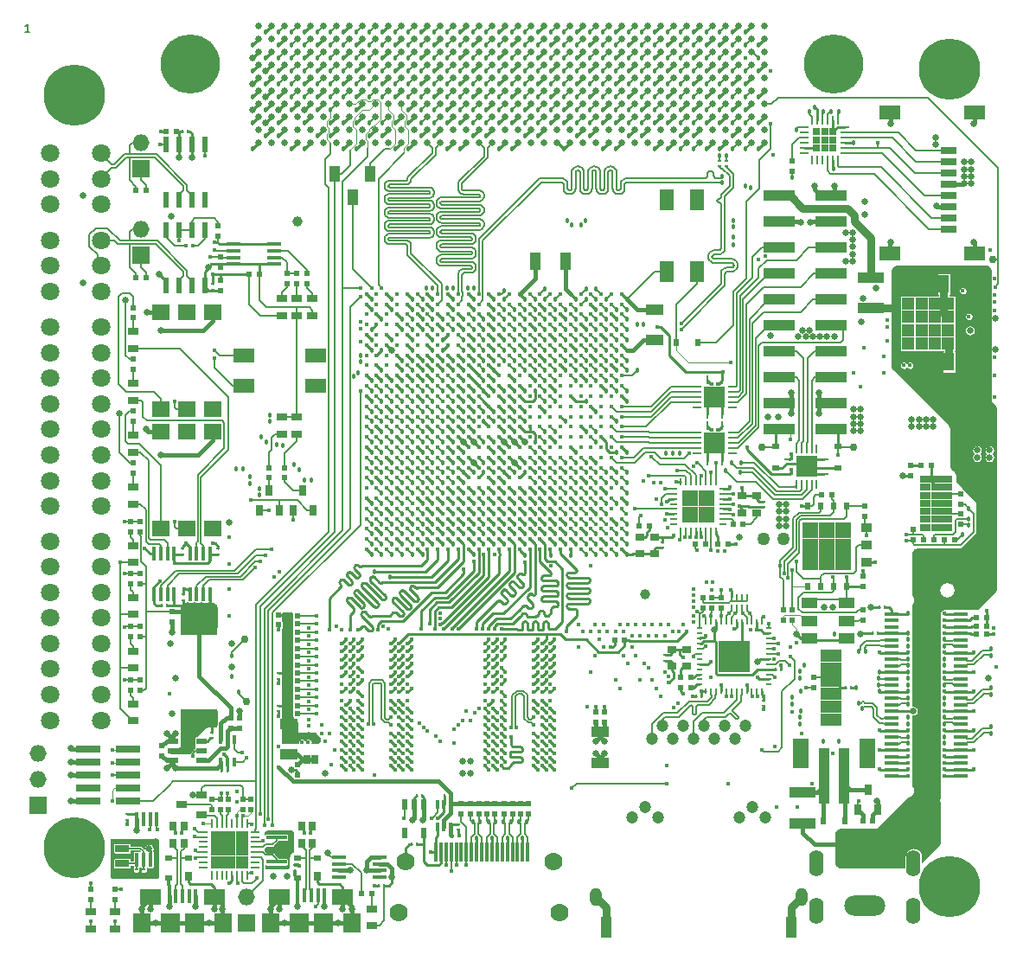
<source format=gbr>
G04 #@! TF.FileFunction,Copper,L1,Top,Mixed*
%FSLAX46Y46*%
G04 Gerber Fmt 4.6, Leading zero omitted, Abs format (unit mm)*
G04 Created by KiCad (PCBNEW 4.0.6) date Mon May 22 11:22:16 2017*
%MOMM*%
%LPD*%
G01*
G04 APERTURE LIST*
%ADD10C,0.101600*%
%ADD11C,0.127000*%
%ADD12C,0.450000*%
%ADD13R,0.250000X0.700000*%
%ADD14R,0.700000X0.250000*%
%ADD15R,1.600000X1.600000*%
%ADD16C,1.200000*%
%ADD17O,1.200000X1.800000*%
%ADD18R,1.080000X2.060000*%
%ADD19R,1.800000X1.000000*%
%ADD20R,0.300000X0.280000*%
%ADD21R,0.500000X0.500000*%
%ADD22R,1.000000X1.800000*%
%ADD23R,0.280000X0.300000*%
%ADD24R,0.584200X0.685800*%
%ADD25R,0.685800X0.584200*%
%ADD26R,1.000000X0.800000*%
%ADD27R,1.397000X0.406400*%
%ADD28R,0.508000X17.272000*%
%ADD29R,0.300000X1.900000*%
%ADD30C,1.778000*%
%ADD31R,0.400000X1.350000*%
%ADD32R,2.100000X1.600000*%
%ADD33R,1.800000X1.900000*%
%ADD34R,1.900000X1.900000*%
%ADD35R,1.000000X5.500000*%
%ADD36R,1.600000X3.000000*%
%ADD37R,1.651000X1.651000*%
%ADD38O,1.651000X1.651000*%
%ADD39R,2.000000X1.450000*%
%ADD40R,1.500000X0.800000*%
%ADD41R,1.000760X0.899160*%
%ADD42R,3.600000X1.800000*%
%ADD43R,0.800000X1.000000*%
%ADD44R,0.250000X0.500000*%
%ADD45R,2.000000X1.400000*%
%ADD46R,1.400000X2.000000*%
%ADD47R,2.600000X1.000000*%
%ADD48C,0.762000*%
%ADD49R,0.787400X0.889000*%
%ADD50R,0.750000X0.900000*%
%ADD51R,1.080000X0.780000*%
%ADD52R,1.100000X0.600000*%
%ADD53R,1.287500X1.287500*%
%ADD54R,0.450000X0.950000*%
%ADD55R,1.000000X1.250000*%
%ADD56R,0.450000X1.350000*%
%ADD57R,0.600000X1.100000*%
%ADD58R,0.850000X0.270000*%
%ADD59R,0.270000X0.850000*%
%ADD60R,1.250000X1.250000*%
%ADD61R,1.350000X0.450000*%
%ADD62R,0.750000X0.960000*%
%ADD63R,0.750000X0.540000*%
%ADD64R,0.850000X0.280000*%
%ADD65R,0.280000X0.850000*%
%ADD66R,1.000000X1.000000*%
%ADD67R,1.780000X1.520000*%
%ADD68R,0.850000X0.650000*%
%ADD69R,0.600000X1.550000*%
%ADD70R,0.500000X0.800000*%
%ADD71R,1.600000X1.000000*%
%ADD72R,0.500000X0.250000*%
%ADD73R,1.500000X1.500000*%
%ADD74R,0.800000X0.800000*%
%ADD75R,2.000000X0.400000*%
%ADD76R,1.400000X0.750000*%
%ADD77C,0.635000*%
%ADD78C,5.800000*%
%ADD79C,1.800000*%
%ADD80R,1.000000X1.600000*%
%ADD81R,2.400000X0.750000*%
%ADD82R,2.400000X0.740000*%
%ADD83R,3.150000X1.000000*%
%ADD84C,3.000000*%
%ADD85O,1.400000X2.600000*%
%ADD86O,4.000000X2.000000*%
%ADD87C,6.000000*%
%ADD88C,1.000000*%
%ADD89C,0.406400*%
%ADD90C,0.457200*%
%ADD91C,1.270000*%
%ADD92C,0.106680*%
%ADD93C,0.762000*%
%ADD94C,0.254000*%
%ADD95C,0.381000*%
%ADD96C,0.304800*%
%ADD97C,0.165100*%
%ADD98C,0.152400*%
%ADD99C,0.088900*%
%ADD100C,0.177800*%
%ADD101C,0.147320*%
G04 APERTURE END LIST*
D10*
D11*
X30717714Y-31444714D02*
X30282286Y-31444714D01*
X30500000Y-31444714D02*
X30500000Y-30682714D01*
X30427429Y-30791571D01*
X30354857Y-30864143D01*
X30282286Y-30900429D01*
D12*
X88700000Y-57100000D03*
X88700000Y-58100000D03*
X88700000Y-59100000D03*
X88700000Y-60100000D03*
X88700000Y-61100000D03*
X88700000Y-62100000D03*
X88700000Y-63100000D03*
X88700000Y-64100000D03*
X88700000Y-65100000D03*
X88700000Y-66100000D03*
X88700000Y-67100000D03*
X88700000Y-68100000D03*
X88700000Y-69100000D03*
X88700000Y-70100000D03*
X88700000Y-71100000D03*
X88700000Y-72100000D03*
X88700000Y-73100000D03*
X88700000Y-74100000D03*
X88700000Y-75100000D03*
X88700000Y-76100000D03*
X88700000Y-77100000D03*
X88700000Y-78100000D03*
X88700000Y-79100000D03*
X88700000Y-80100000D03*
X88700000Y-81100000D03*
X88700000Y-82100000D03*
X87700000Y-57100000D03*
X87700000Y-58100000D03*
X87700000Y-59100000D03*
X87700000Y-60100000D03*
X87700000Y-61100000D03*
X87700000Y-62100000D03*
X87700000Y-63100000D03*
X87700000Y-64100000D03*
X87700000Y-65100000D03*
X87700000Y-66100000D03*
X87700000Y-67100000D03*
X87700000Y-68100000D03*
X87700000Y-69100000D03*
X87700000Y-70100000D03*
X87700000Y-71100000D03*
X87700000Y-72100000D03*
X87700000Y-73100000D03*
X87700000Y-74100000D03*
X87700000Y-75100000D03*
X87700000Y-76100000D03*
X87700000Y-77100000D03*
X87700000Y-78100000D03*
X87700000Y-79100000D03*
X87700000Y-80100000D03*
X87700000Y-81100000D03*
X87700000Y-82100000D03*
X86700000Y-57100000D03*
X86700000Y-58100000D03*
X86700000Y-59100000D03*
X86700000Y-60100000D03*
X86700000Y-61100000D03*
X86700000Y-62100000D03*
X86700000Y-63100000D03*
X86700000Y-64100000D03*
X86700000Y-65100000D03*
X86700000Y-66100000D03*
X86700000Y-67100000D03*
X86700000Y-68100000D03*
X86700000Y-69100000D03*
X86700000Y-70100000D03*
X86700000Y-71100000D03*
X86700000Y-72100000D03*
X86700000Y-73100000D03*
X86700000Y-74100000D03*
X86700000Y-75100000D03*
X86700000Y-76100000D03*
X86700000Y-77100000D03*
X86700000Y-78100000D03*
X86700000Y-79100000D03*
X86700000Y-80100000D03*
X86700000Y-81100000D03*
X86700000Y-82100000D03*
X85700000Y-57100000D03*
X85700000Y-58100000D03*
X85700000Y-59100000D03*
X85700000Y-60100000D03*
X85700000Y-61100000D03*
X85700000Y-62100000D03*
X85700000Y-63100000D03*
X85700000Y-64100000D03*
X85700000Y-65100000D03*
X85700000Y-66100000D03*
X85700000Y-67100000D03*
X85700000Y-68100000D03*
X85700000Y-69100000D03*
X85700000Y-70100000D03*
X85700000Y-71100000D03*
X85700000Y-72100000D03*
X85700000Y-73100000D03*
X85700000Y-74100000D03*
X85700000Y-75100000D03*
X85700000Y-76100000D03*
X85700000Y-77100000D03*
X85700000Y-78100000D03*
X85700000Y-79100000D03*
X85700000Y-80100000D03*
X85700000Y-81100000D03*
X85700000Y-82100000D03*
X84700000Y-57100000D03*
X84700000Y-58100000D03*
X84700000Y-59100000D03*
X84700000Y-60100000D03*
X84700000Y-61100000D03*
X84700000Y-62100000D03*
X84700000Y-63100000D03*
X84700000Y-64100000D03*
X84700000Y-65100000D03*
X84700000Y-66100000D03*
X84700000Y-67100000D03*
X84700000Y-68100000D03*
X84700000Y-69100000D03*
X84700000Y-70100000D03*
X84700000Y-71100000D03*
X84700000Y-72100000D03*
X84700000Y-73100000D03*
X84700000Y-74100000D03*
X84700000Y-75100000D03*
X84700000Y-76100000D03*
X84700000Y-77100000D03*
X84700000Y-78100000D03*
X84700000Y-79100000D03*
X84700000Y-80100000D03*
X84700000Y-81100000D03*
X84700000Y-82100000D03*
X83700000Y-57100000D03*
X83700000Y-58100000D03*
X83700000Y-59100000D03*
X83700000Y-60100000D03*
X83700000Y-61100000D03*
X83700000Y-62100000D03*
X83700000Y-63100000D03*
X83700000Y-64100000D03*
X83700000Y-65100000D03*
X83700000Y-66100000D03*
X83700000Y-67100000D03*
X83700000Y-68100000D03*
X83700000Y-69100000D03*
X83700000Y-70100000D03*
X83700000Y-71100000D03*
X83700000Y-72100000D03*
X83700000Y-73100000D03*
X83700000Y-74100000D03*
X83700000Y-75100000D03*
X83700000Y-76100000D03*
X83700000Y-77100000D03*
X83700000Y-78100000D03*
X83700000Y-79100000D03*
X83700000Y-80100000D03*
X83700000Y-81100000D03*
X83700000Y-82100000D03*
X82700000Y-57100000D03*
X82700000Y-58100000D03*
X82700000Y-59100000D03*
X82700000Y-60100000D03*
X82700000Y-61100000D03*
X82700000Y-62100000D03*
X82700000Y-63100000D03*
X82700000Y-64100000D03*
X82700000Y-65100000D03*
X82700000Y-66100000D03*
X82700000Y-67100000D03*
X82700000Y-68100000D03*
X82700000Y-69100000D03*
X82700000Y-70100000D03*
X82700000Y-71100000D03*
X82700000Y-72100000D03*
X82700000Y-73100000D03*
X82700000Y-74100000D03*
X82700000Y-75100000D03*
X82700000Y-76100000D03*
X82700000Y-77100000D03*
X82700000Y-78100000D03*
X82700000Y-79100000D03*
X82700000Y-80100000D03*
X82700000Y-81100000D03*
X82700000Y-82100000D03*
X81700000Y-57100000D03*
X81700000Y-58100000D03*
X81700000Y-59100000D03*
X81700000Y-60100000D03*
X81700000Y-61100000D03*
X81700000Y-62100000D03*
X81700000Y-63100000D03*
X81700000Y-64100000D03*
X81700000Y-65100000D03*
X81700000Y-66100000D03*
X81700000Y-67100000D03*
X81700000Y-68100000D03*
X81700000Y-69100000D03*
X81700000Y-70100000D03*
X81700000Y-71100000D03*
X81700000Y-72100000D03*
X81700000Y-73100000D03*
X81700000Y-74100000D03*
X81700000Y-75100000D03*
X81700000Y-76100000D03*
X81700000Y-77100000D03*
X81700000Y-78100000D03*
X81700000Y-79100000D03*
X81700000Y-80100000D03*
X81700000Y-81100000D03*
X81700000Y-82100000D03*
X80700000Y-57100000D03*
X80700000Y-58100000D03*
X80700000Y-59100000D03*
X80700000Y-60100000D03*
X80700000Y-61100000D03*
X80700000Y-62100000D03*
X80700000Y-63100000D03*
X80700000Y-64100000D03*
X80700000Y-65100000D03*
X80700000Y-66100000D03*
X80700000Y-67100000D03*
X80700000Y-68100000D03*
X80700000Y-69100000D03*
X80700000Y-70100000D03*
X80700000Y-71100000D03*
X80700000Y-72100000D03*
X80700000Y-73100000D03*
X80700000Y-74100000D03*
X80700000Y-75100000D03*
X80700000Y-76100000D03*
X80700000Y-77100000D03*
X80700000Y-78100000D03*
X80700000Y-79100000D03*
X80700000Y-80100000D03*
X80700000Y-81100000D03*
X80700000Y-82100000D03*
X79700000Y-57100000D03*
X79700000Y-58100000D03*
X79700000Y-59100000D03*
X79700000Y-60100000D03*
X79700000Y-61100000D03*
X79700000Y-62100000D03*
X79700000Y-63100000D03*
X79700000Y-64100000D03*
X79700000Y-65100000D03*
X79700000Y-66100000D03*
X79700000Y-67100000D03*
X79700000Y-68100000D03*
X79700000Y-69100000D03*
X79700000Y-70100000D03*
X79700000Y-71100000D03*
X79700000Y-72100000D03*
X79700000Y-73100000D03*
X79700000Y-74100000D03*
X79700000Y-75100000D03*
X79700000Y-76100000D03*
X79700000Y-77100000D03*
X79700000Y-78100000D03*
X79700000Y-79100000D03*
X79700000Y-80100000D03*
X79700000Y-81100000D03*
X79700000Y-82100000D03*
X78700000Y-57100000D03*
X78700000Y-58100000D03*
X78700000Y-59100000D03*
X78700000Y-60100000D03*
X78700000Y-61100000D03*
X78700000Y-62100000D03*
X78700000Y-63100000D03*
X78700000Y-64100000D03*
X78700000Y-65100000D03*
X78700000Y-66100000D03*
X78700000Y-67100000D03*
X78700000Y-68100000D03*
X78700000Y-69100000D03*
X78700000Y-70100000D03*
X78700000Y-71100000D03*
X78700000Y-72100000D03*
X78700000Y-73100000D03*
X78700000Y-74100000D03*
X78700000Y-75100000D03*
X78700000Y-76100000D03*
X78700000Y-77100000D03*
X78700000Y-78100000D03*
X78700000Y-79100000D03*
X78700000Y-80100000D03*
X78700000Y-81100000D03*
X78700000Y-82100000D03*
X77700000Y-57100000D03*
X77700000Y-58100000D03*
X77700000Y-59100000D03*
X77700000Y-60100000D03*
X77700000Y-61100000D03*
X77700000Y-62100000D03*
X77700000Y-63100000D03*
X77700000Y-64100000D03*
X77700000Y-65100000D03*
X77700000Y-66100000D03*
X77700000Y-67100000D03*
X77700000Y-68100000D03*
X77700000Y-69100000D03*
X77700000Y-70100000D03*
X77700000Y-71100000D03*
X77700000Y-72100000D03*
X77700000Y-73100000D03*
X77700000Y-74100000D03*
X77700000Y-75100000D03*
X77700000Y-76100000D03*
X77700000Y-77100000D03*
X77700000Y-78100000D03*
X77700000Y-79100000D03*
X77700000Y-80100000D03*
X77700000Y-81100000D03*
X77700000Y-82100000D03*
X76700000Y-57100000D03*
X76700000Y-58100000D03*
X76700000Y-59100000D03*
X76700000Y-60100000D03*
X76700000Y-61100000D03*
X76700000Y-62100000D03*
X76700000Y-63100000D03*
X76700000Y-64100000D03*
X76700000Y-65100000D03*
X76700000Y-66100000D03*
X76700000Y-67100000D03*
X76700000Y-68100000D03*
X76700000Y-69100000D03*
X76700000Y-70100000D03*
X76700000Y-71100000D03*
X76700000Y-72100000D03*
X76700000Y-73100000D03*
X76700000Y-74100000D03*
X76700000Y-75100000D03*
X76700000Y-76100000D03*
X76700000Y-77100000D03*
X76700000Y-78100000D03*
X76700000Y-79100000D03*
X76700000Y-80100000D03*
X76700000Y-81100000D03*
X76700000Y-82100000D03*
X75700000Y-57100000D03*
X75700000Y-58100000D03*
X75700000Y-59100000D03*
X75700000Y-60100000D03*
X75700000Y-61100000D03*
X75700000Y-62100000D03*
X75700000Y-63100000D03*
X75700000Y-64100000D03*
X75700000Y-65100000D03*
X75700000Y-66100000D03*
X75700000Y-67100000D03*
X75700000Y-68100000D03*
X75700000Y-69100000D03*
X75700000Y-70100000D03*
X75700000Y-71100000D03*
X75700000Y-72100000D03*
X75700000Y-73100000D03*
X75700000Y-74100000D03*
X75700000Y-75100000D03*
X75700000Y-76100000D03*
X75700000Y-77100000D03*
X75700000Y-78100000D03*
X75700000Y-79100000D03*
X75700000Y-80100000D03*
X75700000Y-81100000D03*
X75700000Y-82100000D03*
X74700000Y-57100000D03*
X74700000Y-58100000D03*
X74700000Y-59100000D03*
X74700000Y-60100000D03*
X74700000Y-61100000D03*
X74700000Y-62100000D03*
X74700000Y-63100000D03*
X74700000Y-64100000D03*
X74700000Y-65100000D03*
X74700000Y-66100000D03*
X74700000Y-67100000D03*
X74700000Y-68100000D03*
X74700000Y-69100000D03*
X74700000Y-70100000D03*
X74700000Y-71100000D03*
X74700000Y-72100000D03*
X74700000Y-73100000D03*
X74700000Y-74100000D03*
X74700000Y-75100000D03*
X74700000Y-76100000D03*
X74700000Y-77100000D03*
X74700000Y-78100000D03*
X74700000Y-79100000D03*
X74700000Y-80100000D03*
X74700000Y-81100000D03*
X74700000Y-82100000D03*
X73700000Y-57100000D03*
X73700000Y-58100000D03*
X73700000Y-59100000D03*
X73700000Y-60100000D03*
X73700000Y-61100000D03*
X73700000Y-62100000D03*
X73700000Y-63100000D03*
X73700000Y-64100000D03*
X73700000Y-65100000D03*
X73700000Y-66100000D03*
X73700000Y-67100000D03*
X73700000Y-68100000D03*
X73700000Y-69100000D03*
X73700000Y-70100000D03*
X73700000Y-71100000D03*
X73700000Y-72100000D03*
X73700000Y-73100000D03*
X73700000Y-74100000D03*
X73700000Y-75100000D03*
X73700000Y-76100000D03*
X73700000Y-77100000D03*
X73700000Y-78100000D03*
X73700000Y-79100000D03*
X73700000Y-80100000D03*
X73700000Y-81100000D03*
X73700000Y-82100000D03*
X72700000Y-57100000D03*
X72700000Y-58100000D03*
X72700000Y-59100000D03*
X72700000Y-60100000D03*
X72700000Y-61100000D03*
X72700000Y-62100000D03*
X72700000Y-63100000D03*
X72700000Y-64100000D03*
X72700000Y-65100000D03*
X72700000Y-66100000D03*
X72700000Y-67100000D03*
X72700000Y-68100000D03*
X72700000Y-69100000D03*
X72700000Y-70100000D03*
X72700000Y-71100000D03*
X72700000Y-72100000D03*
X72700000Y-73100000D03*
X72700000Y-74100000D03*
X72700000Y-75100000D03*
X72700000Y-76100000D03*
X72700000Y-77100000D03*
X72700000Y-78100000D03*
X72700000Y-79100000D03*
X72700000Y-80100000D03*
X72700000Y-81100000D03*
X72700000Y-82100000D03*
X71700000Y-57100000D03*
X71700000Y-58100000D03*
X71700000Y-59100000D03*
X71700000Y-60100000D03*
X71700000Y-61100000D03*
X71700000Y-62100000D03*
X71700000Y-63100000D03*
X71700000Y-64100000D03*
X71700000Y-65100000D03*
X71700000Y-66100000D03*
X71700000Y-67100000D03*
X71700000Y-68100000D03*
X71700000Y-69100000D03*
X71700000Y-70100000D03*
X71700000Y-71100000D03*
X71700000Y-72100000D03*
X71700000Y-73100000D03*
X71700000Y-74100000D03*
X71700000Y-75100000D03*
X71700000Y-76100000D03*
X71700000Y-77100000D03*
X71700000Y-78100000D03*
X71700000Y-79100000D03*
X71700000Y-80100000D03*
X71700000Y-81100000D03*
X71700000Y-82100000D03*
X70700000Y-57100000D03*
X70700000Y-58100000D03*
X70700000Y-59100000D03*
X70700000Y-60100000D03*
X70700000Y-61100000D03*
X70700000Y-62100000D03*
X70700000Y-63100000D03*
X70700000Y-64100000D03*
X70700000Y-65100000D03*
X70700000Y-66100000D03*
X70700000Y-67100000D03*
X70700000Y-68100000D03*
X70700000Y-69100000D03*
X70700000Y-70100000D03*
X70700000Y-71100000D03*
X70700000Y-72100000D03*
X70700000Y-73100000D03*
X70700000Y-74100000D03*
X70700000Y-75100000D03*
X70700000Y-76100000D03*
X70700000Y-77100000D03*
X70700000Y-78100000D03*
X70700000Y-79100000D03*
X70700000Y-80100000D03*
X70700000Y-81100000D03*
X70700000Y-82100000D03*
X69700000Y-57100000D03*
X69700000Y-58100000D03*
X69700000Y-59100000D03*
X69700000Y-60100000D03*
X69700000Y-61100000D03*
X69700000Y-62100000D03*
X69700000Y-63100000D03*
X69700000Y-64100000D03*
X69700000Y-65100000D03*
X69700000Y-66100000D03*
X69700000Y-67100000D03*
X69700000Y-68100000D03*
X69700000Y-69100000D03*
X69700000Y-70100000D03*
X69700000Y-71100000D03*
X69700000Y-72100000D03*
X69700000Y-73100000D03*
X69700000Y-74100000D03*
X69700000Y-75100000D03*
X69700000Y-76100000D03*
X69700000Y-77100000D03*
X69700000Y-78100000D03*
X69700000Y-79100000D03*
X69700000Y-80100000D03*
X69700000Y-81100000D03*
X69700000Y-82100000D03*
X68700000Y-57100000D03*
X68700000Y-58100000D03*
X68700000Y-59100000D03*
X68700000Y-60100000D03*
X68700000Y-61100000D03*
X68700000Y-62100000D03*
X68700000Y-63100000D03*
X68700000Y-64100000D03*
X68700000Y-65100000D03*
X68700000Y-66100000D03*
X68700000Y-67100000D03*
X68700000Y-68100000D03*
X68700000Y-69100000D03*
X68700000Y-70100000D03*
X68700000Y-71100000D03*
X68700000Y-72100000D03*
X68700000Y-73100000D03*
X68700000Y-74100000D03*
X68700000Y-75100000D03*
X68700000Y-76100000D03*
X68700000Y-77100000D03*
X68700000Y-78100000D03*
X68700000Y-79100000D03*
X68700000Y-80100000D03*
X68700000Y-81100000D03*
X68700000Y-82100000D03*
X67700000Y-57100000D03*
X67700000Y-58100000D03*
X67700000Y-59100000D03*
X67700000Y-60100000D03*
X67700000Y-61100000D03*
X67700000Y-62100000D03*
X67700000Y-63100000D03*
X67700000Y-64100000D03*
X67700000Y-65100000D03*
X67700000Y-66100000D03*
X67700000Y-67100000D03*
X67700000Y-68100000D03*
X67700000Y-69100000D03*
X67700000Y-70100000D03*
X67700000Y-71100000D03*
X67700000Y-72100000D03*
X67700000Y-73100000D03*
X67700000Y-74100000D03*
X67700000Y-75100000D03*
X67700000Y-76100000D03*
X67700000Y-77100000D03*
X67700000Y-78100000D03*
X67700000Y-79100000D03*
X67700000Y-80100000D03*
X67700000Y-81100000D03*
X67700000Y-82100000D03*
X66700000Y-57100000D03*
X66700000Y-58100000D03*
X66700000Y-59100000D03*
X66700000Y-60100000D03*
X66700000Y-61100000D03*
X66700000Y-62100000D03*
X66700000Y-63100000D03*
X66700000Y-64100000D03*
X66700000Y-65100000D03*
X66700000Y-66100000D03*
X66700000Y-67100000D03*
X66700000Y-68100000D03*
X66700000Y-69100000D03*
X66700000Y-70100000D03*
X66700000Y-71100000D03*
X66700000Y-72100000D03*
X66700000Y-73100000D03*
X66700000Y-74100000D03*
X66700000Y-75100000D03*
X66700000Y-76100000D03*
X66700000Y-77100000D03*
X66700000Y-78100000D03*
X66700000Y-79100000D03*
X66700000Y-80100000D03*
X66700000Y-81100000D03*
X66700000Y-82100000D03*
X65700000Y-57100000D03*
X65700000Y-58100000D03*
X65700000Y-59100000D03*
X65700000Y-60100000D03*
X65700000Y-61100000D03*
X65700000Y-62100000D03*
X65700000Y-63100000D03*
X65700000Y-64100000D03*
X65700000Y-65100000D03*
X65700000Y-66100000D03*
X65700000Y-67100000D03*
X65700000Y-68100000D03*
X65700000Y-69100000D03*
X65700000Y-70100000D03*
X65700000Y-71100000D03*
X65700000Y-72100000D03*
X65700000Y-73100000D03*
X65700000Y-74100000D03*
X65700000Y-75100000D03*
X65700000Y-76100000D03*
X65700000Y-77100000D03*
X65700000Y-78100000D03*
X65700000Y-79100000D03*
X65700000Y-80100000D03*
X65700000Y-81100000D03*
X65700000Y-82100000D03*
X64700000Y-57100000D03*
X64700000Y-58100000D03*
X64700000Y-59100000D03*
X64700000Y-60100000D03*
X64700000Y-61100000D03*
X64700000Y-62100000D03*
X64700000Y-63100000D03*
X64700000Y-64100000D03*
X64700000Y-65100000D03*
X64700000Y-66100000D03*
X64700000Y-67100000D03*
X64700000Y-68100000D03*
X64700000Y-69100000D03*
X64700000Y-70100000D03*
X64700000Y-71100000D03*
X64700000Y-72100000D03*
X64700000Y-73100000D03*
X64700000Y-74100000D03*
X64700000Y-75100000D03*
X64700000Y-76100000D03*
X64700000Y-77100000D03*
X64700000Y-78100000D03*
X64700000Y-79100000D03*
X64700000Y-80100000D03*
X64700000Y-81100000D03*
X64700000Y-82100000D03*
X63700000Y-57100000D03*
X63700000Y-58100000D03*
X63700000Y-59100000D03*
X63700000Y-60100000D03*
X63700000Y-61100000D03*
X63700000Y-62100000D03*
X63700000Y-63100000D03*
X63700000Y-64100000D03*
X63700000Y-65100000D03*
X63700000Y-66100000D03*
X63700000Y-67100000D03*
X63700000Y-68100000D03*
X63700000Y-69100000D03*
X63700000Y-70100000D03*
X63700000Y-71100000D03*
X63700000Y-72100000D03*
X63700000Y-73100000D03*
X63700000Y-74100000D03*
X63700000Y-75100000D03*
X63700000Y-76100000D03*
X63700000Y-77100000D03*
X63700000Y-78100000D03*
X63700000Y-79100000D03*
X63700000Y-80100000D03*
X63700000Y-81100000D03*
X63700000Y-82100000D03*
D13*
X97950000Y-75500000D03*
X97450000Y-75500000D03*
X96950000Y-75500000D03*
X96450000Y-75500000D03*
X95950000Y-75500000D03*
X95450000Y-75500000D03*
X94950000Y-75500000D03*
X94450000Y-75500000D03*
D14*
X93800000Y-76150000D03*
X93800000Y-76650000D03*
X93800000Y-77150000D03*
X93800000Y-77650000D03*
X93800000Y-78150000D03*
X93800000Y-78650000D03*
X93800000Y-79150000D03*
X93800000Y-79650000D03*
D13*
X94450000Y-80300000D03*
X94950000Y-80300000D03*
X95450000Y-80300000D03*
X95950000Y-80300000D03*
X96450000Y-80300000D03*
X96950000Y-80300000D03*
X97450000Y-80300000D03*
X97950000Y-80300000D03*
D14*
X98600000Y-79650000D03*
X98600000Y-79150000D03*
X98600000Y-78650000D03*
X98600000Y-78150000D03*
X98600000Y-77650000D03*
X98600000Y-77150000D03*
X98600000Y-76650000D03*
X98600000Y-76150000D03*
D15*
X95400000Y-78700000D03*
X97000000Y-78700000D03*
X95400000Y-77100000D03*
X97000000Y-77100000D03*
D16*
X91661000Y-100596000D03*
X93693000Y-100596000D03*
X95725000Y-100596000D03*
X97757000Y-100596000D03*
X99789000Y-100596000D03*
X92677000Y-99326000D03*
X94709000Y-99326000D03*
X96741000Y-99326000D03*
X98773000Y-99326000D03*
X100805000Y-99326000D03*
X89723000Y-108346000D03*
X90993000Y-107326000D03*
X92263000Y-108346000D03*
X100203000Y-108346000D03*
X101473000Y-107326000D03*
X102743000Y-108346000D03*
D17*
X86148000Y-116156000D03*
X106318000Y-116156000D03*
D18*
X87158000Y-119126000D03*
X105308000Y-119126000D03*
D19*
X86600000Y-103000000D03*
X86600000Y-100000000D03*
X56100000Y-102200000D03*
X56100000Y-99200000D03*
D20*
X55100000Y-94765000D03*
X55100000Y-94235000D03*
X55100000Y-97435000D03*
X55100000Y-97965000D03*
D21*
X121920000Y-76716000D03*
X121920000Y-77716000D03*
X116967000Y-74922000D03*
X116967000Y-73922000D03*
D22*
X117753000Y-63754000D03*
X120753000Y-63754000D03*
D20*
X48600000Y-100565000D03*
X48600000Y-100035000D03*
D23*
X49535000Y-103800000D03*
X50065000Y-103800000D03*
X110635000Y-95631000D03*
X111165000Y-95631000D03*
D20*
X41200000Y-113965000D03*
X41200000Y-113435000D03*
X41900000Y-113965000D03*
X41900000Y-113435000D03*
D23*
X71865000Y-106200000D03*
X71335000Y-106200000D03*
D20*
X72700000Y-109035000D03*
X72700000Y-109565000D03*
D21*
X49400000Y-55800000D03*
X49400000Y-56800000D03*
X44100000Y-41200000D03*
X45100000Y-41200000D03*
X53200000Y-55200000D03*
X52200000Y-55200000D03*
D20*
X45800000Y-87065000D03*
X45800000Y-86535000D03*
X49200000Y-82565000D03*
X49200000Y-82035000D03*
D23*
X44165000Y-87600000D03*
X43635000Y-87600000D03*
D20*
X45700000Y-82565000D03*
X45700000Y-82035000D03*
X92700000Y-81435000D03*
X92700000Y-81965000D03*
D21*
X112300000Y-84700000D03*
X112300000Y-85700000D03*
D22*
X80200000Y-53900000D03*
X83200000Y-53900000D03*
D19*
X91900000Y-58600000D03*
X91900000Y-61600000D03*
D20*
X102600000Y-77965000D03*
X102600000Y-77435000D03*
D23*
X103748000Y-93853000D03*
X104278000Y-93853000D03*
X96531000Y-96520000D03*
X96001000Y-96520000D03*
D20*
X102616000Y-96890000D03*
X102616000Y-97420000D03*
X92964000Y-92445000D03*
X92964000Y-92975000D03*
X98298000Y-44058000D03*
X98298000Y-44588000D03*
X98933000Y-44058000D03*
X98933000Y-44588000D03*
D24*
X110555000Y-108700000D03*
X108445000Y-108700000D03*
D25*
X103800000Y-74155000D03*
X103800000Y-72045000D03*
X109900000Y-74155000D03*
X109900000Y-72045000D03*
D24*
X94045000Y-61900000D03*
X96155000Y-61900000D03*
D26*
X56900000Y-59225000D03*
X56900000Y-57575000D03*
X55400000Y-57575000D03*
X55400000Y-59225000D03*
X58400000Y-59225000D03*
X58400000Y-57575000D03*
X36700000Y-117575000D03*
X36700000Y-119225000D03*
X39100000Y-117575000D03*
X39100000Y-119225000D03*
X40894000Y-83375000D03*
X40894000Y-81725000D03*
X40894000Y-88455000D03*
X40894000Y-86805000D03*
X40894000Y-93726000D03*
X40894000Y-92076000D03*
X40894000Y-98869000D03*
X40894000Y-97219000D03*
X64200000Y-118925000D03*
X64200000Y-117275000D03*
X55400000Y-69175000D03*
X55400000Y-70825000D03*
X56900000Y-69175000D03*
X56900000Y-70825000D03*
D27*
X115154500Y-104293000D03*
X115154500Y-103658000D03*
X115154500Y-103023000D03*
X115154500Y-102388000D03*
X115154500Y-101753000D03*
X115154500Y-101118000D03*
X115154500Y-100483000D03*
X115154500Y-99848000D03*
X115154500Y-99213000D03*
X115154500Y-98578000D03*
X115154500Y-97943000D03*
X115154500Y-97308000D03*
X115154500Y-96673000D03*
X115154500Y-96038000D03*
X115154500Y-95403000D03*
X115154500Y-94768000D03*
X115154500Y-94133000D03*
X115154500Y-93498000D03*
X115154500Y-92863000D03*
X115154500Y-92228000D03*
X115154500Y-91593000D03*
X115154500Y-90958000D03*
X115154500Y-90323000D03*
X115154500Y-89688000D03*
X115154500Y-89053000D03*
X115154500Y-88418000D03*
X121885500Y-103658000D03*
X121885500Y-101753000D03*
X121885500Y-103023000D03*
X121885500Y-104293000D03*
X121885500Y-102388000D03*
X121885500Y-90323000D03*
X121885500Y-90958000D03*
X121885500Y-89053000D03*
X121885500Y-88418000D03*
X121885500Y-89688000D03*
X121885500Y-98578000D03*
X121885500Y-97943000D03*
X121885500Y-100483000D03*
X121885500Y-99848000D03*
X121885500Y-101118000D03*
X121885500Y-99213000D03*
X121885500Y-96038000D03*
X121885500Y-97308000D03*
X121885500Y-94768000D03*
X121885500Y-95403000D03*
X121885500Y-96673000D03*
X121885500Y-94133000D03*
X121885500Y-92228000D03*
X121885500Y-93498000D03*
X121885500Y-92863000D03*
X121885500Y-91593000D03*
D28*
X118520000Y-96355500D03*
D29*
X70500000Y-111700000D03*
X79500000Y-111700000D03*
X71000000Y-111700000D03*
X71500000Y-111700000D03*
X72000000Y-111700000D03*
X72500000Y-111700000D03*
X73000000Y-111700000D03*
X73500000Y-111700000D03*
X74000000Y-111700000D03*
X74500000Y-111700000D03*
X75000000Y-111700000D03*
X75500000Y-111700000D03*
X76000000Y-111700000D03*
X76500000Y-111700000D03*
X77000000Y-111700000D03*
X77500000Y-111700000D03*
X78000000Y-111700000D03*
X78500000Y-111700000D03*
X79000000Y-111700000D03*
D30*
X67500000Y-112700000D03*
X82000000Y-112700000D03*
X82600000Y-117650000D03*
X66900000Y-117650000D03*
D31*
X45700000Y-116025000D03*
X45050000Y-116025000D03*
X46350000Y-116025000D03*
X44400000Y-116025000D03*
X47000000Y-116025000D03*
D32*
X42600000Y-116150000D03*
X48800000Y-116150000D03*
D33*
X41700000Y-118700000D03*
X49700000Y-118700000D03*
D34*
X44500000Y-118700000D03*
X46900000Y-118700000D03*
D35*
X110500000Y-104300000D03*
X108500000Y-104300000D03*
D36*
X106250000Y-102050000D03*
X112750000Y-102050000D03*
D37*
X31600000Y-107140000D03*
D38*
X31600000Y-104600000D03*
X31600000Y-102060000D03*
D31*
X58300000Y-116000000D03*
X57650000Y-116000000D03*
X58950000Y-116000000D03*
X57000000Y-116000000D03*
X59600000Y-116000000D03*
D32*
X55200000Y-116125000D03*
X61400000Y-116125000D03*
D33*
X54300000Y-118675000D03*
X62300000Y-118675000D03*
D34*
X57100000Y-118675000D03*
X59500000Y-118675000D03*
D39*
X123276000Y-53128000D03*
X123276000Y-39328000D03*
X114976000Y-53128000D03*
X114976000Y-39328000D03*
D40*
X120676000Y-50728000D03*
X120676000Y-49628000D03*
X120676000Y-48528000D03*
X120676000Y-47428000D03*
X120676000Y-46328000D03*
X120676000Y-45228000D03*
X120676000Y-44128000D03*
X120676000Y-43028000D03*
D37*
X52000000Y-118640000D03*
D38*
X52000000Y-116100000D03*
D41*
X112649000Y-81661000D03*
X112649000Y-79961000D03*
X112649000Y-83361000D03*
D37*
X41656000Y-44831000D03*
D38*
X41656000Y-42291000D03*
D37*
X41656000Y-53340000D03*
D38*
X41656000Y-50800000D03*
D42*
X47300000Y-98600000D03*
X47300000Y-89600000D03*
D26*
X47600000Y-108050000D03*
X45600000Y-107100000D03*
X47600000Y-106150000D03*
D43*
X111850000Y-107600000D03*
X112800000Y-105600000D03*
X113750000Y-107600000D03*
X53250000Y-78300000D03*
X54200000Y-76300000D03*
X55150000Y-78300000D03*
X56550000Y-78300000D03*
X57500000Y-76300000D03*
X58450000Y-78300000D03*
D21*
X56000000Y-94200000D03*
X57000000Y-94200000D03*
X56000000Y-91800000D03*
X57000000Y-91800000D03*
X56000000Y-92600000D03*
X57000000Y-92600000D03*
X56000000Y-90200000D03*
X57000000Y-90200000D03*
X56000000Y-88600000D03*
X57000000Y-88600000D03*
X56000000Y-91000000D03*
X57000000Y-91000000D03*
X56000000Y-95000000D03*
X57000000Y-95000000D03*
X56000000Y-89400000D03*
X57000000Y-89400000D03*
X56000000Y-95800000D03*
X57000000Y-95800000D03*
X56000000Y-93400000D03*
X57000000Y-93400000D03*
X56000000Y-96600000D03*
X57000000Y-96600000D03*
X56000000Y-97400000D03*
X57000000Y-97400000D03*
X56000000Y-98200000D03*
X57000000Y-98200000D03*
X89000000Y-91000000D03*
X88000000Y-91000000D03*
X117221000Y-80145000D03*
X117221000Y-81145000D03*
X121277000Y-81153000D03*
X120277000Y-81153000D03*
X121920000Y-79621000D03*
X121920000Y-78621000D03*
X118245000Y-81153000D03*
X119245000Y-81153000D03*
X117991000Y-73914000D03*
X118991000Y-73914000D03*
X50400000Y-98600000D03*
X50400000Y-99600000D03*
X51300000Y-98600000D03*
X51300000Y-99600000D03*
X124400000Y-90400000D03*
X123400000Y-90400000D03*
X107495000Y-95631000D03*
X107495000Y-94631000D03*
X79600000Y-107000000D03*
X79600000Y-108000000D03*
X78800000Y-107000000D03*
X78800000Y-108000000D03*
X78000000Y-107000000D03*
X78000000Y-108000000D03*
X77200000Y-107000000D03*
X77200000Y-108000000D03*
X76300000Y-107000000D03*
X76300000Y-108000000D03*
X75500000Y-107000000D03*
X75500000Y-108000000D03*
X74700000Y-107000000D03*
X74700000Y-108000000D03*
X73900000Y-107000000D03*
X73900000Y-108000000D03*
X73000000Y-108000000D03*
X73000000Y-107000000D03*
X48600000Y-107600000D03*
X48600000Y-106600000D03*
X50200000Y-106600000D03*
X50200000Y-107600000D03*
X49400000Y-106600000D03*
X49400000Y-107600000D03*
X49400000Y-53500000D03*
X49400000Y-54500000D03*
X56900000Y-56100000D03*
X56900000Y-55100000D03*
X55900000Y-56100000D03*
X55900000Y-55100000D03*
X57900000Y-56100000D03*
X57900000Y-55100000D03*
X36700000Y-116400000D03*
X36700000Y-115400000D03*
X39100000Y-116400000D03*
X39100000Y-115400000D03*
X112300000Y-108700000D03*
X113300000Y-108700000D03*
X40640000Y-80383000D03*
X40640000Y-79383000D03*
X40640000Y-85463000D03*
X40640000Y-84463000D03*
X40640000Y-90670000D03*
X40640000Y-89670000D03*
X40640000Y-95877000D03*
X40640000Y-94877000D03*
X41529000Y-79375000D03*
X41529000Y-80375000D03*
X41529000Y-84463000D03*
X41529000Y-85463000D03*
X41529000Y-89670000D03*
X41529000Y-90670000D03*
X41529000Y-94877000D03*
X41529000Y-95877000D03*
X40894000Y-59436000D03*
X40894000Y-58436000D03*
X40894000Y-64508000D03*
X40894000Y-63508000D03*
X40894000Y-69588000D03*
X40894000Y-68588000D03*
X40894000Y-74668000D03*
X40894000Y-73668000D03*
X91400000Y-79800000D03*
X90400000Y-79800000D03*
X52400000Y-107600000D03*
X52400000Y-106600000D03*
X51600000Y-107600000D03*
X51600000Y-106600000D03*
X124400000Y-88800000D03*
X123400000Y-88800000D03*
X124400000Y-89600000D03*
X123400000Y-89600000D03*
X105400000Y-88000000D03*
X105400000Y-89000000D03*
X109300000Y-76800000D03*
X108300000Y-76800000D03*
X49149000Y-50427000D03*
X49149000Y-51427000D03*
X104500000Y-89000000D03*
X104500000Y-88000000D03*
X42156000Y-46990000D03*
X41156000Y-46990000D03*
X41156000Y-55499000D03*
X42156000Y-55499000D03*
X112300000Y-88000000D03*
X112300000Y-89000000D03*
X112500000Y-78900000D03*
X112500000Y-77900000D03*
X105410000Y-44077000D03*
X105410000Y-45077000D03*
X63200000Y-115800000D03*
X64200000Y-115800000D03*
X96900000Y-81600000D03*
X95900000Y-81600000D03*
X98100000Y-81600000D03*
X99100000Y-81600000D03*
X99600000Y-79600000D03*
X100600000Y-79600000D03*
X96647000Y-86876000D03*
X96647000Y-87876000D03*
X97536000Y-86876000D03*
X97536000Y-87876000D03*
X98425000Y-86876000D03*
X98425000Y-87876000D03*
X95496000Y-94615000D03*
X94496000Y-94615000D03*
X94496000Y-95631000D03*
X95496000Y-95631000D03*
X54200000Y-75100000D03*
X54200000Y-74100000D03*
X55700000Y-74100000D03*
X55700000Y-75100000D03*
D44*
X100953000Y-87749000D03*
X100453000Y-87749000D03*
X99953000Y-87749000D03*
X99453000Y-87749000D03*
X100953000Y-86749000D03*
X100453000Y-86749000D03*
X99953000Y-86749000D03*
X99453000Y-86749000D03*
D45*
X51700000Y-63100000D03*
X51700000Y-66100000D03*
X58700000Y-63100000D03*
X58700000Y-66100000D03*
D46*
X93100000Y-54900000D03*
X96100000Y-54900000D03*
X93100000Y-47900000D03*
X96100000Y-47900000D03*
D47*
X106400000Y-105900000D03*
X106400000Y-108900000D03*
X113100000Y-58500000D03*
X113100000Y-55500000D03*
D48*
X125000000Y-53700000D03*
X111400000Y-72100000D03*
X102400000Y-72100000D03*
X51800000Y-90900000D03*
X52000000Y-97000000D03*
D49*
X45833400Y-110850900D03*
X44766600Y-110850900D03*
X45833400Y-109149100D03*
X44766600Y-109149100D03*
X58433400Y-110850900D03*
X57366600Y-110850900D03*
X58433400Y-109149100D03*
X57366600Y-109149100D03*
D50*
X57925000Y-102700000D03*
X58675000Y-102700000D03*
D51*
X120580000Y-79937000D03*
X119500000Y-79937000D03*
X118420000Y-79937000D03*
X120580000Y-79157000D03*
X120580000Y-78377000D03*
X120580000Y-77597000D03*
X120580000Y-76817000D03*
X120580000Y-76037000D03*
X120580000Y-75257000D03*
X119500000Y-75257000D03*
X119500000Y-76037000D03*
X119500000Y-76817000D03*
X119500000Y-77597000D03*
X119500000Y-78377000D03*
X119500000Y-79157000D03*
X118420000Y-79157000D03*
X118420000Y-78377000D03*
X118420000Y-77597000D03*
X118420000Y-76817000D03*
X118420000Y-76037000D03*
X118420000Y-75257000D03*
D52*
X44800000Y-100850000D03*
X44800000Y-102750000D03*
X44800000Y-101800000D03*
X47600000Y-102750000D03*
X47600000Y-100850000D03*
X47600000Y-101800000D03*
D53*
X120631250Y-61931250D03*
X119343750Y-61931250D03*
X118056250Y-61931250D03*
X116768750Y-61931250D03*
X120631250Y-60643750D03*
X119343750Y-60643750D03*
X118056250Y-60643750D03*
X116768750Y-60643750D03*
X120631250Y-59356250D03*
X119343750Y-59356250D03*
X118056250Y-59356250D03*
X116768750Y-59356250D03*
X120631250Y-58068750D03*
X119343750Y-58068750D03*
X118056250Y-58068750D03*
X116768750Y-58068750D03*
D54*
X49450000Y-102900000D03*
X50100000Y-102900000D03*
X50750000Y-102900000D03*
X50750000Y-100700000D03*
X49450000Y-100700000D03*
X50100000Y-100700000D03*
D55*
X109720000Y-97506000D03*
X109720000Y-96256000D03*
X109720000Y-98756000D03*
X108720000Y-98756000D03*
X108720000Y-97506000D03*
X108720000Y-96256000D03*
X108720000Y-95006000D03*
X108720000Y-93756000D03*
X108720000Y-92506000D03*
X109720000Y-92506000D03*
X109720000Y-93756000D03*
X109720000Y-95006000D03*
D56*
X41225000Y-108525000D03*
X41875000Y-108525000D03*
X42525000Y-108525000D03*
X43175000Y-108525000D03*
X41225000Y-112475000D03*
X41875000Y-112475000D03*
X42525000Y-112475000D03*
X43175000Y-112475000D03*
D54*
X71950000Y-107100000D03*
X71300000Y-107100000D03*
X70650000Y-107100000D03*
X70650000Y-109300000D03*
X71950000Y-109300000D03*
X71300000Y-109300000D03*
D57*
X69350000Y-107100000D03*
X67450000Y-107100000D03*
X68400000Y-107100000D03*
X67450000Y-109900000D03*
X69350000Y-109900000D03*
D58*
X52850000Y-113250000D03*
X52850000Y-112750000D03*
X52850000Y-112250000D03*
X52850000Y-111750000D03*
X52850000Y-111250000D03*
X52850000Y-110750000D03*
X52850000Y-110250000D03*
X52850000Y-109750000D03*
D59*
X52050000Y-108950000D03*
X51550000Y-108950000D03*
X51050000Y-108950000D03*
X50550000Y-108950000D03*
X50050000Y-108950000D03*
X49550000Y-108950000D03*
X49050000Y-108950000D03*
X48550000Y-108950000D03*
D58*
X47750000Y-109750000D03*
X47750000Y-110250000D03*
X47750000Y-110750000D03*
X47750000Y-111250000D03*
X47750000Y-111750000D03*
X47750000Y-112250000D03*
X47750000Y-112750000D03*
X47750000Y-113250000D03*
D59*
X48550000Y-114050000D03*
X49050000Y-114050000D03*
X49550000Y-114050000D03*
X50050000Y-114050000D03*
X50550000Y-114050000D03*
X51050000Y-114050000D03*
X51550000Y-114050000D03*
X52050000Y-114050000D03*
D60*
X49050000Y-110250000D03*
X49050000Y-112750000D03*
X51550000Y-110250000D03*
X50300000Y-112750000D03*
X49050000Y-111500000D03*
X50300000Y-111500000D03*
X51550000Y-111500000D03*
X50300000Y-110250000D03*
X51550000Y-112750000D03*
D61*
X50725000Y-54175000D03*
X50725000Y-53525000D03*
X50725000Y-52875000D03*
X50725000Y-52225000D03*
X54675000Y-54175000D03*
X54675000Y-53525000D03*
X54675000Y-52875000D03*
X54675000Y-52225000D03*
D62*
X46275000Y-114060000D03*
D63*
X44325000Y-112340000D03*
X46275000Y-112340000D03*
X44325000Y-114260000D03*
D64*
X96075000Y-67200000D03*
X96075000Y-66700000D03*
X96075000Y-66200000D03*
X96075000Y-67700000D03*
X96075000Y-68200000D03*
X99525000Y-67200000D03*
X99525000Y-66700000D03*
X99525000Y-66200000D03*
X99525000Y-67700000D03*
X99525000Y-68200000D03*
D65*
X98550000Y-65475000D03*
X97050000Y-65475000D03*
X97050000Y-68925000D03*
X98550000Y-68925000D03*
D66*
X98300000Y-66700000D03*
X98300000Y-67700000D03*
X97300000Y-67700000D03*
X97300000Y-66700000D03*
D64*
X96075000Y-71700000D03*
X96075000Y-71200000D03*
X96075000Y-70700000D03*
X96075000Y-72200000D03*
X96075000Y-72700000D03*
X99525000Y-71700000D03*
X99525000Y-71200000D03*
X99525000Y-70700000D03*
X99525000Y-72200000D03*
X99525000Y-72700000D03*
D65*
X98550000Y-69975000D03*
X97050000Y-69975000D03*
X97050000Y-73425000D03*
X98550000Y-73425000D03*
D66*
X98300000Y-71200000D03*
X98300000Y-72200000D03*
X97300000Y-72200000D03*
X97300000Y-71200000D03*
D65*
X106800000Y-75725000D03*
X106300000Y-75725000D03*
X105800000Y-75725000D03*
X107300000Y-75725000D03*
X107800000Y-75725000D03*
X106800000Y-72275000D03*
X106300000Y-72275000D03*
X105800000Y-72275000D03*
X107300000Y-72275000D03*
X107800000Y-72275000D03*
D64*
X105075000Y-73250000D03*
X105075000Y-74750000D03*
X108525000Y-74750000D03*
X108525000Y-73250000D03*
D66*
X106300000Y-73500000D03*
X107300000Y-73500000D03*
X107300000Y-74500000D03*
X106300000Y-74500000D03*
D56*
X48375000Y-86475000D03*
X47725000Y-86475000D03*
X47075000Y-86475000D03*
X46425000Y-86475000D03*
X48375000Y-82525000D03*
X47725000Y-82525000D03*
X47075000Y-82525000D03*
X46425000Y-82525000D03*
X44875000Y-86475000D03*
X44225000Y-86475000D03*
X43575000Y-86475000D03*
X42925000Y-86475000D03*
X44875000Y-82525000D03*
X44225000Y-82525000D03*
X43575000Y-82525000D03*
X42925000Y-82525000D03*
D67*
X43561000Y-68389000D03*
X43561000Y-58865000D03*
X46101000Y-58865000D03*
X48641000Y-58865000D03*
X48641000Y-68389000D03*
X46101000Y-68389000D03*
X43561000Y-80073000D03*
X43561000Y-70549000D03*
X46101000Y-70549000D03*
X48641000Y-70549000D03*
X48641000Y-80073000D03*
X46101000Y-80073000D03*
D68*
X90475000Y-80875000D03*
X91925000Y-82525000D03*
X90475000Y-82525000D03*
X91925000Y-80875000D03*
D69*
X47879000Y-50894000D03*
X46609000Y-50894000D03*
X45339000Y-50894000D03*
X44069000Y-50894000D03*
X44069000Y-56294000D03*
X45339000Y-56294000D03*
X46609000Y-56294000D03*
X47879000Y-56294000D03*
X47879000Y-42512000D03*
X46609000Y-42512000D03*
X45339000Y-42512000D03*
X44069000Y-42512000D03*
X44069000Y-47912000D03*
X45339000Y-47912000D03*
X46609000Y-47912000D03*
X47879000Y-47912000D03*
D70*
X109435000Y-77900000D03*
X108165000Y-77900000D03*
X106895000Y-77900000D03*
X110705000Y-77900000D03*
X110705000Y-85700000D03*
X109435000Y-85700000D03*
X108165000Y-85700000D03*
X106895000Y-85700000D03*
D15*
X108800000Y-81800000D03*
X110400000Y-81800000D03*
X110400000Y-83400000D03*
X108800000Y-83400000D03*
X107200000Y-83400000D03*
X107200000Y-81800000D03*
X107200000Y-80200000D03*
X108800000Y-80200000D03*
X110400000Y-80200000D03*
D71*
X110750000Y-89100000D03*
X110750000Y-87350000D03*
X110750000Y-90850000D03*
X107050000Y-87350000D03*
X107050000Y-89100000D03*
X107050000Y-90850000D03*
D68*
X101925000Y-78525000D03*
X100475000Y-76875000D03*
X101925000Y-76875000D03*
X100475000Y-78525000D03*
D61*
X64975000Y-112225000D03*
X64975000Y-112875000D03*
X64975000Y-113525000D03*
X64975000Y-114175000D03*
X61025000Y-112225000D03*
X61025000Y-112875000D03*
X61025000Y-113525000D03*
X61025000Y-114175000D03*
D62*
X58875000Y-114060000D03*
D63*
X56925000Y-112340000D03*
X58875000Y-112340000D03*
X56925000Y-114260000D03*
D72*
X96295000Y-95333000D03*
X96295000Y-94833000D03*
X96295000Y-94333000D03*
X96295000Y-93833000D03*
X96295000Y-93333000D03*
X96295000Y-92833000D03*
X96295000Y-92333000D03*
X96295000Y-91833000D03*
X96295000Y-91333000D03*
X96295000Y-90833000D03*
X96295000Y-90333000D03*
X96295000Y-89833000D03*
D44*
X96945000Y-89183000D03*
X99445000Y-89183000D03*
X98945000Y-89183000D03*
X98445000Y-89183000D03*
X97945000Y-89183000D03*
X97445000Y-89183000D03*
X99945000Y-89183000D03*
X100445000Y-89183000D03*
X100945000Y-89183000D03*
X101445000Y-89183000D03*
X101945000Y-89183000D03*
X102445000Y-89183000D03*
D72*
X103095000Y-92333000D03*
X103095000Y-91833000D03*
X103095000Y-91333000D03*
X103095000Y-90833000D03*
X103095000Y-90333000D03*
X103095000Y-89833000D03*
X103095000Y-92833000D03*
X103095000Y-93333000D03*
X103095000Y-93833000D03*
X103095000Y-94333000D03*
X103095000Y-94833000D03*
X103095000Y-95333000D03*
D44*
X99945000Y-95983000D03*
X99445000Y-95983000D03*
X98945000Y-95983000D03*
X98445000Y-95983000D03*
X97945000Y-95983000D03*
X97445000Y-95983000D03*
X96945000Y-95983000D03*
X100445000Y-95983000D03*
X100945000Y-95983000D03*
X101445000Y-95983000D03*
X101945000Y-95983000D03*
X102445000Y-95983000D03*
D73*
X98945000Y-93333000D03*
X98945000Y-91833000D03*
X100445000Y-91833000D03*
X100445000Y-93333000D03*
D65*
X109835000Y-44012000D03*
X108835000Y-44012000D03*
X109335000Y-44012000D03*
X108335000Y-44012000D03*
X107835000Y-44012000D03*
X107335000Y-44012000D03*
D64*
X110560000Y-43287000D03*
X110560000Y-42787000D03*
X110560000Y-42287000D03*
X110560000Y-41787000D03*
X110560000Y-41287000D03*
X110560000Y-40787000D03*
D65*
X108835000Y-40062000D03*
X109335000Y-40062000D03*
X109835000Y-40062000D03*
X108335000Y-40062000D03*
X107835000Y-40062000D03*
X107335000Y-40062000D03*
D64*
X106610000Y-40787000D03*
X106610000Y-41287000D03*
X106610000Y-41787000D03*
X106610000Y-42287000D03*
X106610000Y-42787000D03*
X106610000Y-43287000D03*
D74*
X109385000Y-42837000D03*
X108585000Y-42837000D03*
X107785000Y-42837000D03*
X107785000Y-42037000D03*
X108585000Y-42037000D03*
X109385000Y-42037000D03*
X109385000Y-41237000D03*
X108585000Y-41237000D03*
X107785000Y-41237000D03*
D68*
X95086000Y-93535000D03*
X93636000Y-91885000D03*
X95086000Y-91885000D03*
X93636000Y-93535000D03*
D75*
X54900000Y-111500000D03*
X54900000Y-112700000D03*
X54900000Y-110300000D03*
D76*
X39800000Y-112825000D03*
X39800000Y-111375000D03*
D77*
X102710000Y-42331700D03*
X102710000Y-41061700D03*
X102710000Y-39791700D03*
X102710000Y-38521700D03*
X102710000Y-37251700D03*
X102710000Y-35981700D03*
X102710000Y-34711700D03*
X102710000Y-33441700D03*
X102710000Y-32171700D03*
X102710000Y-30901700D03*
X101440000Y-42331700D03*
X101440000Y-41061700D03*
X101440000Y-39791700D03*
X101440000Y-38521700D03*
X101440000Y-37251700D03*
X101440000Y-35981700D03*
X101440000Y-34711700D03*
X101440000Y-33441700D03*
X101440000Y-32171700D03*
X101440000Y-30901700D03*
X100170000Y-42331700D03*
X100170000Y-41061700D03*
X100170000Y-39791700D03*
X100170000Y-38521700D03*
X100170000Y-37251700D03*
X100170000Y-35981700D03*
X100170000Y-34711700D03*
X100170000Y-33441700D03*
X100170000Y-32171700D03*
X100170000Y-30901700D03*
X98900000Y-42331700D03*
X98900000Y-41061700D03*
X98900000Y-39791700D03*
X98900000Y-38521700D03*
X98900000Y-37251700D03*
X98900000Y-35981700D03*
X98900000Y-34711700D03*
X98900000Y-33441700D03*
X98900000Y-32171700D03*
X98900000Y-30901700D03*
X97630000Y-42331700D03*
X97630000Y-41061700D03*
X97630000Y-39791700D03*
X97630000Y-38521700D03*
X97630000Y-37251700D03*
X97630000Y-35981700D03*
X97630000Y-34711700D03*
X97630000Y-33441700D03*
X97630000Y-32171700D03*
X97630000Y-30901700D03*
X96360000Y-42331700D03*
X96360000Y-41061700D03*
X96360000Y-39791700D03*
X96360000Y-38521700D03*
X96360000Y-37251700D03*
X96360000Y-35981700D03*
X96360000Y-34711700D03*
X96360000Y-33441700D03*
X96360000Y-32171700D03*
X96360000Y-30901700D03*
X95090000Y-42331700D03*
X95090000Y-41061700D03*
X95090000Y-39791700D03*
X95090000Y-38521700D03*
X95090000Y-37251700D03*
X95090000Y-35981700D03*
X95090000Y-34711700D03*
X95090000Y-33441700D03*
X95090000Y-32171700D03*
X95090000Y-30901700D03*
X93820000Y-42331700D03*
X93820000Y-41061700D03*
X93820000Y-39791700D03*
X93820000Y-38521700D03*
X93820000Y-37251700D03*
X93820000Y-35981700D03*
X93820000Y-34711700D03*
X93820000Y-33441700D03*
X93820000Y-32171700D03*
X93820000Y-30901700D03*
X92550000Y-42331700D03*
X92550000Y-41061700D03*
X92550000Y-39791700D03*
X92550000Y-38521700D03*
X92550000Y-37251700D03*
X92550000Y-35981700D03*
X92550000Y-34711700D03*
X92550000Y-33441700D03*
X92550000Y-32171700D03*
X92550000Y-30901700D03*
X91280000Y-42331700D03*
X91280000Y-41061700D03*
X91280000Y-39791700D03*
X91280000Y-38521700D03*
X91280000Y-37251700D03*
X91280000Y-35981700D03*
X91280000Y-34711700D03*
X91280000Y-33441700D03*
X91280000Y-32171700D03*
X91280000Y-30901700D03*
X90010000Y-42331700D03*
X90010000Y-41061700D03*
X90010000Y-39791700D03*
X90010000Y-38521700D03*
X90010000Y-37251700D03*
X90010000Y-35981700D03*
X90010000Y-34711700D03*
X90010000Y-33441700D03*
X90010000Y-32171700D03*
X90010000Y-30901700D03*
X88740000Y-42331700D03*
X88740000Y-41061700D03*
X88740000Y-39791700D03*
X88740000Y-38521700D03*
X88740000Y-37251700D03*
X88740000Y-35981700D03*
X88740000Y-34711700D03*
X88740000Y-33441700D03*
X88740000Y-32171700D03*
X88740000Y-30901700D03*
X87470000Y-42331700D03*
X87470000Y-41061700D03*
X87470000Y-39791700D03*
X87470000Y-38521700D03*
X87470000Y-37251700D03*
X87470000Y-35981700D03*
X87470000Y-34711700D03*
X87470000Y-33441700D03*
X87470000Y-32171700D03*
X87470000Y-30901700D03*
X86200000Y-42331700D03*
X86200000Y-41061700D03*
X86200000Y-39791700D03*
X86200000Y-38521700D03*
X86200000Y-37251700D03*
X86200000Y-35981700D03*
X86200000Y-34711700D03*
X86200000Y-33441700D03*
X86200000Y-32171700D03*
X86200000Y-30901700D03*
X84930000Y-42331700D03*
X84930000Y-41061700D03*
X84930000Y-39791700D03*
X84930000Y-38521700D03*
X84930000Y-37251700D03*
X84930000Y-35981700D03*
X84930000Y-34711700D03*
X84930000Y-33441700D03*
X84930000Y-32171700D03*
X84930000Y-30901700D03*
X83660000Y-42331700D03*
X83660000Y-41061700D03*
X83660000Y-39791700D03*
X83660000Y-38521700D03*
X83660000Y-37251700D03*
X83660000Y-35981700D03*
X83660000Y-34711700D03*
X83660000Y-33441700D03*
X83660000Y-32171700D03*
X83660000Y-30901700D03*
X82390000Y-42331700D03*
X82390000Y-41061700D03*
X82390000Y-39791700D03*
X82390000Y-38521700D03*
X82390000Y-37251700D03*
X82390000Y-35981700D03*
X82390000Y-34711700D03*
X82390000Y-33441700D03*
X82390000Y-32171700D03*
X82390000Y-30901700D03*
X81120000Y-42331700D03*
X81120000Y-41061700D03*
X81120000Y-39791700D03*
X81120000Y-38521700D03*
X81120000Y-37251700D03*
X81120000Y-35981700D03*
X81120000Y-34711700D03*
X81120000Y-33441700D03*
X81120000Y-32171700D03*
X81120000Y-30901700D03*
X79850000Y-42331700D03*
X79850000Y-41061700D03*
X79850000Y-39791700D03*
X79850000Y-38521700D03*
X79850000Y-37251700D03*
X79850000Y-35981700D03*
X79850000Y-34711700D03*
X79850000Y-33441700D03*
X79850000Y-32171700D03*
X79850000Y-30901700D03*
X78580000Y-42331700D03*
X78580000Y-41061700D03*
X78580000Y-39791700D03*
X78580000Y-38521700D03*
X78580000Y-37251700D03*
X78580000Y-35981700D03*
X78580000Y-34711700D03*
X78580000Y-33441700D03*
X78580000Y-32171700D03*
X78580000Y-30901700D03*
X77310000Y-42331700D03*
X77310000Y-41061700D03*
X77310000Y-39791700D03*
X77310000Y-38521700D03*
X77310000Y-37251700D03*
X77310000Y-35981700D03*
X77310000Y-34711700D03*
X77310000Y-33441700D03*
X77310000Y-32171700D03*
X77310000Y-30901700D03*
X76040000Y-42331700D03*
X76040000Y-41061700D03*
X76040000Y-39791700D03*
X76040000Y-38521700D03*
X76040000Y-37251700D03*
X76040000Y-35981700D03*
X76040000Y-34711700D03*
X76040000Y-33441700D03*
X76040000Y-32171700D03*
X76040000Y-30901700D03*
X74770000Y-42331700D03*
X74770000Y-41061700D03*
X74770000Y-39791700D03*
X74770000Y-38521700D03*
X74770000Y-37251700D03*
X74770000Y-35981700D03*
X74770000Y-34711700D03*
X74770000Y-33441700D03*
X74770000Y-32171700D03*
X74770000Y-30901700D03*
X73500000Y-42331700D03*
X73500000Y-41061700D03*
X73500000Y-39791700D03*
X73500000Y-38521700D03*
X73500000Y-37251700D03*
X73500000Y-35981700D03*
X73500000Y-34711700D03*
X73500000Y-33441700D03*
X73500000Y-32171700D03*
X73500000Y-30901700D03*
X72230000Y-42331700D03*
X72230000Y-41061700D03*
X72230000Y-39791700D03*
X72230000Y-38521700D03*
X72230000Y-37251700D03*
X72230000Y-35981700D03*
X72230000Y-34711700D03*
X72230000Y-33441700D03*
X72230000Y-32171700D03*
X72230000Y-30901700D03*
X70960000Y-42331700D03*
X70960000Y-41061700D03*
X70960000Y-39791700D03*
X70960000Y-38521700D03*
X70960000Y-37251700D03*
X70960000Y-35981700D03*
X70960000Y-34711700D03*
X70960000Y-33441700D03*
X70960000Y-32171700D03*
X70960000Y-30901700D03*
X69690000Y-42331700D03*
X69690000Y-41061700D03*
X69690000Y-39791700D03*
X69690000Y-38521700D03*
X69690000Y-37251700D03*
X69690000Y-35981700D03*
X69690000Y-34711700D03*
X69690000Y-33441700D03*
X69690000Y-32171700D03*
X69690000Y-30901700D03*
X68420000Y-42331700D03*
X68420000Y-41061700D03*
X68420000Y-39791700D03*
X68420000Y-38521700D03*
X68420000Y-37251700D03*
X68420000Y-35981700D03*
X68420000Y-34711700D03*
X68420000Y-33441700D03*
X68420000Y-32171700D03*
X68420000Y-30901700D03*
X67150000Y-42331700D03*
X67150000Y-41061700D03*
X67150000Y-39791700D03*
X67150000Y-38521700D03*
X67150000Y-37251700D03*
X67150000Y-35981700D03*
X67150000Y-34711700D03*
X67150000Y-33441700D03*
X67150000Y-32171700D03*
X67150000Y-30901700D03*
X65880000Y-42331700D03*
X65880000Y-41061700D03*
X65880000Y-39791700D03*
X65880000Y-38521700D03*
X65880000Y-37251700D03*
X65880000Y-35981700D03*
X65880000Y-34711700D03*
X65880000Y-33441700D03*
X65880000Y-32171700D03*
X65880000Y-30901700D03*
X64610000Y-42331700D03*
X64610000Y-41061700D03*
X64610000Y-39791700D03*
X64610000Y-38521700D03*
X64610000Y-37251700D03*
X64610000Y-35981700D03*
X64610000Y-34711700D03*
X64610000Y-33441700D03*
X64610000Y-32171700D03*
X64610000Y-30901700D03*
X63340000Y-42331700D03*
X63340000Y-41061700D03*
X63340000Y-39791700D03*
X63340000Y-38521700D03*
X63340000Y-37251700D03*
X63340000Y-35981700D03*
X63340000Y-34711700D03*
X63340000Y-33441700D03*
X63340000Y-32171700D03*
X63340000Y-30901700D03*
X62070000Y-42331700D03*
X62070000Y-41061700D03*
X62070000Y-39791700D03*
X62070000Y-38521700D03*
X62070000Y-37251700D03*
X62070000Y-35981700D03*
X62070000Y-34711700D03*
X62070000Y-33441700D03*
X62070000Y-32171700D03*
X62070000Y-30901700D03*
X60800000Y-42331700D03*
X60800000Y-41061700D03*
X60800000Y-39791700D03*
X60800000Y-38521700D03*
X60800000Y-37251700D03*
X60800000Y-35981700D03*
X60800000Y-34711700D03*
X60800000Y-33441700D03*
X60800000Y-32171700D03*
X60800000Y-30901700D03*
X59530000Y-42331700D03*
X59530000Y-41061700D03*
X59530000Y-39791700D03*
X59530000Y-38521700D03*
X59530000Y-37251700D03*
X59530000Y-35981700D03*
X59530000Y-34711700D03*
X59530000Y-33441700D03*
X59530000Y-32171700D03*
X59530000Y-30901700D03*
X58260000Y-42331700D03*
X58260000Y-41061700D03*
X58260000Y-39791700D03*
X58260000Y-38521700D03*
X58260000Y-37251700D03*
X58260000Y-35981700D03*
X58260000Y-34711700D03*
X58260000Y-33441700D03*
X58260000Y-32171700D03*
X58260000Y-30901700D03*
X56990000Y-42331700D03*
X56990000Y-41061700D03*
X56990000Y-39791700D03*
X56990000Y-38521700D03*
X56990000Y-37251700D03*
X56990000Y-35981700D03*
X56990000Y-34711700D03*
X56990000Y-33441700D03*
X56990000Y-32171700D03*
X56990000Y-30901700D03*
X55720000Y-42331700D03*
X55720000Y-41061700D03*
X55720000Y-39791700D03*
X55720000Y-38521700D03*
X55720000Y-37251700D03*
X55720000Y-35981700D03*
X55720000Y-34711700D03*
X55720000Y-33441700D03*
X55720000Y-32171700D03*
X55720000Y-30901700D03*
X54450000Y-42331700D03*
X54450000Y-41061700D03*
X54450000Y-39791700D03*
X54450000Y-38521700D03*
X54450000Y-37251700D03*
X54450000Y-35981700D03*
X54450000Y-34711700D03*
X54450000Y-33441700D03*
X54450000Y-32171700D03*
X54450000Y-30901700D03*
X53180000Y-42331700D03*
X53180000Y-41061700D03*
X53180000Y-39791700D03*
X53180000Y-38521700D03*
X53180000Y-37251700D03*
X53180000Y-35981700D03*
X53180000Y-34711700D03*
X53180000Y-33441700D03*
X53180000Y-32171700D03*
X53180000Y-30901700D03*
D78*
X46454300Y-34616700D03*
X109455700Y-34616700D03*
D79*
X32719000Y-67865000D03*
X32719000Y-65365000D03*
X32719000Y-62865000D03*
X32719000Y-60365000D03*
X32719000Y-70365000D03*
X32719000Y-72865000D03*
X32719000Y-75365000D03*
X32719000Y-77865000D03*
X37719000Y-60365000D03*
X37719000Y-62865000D03*
X37719000Y-65365000D03*
X37719000Y-67865000D03*
X37719000Y-70365000D03*
X37719000Y-72865000D03*
X37719000Y-75365000D03*
X37719000Y-77865000D03*
X32719000Y-88820000D03*
X32719000Y-86320000D03*
X32719000Y-83820000D03*
X32719000Y-81320000D03*
X32719000Y-91320000D03*
X32719000Y-93820000D03*
X32719000Y-96320000D03*
X32719000Y-98820000D03*
X37719000Y-81320000D03*
X37719000Y-83820000D03*
X37719000Y-86320000D03*
X37719000Y-88820000D03*
X37719000Y-91320000D03*
X37719000Y-93820000D03*
X37719000Y-96320000D03*
X37719000Y-98820000D03*
X32719000Y-56856000D03*
X32719000Y-54356000D03*
X32719000Y-51856000D03*
X37719000Y-51856000D03*
X37719000Y-54356000D03*
X37719000Y-56856000D03*
X32719000Y-48347000D03*
X32719000Y-45847000D03*
X32719000Y-43347000D03*
X37719000Y-43347000D03*
X37719000Y-45847000D03*
X37719000Y-48347000D03*
D23*
X113803000Y-90297000D03*
X113273000Y-90297000D03*
X114449000Y-87757000D03*
X113919000Y-87757000D03*
X65465000Y-115000000D03*
X64935000Y-115000000D03*
D22*
X117245000Y-56134000D03*
X120245000Y-56134000D03*
D20*
X48700000Y-56135000D03*
X48700000Y-56665000D03*
D23*
X46239000Y-41200000D03*
X45709000Y-41200000D03*
D26*
X40894000Y-62420000D03*
X40894000Y-60770000D03*
X40894000Y-67500000D03*
X40894000Y-65850000D03*
X40894000Y-72580000D03*
X40894000Y-70930000D03*
X40894000Y-77660000D03*
X40894000Y-76010000D03*
D80*
X62357000Y-47632000D03*
X64107000Y-45332000D03*
X60607000Y-45332000D03*
D81*
X36450000Y-101660000D03*
D82*
X40350000Y-101660000D03*
D81*
X36450000Y-102930000D03*
D82*
X40350000Y-102930000D03*
X36450000Y-104200000D03*
X40350000Y-104200000D03*
X36450000Y-105470000D03*
D81*
X40350000Y-105470000D03*
X36450000Y-106740000D03*
D82*
X40350000Y-106740000D03*
D83*
X104155000Y-70358000D03*
X104155000Y-47498000D03*
X109205000Y-70358000D03*
X109205000Y-47498000D03*
X104155000Y-67818000D03*
X104155000Y-65278000D03*
X104155000Y-62738000D03*
X104155000Y-60198000D03*
X104155000Y-57658000D03*
X104155000Y-55118000D03*
X104155000Y-52578000D03*
X104155000Y-50038000D03*
X109205000Y-67818000D03*
X109205000Y-65278000D03*
X109205000Y-62738000D03*
X109205000Y-60198000D03*
X109205000Y-57658000D03*
X109205000Y-55118000D03*
X109205000Y-52578000D03*
X109205000Y-50038000D03*
D20*
X40300000Y-108565000D03*
X40300000Y-108035000D03*
D23*
X68135000Y-111000000D03*
X68665000Y-111000000D03*
X68635000Y-106200000D03*
X69165000Y-106200000D03*
D21*
X86200000Y-98000000D03*
X86200000Y-99000000D03*
X87000000Y-98000000D03*
X87000000Y-99000000D03*
X55100000Y-89500000D03*
X55100000Y-88500000D03*
X57000000Y-104200000D03*
X57000000Y-103200000D03*
X43700000Y-102300000D03*
X43700000Y-101300000D03*
X44700000Y-88200000D03*
X44700000Y-89200000D03*
D20*
X56700000Y-113565000D03*
X56700000Y-113035000D03*
D84*
X112522000Y-110998000D03*
D85*
X107772000Y-117498000D03*
X107772000Y-112798000D03*
X117272000Y-117498000D03*
X117272000Y-112798000D03*
D86*
X112522000Y-116998000D03*
D87*
X120810000Y-115090000D03*
X35080000Y-111280000D03*
X120810000Y-35080000D03*
X35080000Y-37620000D03*
D12*
X67700000Y-103300000D03*
X66900000Y-103300000D03*
X66100000Y-103300000D03*
X62900000Y-103300000D03*
X62100000Y-103300000D03*
X61300000Y-103300000D03*
X67700000Y-102500000D03*
X66900000Y-102500000D03*
X66100000Y-102500000D03*
X62900000Y-102500000D03*
X62100000Y-102500000D03*
X61300000Y-102500000D03*
X67700000Y-101700000D03*
X66900000Y-101700000D03*
X66100000Y-101700000D03*
X62900000Y-101700000D03*
X62100000Y-101700000D03*
X61300000Y-101700000D03*
X67700000Y-100900000D03*
X66900000Y-100900000D03*
X66100000Y-100900000D03*
X62900000Y-100900000D03*
X62100000Y-100900000D03*
X61300000Y-100900000D03*
X67700000Y-100100000D03*
X66900000Y-100100000D03*
X66100000Y-100100000D03*
X62900000Y-100100000D03*
X62100000Y-100100000D03*
X61300000Y-100100000D03*
X67700000Y-99300000D03*
X66900000Y-99300000D03*
X66100000Y-99300000D03*
X62900000Y-99300000D03*
X62100000Y-99300000D03*
X61300000Y-99300000D03*
X67700000Y-98500000D03*
X66900000Y-98500000D03*
X66100000Y-98500000D03*
X62900000Y-98500000D03*
X62100000Y-98500000D03*
X61300000Y-98500000D03*
X67700000Y-97700000D03*
X66900000Y-97700000D03*
X66100000Y-97700000D03*
X62900000Y-97700000D03*
X62100000Y-97700000D03*
X61300000Y-97700000D03*
X67700000Y-96900000D03*
X66900000Y-96900000D03*
X66100000Y-96900000D03*
X62900000Y-96900000D03*
X62100000Y-96900000D03*
X61300000Y-96900000D03*
X67700000Y-96100000D03*
X66900000Y-96100000D03*
X66100000Y-96100000D03*
X62900000Y-96100000D03*
X62100000Y-96100000D03*
X61300000Y-96100000D03*
X67700000Y-95300000D03*
X66900000Y-95300000D03*
X66100000Y-95300000D03*
X62900000Y-95300000D03*
X62100000Y-95300000D03*
X61300000Y-95300000D03*
X67700000Y-94500000D03*
X66900000Y-94500000D03*
X66100000Y-94500000D03*
X62900000Y-94500000D03*
X62100000Y-94500000D03*
X61300000Y-94500000D03*
X67700000Y-93700000D03*
X66900000Y-93700000D03*
X66100000Y-93700000D03*
X62900000Y-93700000D03*
X62100000Y-93700000D03*
X61300000Y-93700000D03*
X67700000Y-92900000D03*
X66900000Y-92900000D03*
X66100000Y-92900000D03*
X62900000Y-92900000D03*
X62100000Y-92900000D03*
X61300000Y-92900000D03*
X67700000Y-92100000D03*
X66900000Y-92100000D03*
X66100000Y-92100000D03*
X62900000Y-92100000D03*
X62100000Y-92100000D03*
X61300000Y-92100000D03*
X67700000Y-91300000D03*
X66900000Y-91300000D03*
X66100000Y-91300000D03*
X62900000Y-91300000D03*
X62100000Y-91300000D03*
X61300000Y-91300000D03*
X81700000Y-103300000D03*
X80900000Y-103300000D03*
X80100000Y-103300000D03*
X76900000Y-103300000D03*
X76100000Y-103300000D03*
X75300000Y-103300000D03*
X81700000Y-102500000D03*
X80900000Y-102500000D03*
X80100000Y-102500000D03*
X76900000Y-102500000D03*
X76100000Y-102500000D03*
X75300000Y-102500000D03*
X81700000Y-101700000D03*
X80900000Y-101700000D03*
X80100000Y-101700000D03*
X76900000Y-101700000D03*
X76100000Y-101700000D03*
X75300000Y-101700000D03*
X81700000Y-100900000D03*
X80900000Y-100900000D03*
X80100000Y-100900000D03*
X76900000Y-100900000D03*
X76100000Y-100900000D03*
X75300000Y-100900000D03*
X81700000Y-100100000D03*
X80900000Y-100100000D03*
X80100000Y-100100000D03*
X76900000Y-100100000D03*
X76100000Y-100100000D03*
X75300000Y-100100000D03*
X81700000Y-99300000D03*
X80900000Y-99300000D03*
X80100000Y-99300000D03*
X76900000Y-99300000D03*
X76100000Y-99300000D03*
X75300000Y-99300000D03*
X81700000Y-98500000D03*
X80900000Y-98500000D03*
X80100000Y-98500000D03*
X76900000Y-98500000D03*
X76100000Y-98500000D03*
X75300000Y-98500000D03*
X81700000Y-97700000D03*
X80900000Y-97700000D03*
X80100000Y-97700000D03*
X76900000Y-97700000D03*
X76100000Y-97700000D03*
X75300000Y-97700000D03*
X81700000Y-96900000D03*
X80900000Y-96900000D03*
X80100000Y-96900000D03*
X76900000Y-96900000D03*
X76100000Y-96900000D03*
X75300000Y-96900000D03*
X81700000Y-96100000D03*
X80900000Y-96100000D03*
X80100000Y-96100000D03*
X76900000Y-96100000D03*
X76100000Y-96100000D03*
X75300000Y-96100000D03*
X81700000Y-95300000D03*
X80900000Y-95300000D03*
X80100000Y-95300000D03*
X76900000Y-95300000D03*
X76100000Y-95300000D03*
X75300000Y-95300000D03*
X81700000Y-94500000D03*
X80900000Y-94500000D03*
X80100000Y-94500000D03*
X76900000Y-94500000D03*
X76100000Y-94500000D03*
X75300000Y-94500000D03*
X81700000Y-93700000D03*
X80900000Y-93700000D03*
X80100000Y-93700000D03*
X76900000Y-93700000D03*
X76100000Y-93700000D03*
X75300000Y-93700000D03*
X81700000Y-92900000D03*
X80900000Y-92900000D03*
X80100000Y-92900000D03*
X76900000Y-92900000D03*
X76100000Y-92900000D03*
X75300000Y-92900000D03*
X81700000Y-92100000D03*
X80900000Y-92100000D03*
X80100000Y-92100000D03*
X76900000Y-92100000D03*
X76100000Y-92100000D03*
X75300000Y-92100000D03*
X81700000Y-91300000D03*
X80900000Y-91300000D03*
X80100000Y-91300000D03*
X76900000Y-91300000D03*
X76100000Y-91300000D03*
X75300000Y-91300000D03*
D88*
X57000000Y-50000000D03*
X91000000Y-86500000D03*
D77*
X44700000Y-90200000D03*
D89*
X64500000Y-104200000D03*
X99900000Y-81600004D03*
X113500000Y-83400000D03*
X101300002Y-90000000D03*
X48800000Y-52000000D03*
D77*
X119400000Y-41800000D03*
X119400000Y-42500000D03*
X112500000Y-48100000D03*
X112500000Y-49300000D03*
D89*
X112100000Y-66200000D03*
D77*
X112300000Y-57500000D03*
X113600000Y-56500000D03*
X124700000Y-72400000D03*
X124700000Y-73100000D03*
X123500000Y-73100000D03*
X123500000Y-72400000D03*
X112200000Y-59800000D03*
D89*
X112400000Y-62400000D03*
X114400000Y-64800000D03*
X114400000Y-63200000D03*
D77*
X108000000Y-68800000D03*
X105300000Y-66800000D03*
X108000000Y-66800000D03*
D89*
X124800000Y-52800000D03*
X125200000Y-67200000D03*
X125200000Y-57900000D03*
X125200000Y-57200000D03*
X125200000Y-55600000D03*
X125200000Y-65100000D03*
X125200000Y-63300000D03*
D77*
X125300000Y-62500000D03*
X125300000Y-59500000D03*
D89*
X107315000Y-105029000D03*
D77*
X36000000Y-47500000D03*
X36000000Y-56000000D03*
D89*
X43600000Y-41200000D03*
X125349000Y-93599000D03*
X120269000Y-94107000D03*
X123189079Y-94107556D03*
X120269000Y-96012000D03*
X123190000Y-96012000D03*
X123190000Y-97917000D03*
X120269000Y-97917000D03*
X123190000Y-99822000D03*
X120269000Y-99822000D03*
X123190000Y-101727000D03*
X120269000Y-101727000D03*
X116713000Y-101727000D03*
X113919000Y-101727000D03*
X116713000Y-99822000D03*
X113919000Y-99822000D03*
D77*
X117221000Y-97917000D03*
D90*
X116713000Y-96012000D03*
X113919000Y-96012000D03*
X116713000Y-94107000D03*
X113919000Y-94107000D03*
D89*
X125100000Y-89800000D03*
D77*
X45000000Y-94700000D03*
X50500000Y-93600000D03*
D89*
X72800000Y-110100000D03*
D77*
X68199984Y-108600000D03*
D89*
X70699998Y-108400000D03*
X71500000Y-113000000D03*
X36700000Y-118500000D03*
X39100000Y-118500000D03*
D77*
X34800000Y-106700000D03*
X34800000Y-104200000D03*
X34800000Y-102900000D03*
X51300000Y-97900000D03*
D89*
X57100000Y-113100000D03*
X38800000Y-110600000D03*
D77*
X43100000Y-110700000D03*
X39000000Y-113900000D03*
X43100000Y-113700000D03*
D89*
X40300000Y-109000000D03*
X49734776Y-102126117D03*
D77*
X44200000Y-100100000D03*
X45000000Y-100100000D03*
X56300000Y-111500000D03*
X47000000Y-117100000D03*
X50300000Y-79500000D03*
D89*
X43500000Y-85200000D03*
X45900000Y-86000000D03*
X48700000Y-81500000D03*
X42000000Y-82000000D03*
X46000000Y-81500000D03*
X44900000Y-67600000D03*
X44900000Y-79400000D03*
X48700000Y-55200002D03*
X48800000Y-62600000D03*
D77*
X43400006Y-55200000D03*
X46600000Y-43700000D03*
D90*
X94400000Y-72700000D03*
D89*
X109400000Y-102100000D03*
X103700000Y-101400000D03*
X103900000Y-107300000D03*
X99100000Y-105000000D03*
X106300000Y-100100000D03*
D77*
X123200000Y-40400000D03*
X115000000Y-40400000D03*
X123200000Y-52000000D03*
X115000000Y-52000000D03*
X119500000Y-48500000D03*
X113700000Y-106700000D03*
X106200000Y-50100000D03*
X107200000Y-50100000D03*
X105300000Y-68800000D03*
X73900000Y-104000000D03*
X73100000Y-104000000D03*
D89*
X72300000Y-101100000D03*
X87000000Y-97500000D03*
X86200000Y-97500000D03*
D77*
X86200000Y-102100000D03*
X87000000Y-102100000D03*
D89*
X60600000Y-101700000D03*
X55100000Y-95200000D03*
X55100000Y-90000000D03*
X55100000Y-98400000D03*
X59300000Y-100100000D03*
D77*
X55900000Y-114100000D03*
X54600000Y-114100000D03*
D89*
X64500000Y-115000000D03*
D77*
X62100000Y-113500000D03*
X59600000Y-117100000D03*
D90*
X93000000Y-72700000D03*
X93700000Y-72700000D03*
D77*
X105800000Y-90400000D03*
X108500000Y-87800000D03*
X109400000Y-87800000D03*
X112100000Y-90400000D03*
X113100000Y-87800000D03*
D89*
X93800000Y-80700000D03*
X52400000Y-77300000D03*
D90*
X75200000Y-66600000D03*
X79200000Y-77600000D03*
X73200000Y-74600000D03*
D77*
X74200000Y-73600000D03*
X74200000Y-71600000D03*
D90*
X65200000Y-62600000D03*
X66200000Y-61600000D03*
D89*
X62500000Y-98900000D03*
D77*
X78200000Y-73600000D03*
D90*
X77200000Y-74600000D03*
D77*
X78200000Y-71600000D03*
D90*
X71200000Y-61600000D03*
X75200000Y-69600000D03*
X88200000Y-72600000D03*
X76200000Y-69600000D03*
X78200000Y-69600000D03*
X77200000Y-70600000D03*
X80200000Y-71600000D03*
D89*
X106300004Y-77900000D03*
D90*
X79000000Y-110400000D03*
X77500000Y-110400000D03*
X76000000Y-110400000D03*
X74500000Y-110400000D03*
D89*
X100200000Y-77900000D03*
X112300000Y-84200000D03*
X93300000Y-95100000D03*
X104267000Y-93472000D03*
X94742000Y-96266000D03*
X102616000Y-97790000D03*
X95631000Y-96520000D03*
X98425000Y-86106000D03*
D90*
X66200000Y-78600000D03*
X64200000Y-82600000D03*
X67200000Y-81600000D03*
X82200000Y-76600000D03*
X89200000Y-77600000D03*
X86200000Y-78600000D03*
X87200000Y-81600000D03*
X72200000Y-76600000D03*
D89*
X87600006Y-91700000D03*
X70200000Y-80600000D03*
D90*
X73200000Y-79600000D03*
X76200000Y-78600000D03*
X74200000Y-82600000D03*
X77200000Y-81600000D03*
X83200000Y-79600000D03*
X80200000Y-80600000D03*
X83700000Y-82700000D03*
D89*
X75700000Y-97300000D03*
X82100000Y-90900000D03*
X82100000Y-92500000D03*
X82100000Y-94100000D03*
X75700000Y-90900000D03*
X75700000Y-92500000D03*
X75700000Y-94100000D03*
X81300000Y-97300000D03*
X82100000Y-98900000D03*
X82100000Y-100500000D03*
X81300000Y-100500000D03*
X82100000Y-101300000D03*
X80500000Y-102900000D03*
X82100000Y-102900000D03*
X75700000Y-103700000D03*
X75700000Y-102900000D03*
X76500000Y-101300000D03*
X76500000Y-100500000D03*
X75700000Y-99700000D03*
X76500000Y-98900000D03*
X75700000Y-98900000D03*
X61700000Y-97300000D03*
X68100000Y-90900000D03*
X68100000Y-92500000D03*
X68100000Y-94100000D03*
X67300000Y-97300000D03*
X66500000Y-102900000D03*
X68100000Y-101300000D03*
X67300000Y-100500000D03*
X68100000Y-100500000D03*
X68100000Y-98900000D03*
X68100000Y-102900000D03*
X61700000Y-90900000D03*
X61700000Y-92500000D03*
X61700000Y-94100000D03*
X61700000Y-98900000D03*
X61700000Y-99700000D03*
X61700000Y-103700000D03*
X61700000Y-102900000D03*
X62500000Y-100500000D03*
X62500000Y-101300000D03*
D90*
X60198000Y-41656000D03*
X76200000Y-75600000D03*
X85200000Y-75600000D03*
X88200000Y-74600000D03*
X72200000Y-73600000D03*
X76200000Y-73600000D03*
X81200000Y-73600000D03*
X84200000Y-72600000D03*
X77200000Y-72600000D03*
X73200000Y-72600000D03*
X72200000Y-71600000D03*
X76200000Y-71600000D03*
X73200000Y-70600000D03*
X72200000Y-69600000D03*
X74200000Y-69600000D03*
X83200000Y-69600000D03*
X86200000Y-68600000D03*
X79200000Y-68600000D03*
X77200000Y-68600000D03*
X75200000Y-68600000D03*
X73200000Y-68600000D03*
X78200000Y-67600000D03*
X74200000Y-67600000D03*
X67200000Y-59600000D03*
X69200000Y-59600000D03*
X71200000Y-59600000D03*
X65200000Y-59600000D03*
X64200000Y-57600000D03*
X66200000Y-57600000D03*
X68200000Y-57600000D03*
X70200000Y-57600000D03*
X72200000Y-57600000D03*
X89200000Y-67600000D03*
X73200000Y-59600000D03*
X75200000Y-59600000D03*
X74200000Y-57600000D03*
X76199718Y-57600000D03*
X76200000Y-58600000D03*
X76199718Y-59600000D03*
X76199718Y-60600000D03*
X76200000Y-61600000D03*
X74200000Y-61600000D03*
X70200000Y-61600000D03*
X68200000Y-61600000D03*
X64200000Y-61600000D03*
X70200000Y-64600000D03*
X67200000Y-63600000D03*
X69200000Y-63600000D03*
X70200000Y-63600000D03*
X71200000Y-63600000D03*
X72200000Y-63600000D03*
X73200000Y-63600000D03*
X75200000Y-63600000D03*
X73200000Y-66600000D03*
X76200000Y-65600000D03*
X82200000Y-66600000D03*
X77200000Y-66600000D03*
X79200000Y-66600000D03*
X78200000Y-65600000D03*
X85200000Y-65600000D03*
X76200000Y-63600000D03*
X76200000Y-62600000D03*
X81200000Y-63600000D03*
X88200000Y-64600000D03*
X87200000Y-61600000D03*
X84200000Y-62600000D03*
X77200000Y-61600000D03*
X80200000Y-60600000D03*
X83200000Y-59600000D03*
X86200000Y-58600000D03*
X89200000Y-57600000D03*
X79200000Y-57600000D03*
X70200000Y-65600000D03*
X69200000Y-65600000D03*
X68200000Y-65600000D03*
X67200000Y-65600000D03*
X66200000Y-65600000D03*
X65200000Y-65600000D03*
X64200000Y-65600000D03*
X68200000Y-74600000D03*
X69200000Y-77600000D03*
X65200000Y-75600000D03*
X70200000Y-70600000D03*
X64200000Y-72600000D03*
X67200000Y-71600000D03*
X69200000Y-67600000D03*
X66200000Y-68600000D03*
X98298000Y-40386000D03*
X86868000Y-42926000D03*
X88138000Y-42926000D03*
X61468000Y-42926000D03*
X93218000Y-32766000D03*
X53848000Y-31496000D03*
X57658000Y-31496000D03*
X61468000Y-31496000D03*
X65278000Y-31496000D03*
X69088000Y-31496000D03*
X72898000Y-31496000D03*
X76708000Y-31496000D03*
X80518000Y-31496000D03*
X84328000Y-31496000D03*
X88138000Y-31496000D03*
X91948000Y-31496000D03*
X95758000Y-31496000D03*
X52578000Y-42926000D03*
X56388000Y-42926000D03*
X57658000Y-42926000D03*
X62738000Y-42926000D03*
X66548000Y-42926000D03*
X67818000Y-42926000D03*
X71628000Y-42926000D03*
X72898000Y-42926000D03*
X76708000Y-42926000D03*
X77978000Y-42926000D03*
X83058000Y-42926000D03*
X91948000Y-42926000D03*
X93218000Y-42926000D03*
X97028000Y-42926000D03*
X98298000Y-42926000D03*
X102108000Y-42926000D03*
X100838000Y-41656000D03*
X99568000Y-41656000D03*
X95758000Y-41656000D03*
X94488000Y-41656000D03*
X90678000Y-41656000D03*
X89408000Y-41656000D03*
X85598000Y-41656000D03*
X84328000Y-41656000D03*
X80518000Y-41656000D03*
X79248000Y-41656000D03*
X75438000Y-41656000D03*
X74168000Y-41656000D03*
X70358000Y-41656000D03*
X69088000Y-41656000D03*
X65278000Y-41656000D03*
X64008000Y-41656000D03*
X58928000Y-41656000D03*
X55118000Y-41656000D03*
X53848000Y-41656000D03*
X52578000Y-40386000D03*
X55118000Y-40386000D03*
X57658000Y-40386000D03*
X60198000Y-40386000D03*
X61468000Y-40386000D03*
X62738000Y-40386000D03*
X66548000Y-40386000D03*
X67818000Y-40386000D03*
X71628000Y-40386000D03*
X72898000Y-40386000D03*
X76708000Y-40386000D03*
X77978000Y-40386000D03*
X81788000Y-40386000D03*
X83058000Y-40386000D03*
X86868000Y-40386000D03*
X88138000Y-40386000D03*
X91948000Y-40386000D03*
X93218000Y-40386000D03*
X97028000Y-40386000D03*
X102108000Y-40386000D03*
X100838000Y-39116000D03*
X99568000Y-39116000D03*
X95758000Y-39116000D03*
X94488000Y-39116000D03*
X90678000Y-39116000D03*
X86868000Y-39116000D03*
X83058000Y-39116000D03*
X79248000Y-39116000D03*
X75438000Y-39116000D03*
X71628000Y-39116000D03*
X67818000Y-39116000D03*
X58928000Y-39116000D03*
X56388000Y-39116000D03*
X53848000Y-39116000D03*
X52578000Y-37846000D03*
X55118000Y-37846000D03*
X58928000Y-37846000D03*
X62738000Y-37846000D03*
X66548000Y-37846000D03*
X70358000Y-37846000D03*
X74168000Y-37846000D03*
X77978000Y-37846000D03*
X81788000Y-37846000D03*
X85598000Y-37846000D03*
X89408000Y-37846000D03*
X93218000Y-37846000D03*
X97028000Y-37846000D03*
X98298000Y-37846000D03*
X102108000Y-37846000D03*
X100838000Y-36576000D03*
X99568000Y-36576000D03*
X95758000Y-36576000D03*
X84328000Y-36576000D03*
X80518000Y-36576000D03*
X76708000Y-36576000D03*
X72898000Y-36576000D03*
X69088000Y-36576000D03*
X65278000Y-36576000D03*
X61468000Y-36576000D03*
X57658000Y-36576000D03*
X53848000Y-36576000D03*
X52578000Y-35306000D03*
X55118000Y-35306000D03*
X58928000Y-35306000D03*
X62738000Y-35306000D03*
X66548000Y-35306000D03*
X70358000Y-35306000D03*
X74168000Y-35306000D03*
X77978000Y-35306000D03*
X81788000Y-35306000D03*
X85598000Y-35306000D03*
X89408000Y-35306000D03*
X93218000Y-35306000D03*
X88138000Y-36576000D03*
X91948000Y-36576000D03*
X97028000Y-35306000D03*
X98298000Y-35306000D03*
X102108000Y-35306000D03*
X99568000Y-34036000D03*
X95758000Y-34036000D03*
X91948000Y-34036000D03*
X88138000Y-34036000D03*
X84328000Y-34036000D03*
X80518000Y-34036000D03*
X76708000Y-34036000D03*
X72898000Y-34036000D03*
X69088000Y-34036000D03*
X65278000Y-34036000D03*
X61468000Y-34036000D03*
X57658000Y-34036000D03*
X53848000Y-34036000D03*
X52578000Y-32766000D03*
X55118000Y-32766000D03*
X58928000Y-32766000D03*
X62738000Y-32766000D03*
X66548000Y-32766000D03*
X70358000Y-32766000D03*
X74168000Y-32766000D03*
X77978000Y-32766000D03*
X81788000Y-32766000D03*
X85598000Y-32766000D03*
X89408000Y-32766000D03*
X97028000Y-32766000D03*
X98298000Y-32766000D03*
X102108000Y-32766000D03*
X100838000Y-31496000D03*
X99568000Y-31496000D03*
X77200000Y-69600000D03*
D77*
X44600000Y-49500000D03*
X42400000Y-111400000D03*
X112100000Y-68400000D03*
X111400000Y-68400000D03*
X112100000Y-70500000D03*
X112100000Y-69800000D03*
X112100000Y-69100000D03*
X111400000Y-70500000D03*
X111400000Y-69800000D03*
X111400000Y-69100000D03*
D89*
X122100000Y-56800000D03*
D77*
X73900000Y-102800000D03*
X73100000Y-102800000D03*
X86200000Y-100900000D03*
X87000000Y-100900000D03*
D89*
X57400000Y-101000000D03*
D90*
X74200000Y-77600000D03*
X77200000Y-76600000D03*
D89*
X71200000Y-78600000D03*
D90*
X75200000Y-80600000D03*
X81200000Y-78600000D03*
X78200000Y-79600000D03*
X72200000Y-81600000D03*
X79200000Y-82700000D03*
X82200000Y-81600000D03*
D89*
X76500000Y-95700000D03*
X82100000Y-91700000D03*
X82100000Y-93300000D03*
X81300000Y-95700000D03*
X75700000Y-91700000D03*
X75700000Y-93300000D03*
X81300000Y-98100000D03*
X82100000Y-99700000D03*
X81300000Y-101300000D03*
X82100000Y-102100000D03*
X81300000Y-102900000D03*
X82100000Y-103700000D03*
X76500000Y-103700000D03*
X75700000Y-102100000D03*
X75700000Y-101300000D03*
X75700000Y-100500000D03*
X77300000Y-98900000D03*
X75700000Y-98100000D03*
X62500000Y-95700000D03*
X68100000Y-91700000D03*
X68100000Y-93300000D03*
X67300000Y-95700000D03*
X67300000Y-101300000D03*
X68100000Y-99700000D03*
X67300000Y-98100000D03*
X67300000Y-102900000D03*
X68100000Y-102100000D03*
X68100000Y-103700000D03*
X61700000Y-91700000D03*
X61700000Y-93300000D03*
X63300000Y-98900000D03*
X62500000Y-103700000D03*
X61700000Y-102100000D03*
X61700000Y-98100000D03*
X61700000Y-101300000D03*
X61700000Y-100500000D03*
D77*
X58100000Y-100300000D03*
D89*
X60300000Y-103200000D03*
X76500000Y-94100000D03*
X82100000Y-98100000D03*
X68100000Y-98100000D03*
X62500000Y-94100000D03*
D90*
X78200000Y-77600000D03*
X80200000Y-77600000D03*
D77*
X124700000Y-76100000D03*
X123500000Y-76100000D03*
X122500000Y-82600000D03*
X120700000Y-82600000D03*
X119200004Y-105900004D03*
X119200000Y-105200000D03*
X119200000Y-104500000D03*
X119200004Y-103100000D03*
X119200000Y-102400000D03*
X119200000Y-101700000D03*
X119200002Y-99800000D03*
X119200000Y-97900000D03*
X119200000Y-96000000D03*
X119200000Y-94100000D03*
X119200000Y-90300000D03*
X119199996Y-88400000D03*
X119200000Y-87000000D03*
X119200000Y-86300000D03*
X118500000Y-86300000D03*
X117800000Y-86300000D03*
X118500000Y-87000000D03*
X117800000Y-87000000D03*
X118500000Y-105900018D03*
X117800000Y-105900000D03*
X117800000Y-105200000D03*
X117800000Y-104500000D03*
X117800000Y-103100000D03*
X117800000Y-102400000D03*
X117800000Y-101700000D03*
X117800000Y-99800000D03*
X117800000Y-88400000D03*
X117800000Y-90300000D03*
X117800000Y-94100000D03*
X117800000Y-96000000D03*
X118700000Y-64900000D03*
X118700000Y-64200000D03*
X119000000Y-55700000D03*
X118200000Y-55700000D03*
X122800004Y-61700000D03*
X124587000Y-94742006D03*
D89*
X72000000Y-110100000D03*
D77*
X69200004Y-108600000D03*
X44200000Y-103500000D03*
X45000000Y-103500000D03*
D89*
X93100000Y-103300000D03*
D77*
X66200000Y-114200000D03*
D89*
X116586000Y-81280000D03*
D90*
X122700000Y-78100000D03*
D77*
X59700000Y-104000000D03*
X100200000Y-80900000D03*
X122900000Y-46300000D03*
X122900000Y-45600000D03*
X122900000Y-44900000D03*
X122900000Y-44200000D03*
X122200000Y-44200000D03*
X122200000Y-44900000D03*
X122200000Y-45600000D03*
X122200000Y-46300000D03*
D89*
X98600000Y-64700000D03*
X112649000Y-80772000D03*
X124400000Y-88100000D03*
D77*
X46700000Y-106100000D03*
X44500000Y-91300000D03*
X44700000Y-98200000D03*
X48200000Y-54500000D03*
X34800000Y-101600000D03*
X41200000Y-109600000D03*
D89*
X53600000Y-110600000D03*
X44900000Y-83408802D03*
X39600000Y-83400000D03*
D77*
X45400000Y-43700000D03*
D89*
X105900000Y-107300000D03*
X103649802Y-92837000D03*
D90*
X109500000Y-90392800D03*
X106600000Y-93400000D03*
X106200000Y-96000000D03*
X106200000Y-97900000D03*
X108400000Y-100900000D03*
X110000000Y-100900000D03*
D89*
X98100000Y-65895182D03*
X98100000Y-70395180D03*
X50300000Y-114800000D03*
X58000000Y-101000000D03*
D77*
X56400000Y-103700000D03*
D89*
X92200000Y-60300000D03*
X105300000Y-72800000D03*
X96500000Y-80900000D03*
X96000000Y-80900000D03*
X110700000Y-84800000D03*
X94700000Y-92700000D03*
D90*
X109474000Y-44831000D03*
X111378996Y-42291000D03*
X89200000Y-82600000D03*
X88200000Y-79600000D03*
X85200000Y-80600000D03*
X72200000Y-70600000D03*
X72200000Y-68600000D03*
X111633000Y-95631000D03*
X73200000Y-64600000D03*
X72200000Y-64600000D03*
X71200000Y-64600000D03*
X74200000Y-63600000D03*
X62738000Y-39116000D03*
D77*
X57658000Y-39116000D03*
X55118000Y-39116000D03*
X53848000Y-40386000D03*
X52578000Y-39116000D03*
X116205000Y-74930000D03*
X103300000Y-61200000D03*
X103000000Y-69100000D03*
X104000000Y-69100000D03*
D91*
X104500000Y-81100000D03*
X102600000Y-81100002D03*
D77*
X104800000Y-77700000D03*
X104800000Y-78400000D03*
X104800000Y-79100000D03*
X104817400Y-79800000D03*
X104100000Y-79800000D03*
X104100000Y-79100000D03*
X104100000Y-78400000D03*
X104100000Y-77700000D03*
X73200000Y-71600000D03*
X66200000Y-62600000D03*
X79200000Y-71600000D03*
X77200000Y-71600000D03*
D90*
X76200000Y-68600000D03*
X79200000Y-73600000D03*
X80200000Y-66600000D03*
X76200000Y-74600000D03*
X74200000Y-74600000D03*
X73200000Y-73600000D03*
X75200000Y-73600000D03*
X77200000Y-73600000D03*
X76200000Y-72600000D03*
X72200000Y-72600000D03*
X75200000Y-71600000D03*
X74200000Y-70600000D03*
X73200000Y-69600000D03*
X79200000Y-69600000D03*
X78200000Y-68600000D03*
X74200000Y-68600000D03*
X77200000Y-67600000D03*
X73200000Y-67600000D03*
X69200000Y-60600000D03*
X73200000Y-60600000D03*
X75200000Y-60600000D03*
X68200000Y-62600000D03*
X70200000Y-62600000D03*
X74200000Y-62600000D03*
X69200000Y-64600000D03*
X65200000Y-64600000D03*
X67200000Y-64600000D03*
D89*
X96900000Y-90600000D03*
X97400000Y-94600000D03*
X101900000Y-90000000D03*
X99700000Y-89900000D03*
D77*
X117100000Y-69400000D03*
X117800000Y-69400000D03*
X118500000Y-69400000D03*
X117100000Y-70100000D03*
X117800000Y-70100000D03*
X118500000Y-70100000D03*
X119200000Y-69400000D03*
X119200000Y-70100000D03*
D90*
X64200000Y-60600000D03*
D77*
X101981000Y-93091000D03*
D89*
X101981000Y-94615000D03*
D90*
X64200000Y-58600000D03*
X71200000Y-60600000D03*
X67200000Y-60600000D03*
X70200000Y-58600000D03*
X68200000Y-58600000D03*
X66200000Y-58600000D03*
X72200000Y-58600000D03*
X74200000Y-58600000D03*
X64200000Y-62600000D03*
X68200000Y-63600000D03*
D89*
X105400000Y-98000000D03*
X105300000Y-74300000D03*
X101000000Y-72100000D03*
D77*
X110600000Y-51100000D03*
X111300000Y-51100000D03*
X111300000Y-51800000D03*
X111300000Y-52500000D03*
X111300000Y-53200000D03*
X111300000Y-53900000D03*
X110600000Y-53900000D03*
D89*
X116900000Y-64100000D03*
D90*
X75200000Y-74600000D03*
X79200000Y-74600000D03*
X75200000Y-65600000D03*
X76200000Y-64600000D03*
X71200000Y-62600000D03*
D89*
X99400000Y-86100000D03*
X100500006Y-76100000D03*
X99300000Y-78200000D03*
X99300000Y-76000000D03*
X99300000Y-77200000D03*
X94000000Y-75500000D03*
X93100000Y-77400000D03*
X93100000Y-78600000D03*
D77*
X97790000Y-89997898D03*
D90*
X107600000Y-38800000D03*
X87200000Y-76600000D03*
X84200000Y-77600000D03*
X73200000Y-75600000D03*
X77200000Y-75600000D03*
X83200000Y-74600000D03*
X80200000Y-74600000D03*
X86200000Y-73600000D03*
X72200000Y-66600000D03*
X73200000Y-65600000D03*
X74200000Y-66600000D03*
X76200000Y-66600000D03*
X78200000Y-66600000D03*
X78200000Y-70600000D03*
D89*
X55100000Y-103400000D03*
D77*
X48300000Y-87600000D03*
X47600000Y-87600000D03*
X46900000Y-87600000D03*
X46200000Y-87600000D03*
X46200000Y-88300000D03*
X48300000Y-88300000D03*
X47600000Y-88300000D03*
X46900000Y-88300000D03*
X50500000Y-91300000D03*
D90*
X65200000Y-80600000D03*
X68200000Y-79600000D03*
X69200000Y-82600000D03*
X70200000Y-75600000D03*
X64200000Y-77600000D03*
X67200000Y-76600000D03*
X69200000Y-72600000D03*
X66200000Y-73600000D03*
X65200000Y-70600000D03*
X68200000Y-69600000D03*
X67200000Y-66600000D03*
X64200000Y-67600000D03*
D77*
X53848000Y-35306000D03*
X53848000Y-37846000D03*
X52578000Y-36576000D03*
X52578000Y-34036000D03*
D89*
X125200000Y-58700000D03*
X114700000Y-61700000D03*
D77*
X122800000Y-60677697D03*
D90*
X69200000Y-58600000D03*
X105410000Y-97231200D03*
X69200000Y-57600000D03*
X105410000Y-96570800D03*
D77*
X44400000Y-117100000D03*
X107100000Y-60700000D03*
X106400000Y-60700000D03*
X109500004Y-61300000D03*
X108800000Y-61300000D03*
X108100000Y-61300000D03*
X107400000Y-61300000D03*
X106700000Y-61300000D03*
X106000002Y-61300000D03*
D89*
X97500000Y-65895188D03*
X97506444Y-70395183D03*
X89200000Y-62600000D03*
D90*
X85200000Y-67600000D03*
X89200000Y-72600000D03*
X82200000Y-71600000D03*
X85200000Y-70600000D03*
X88200000Y-69600000D03*
X81200000Y-68600000D03*
X87200000Y-66600000D03*
X80200000Y-65600000D03*
X83200000Y-64600000D03*
X79200000Y-62600000D03*
X86200000Y-63600000D03*
X82200000Y-61600000D03*
X85200000Y-60600000D03*
X81200000Y-58600000D03*
X88200000Y-59600000D03*
X84200000Y-57600000D03*
X78200000Y-59600000D03*
X82200000Y-74600000D03*
D77*
X57000000Y-117100000D03*
D89*
X96100000Y-82200000D03*
X96520000Y-96012000D03*
X102616000Y-96520000D03*
X98425000Y-95377000D03*
X100965000Y-95377000D03*
X97409000Y-93091000D03*
D90*
X98298000Y-43561000D03*
X97028000Y-39116000D03*
D89*
X94550000Y-60000000D03*
D90*
X75200000Y-61600000D03*
X98933000Y-43561000D03*
X98298000Y-39116000D03*
X75200000Y-62600000D03*
D89*
X94550000Y-60600000D03*
X68200000Y-77600000D03*
X73500000Y-113000000D03*
D90*
X64200000Y-75600000D03*
X102108000Y-34036000D03*
D89*
X114700000Y-60300000D03*
X105200000Y-71300000D03*
X98100000Y-82300000D03*
X72000000Y-113600000D03*
X43200000Y-109500000D03*
X51500000Y-102000000D03*
X51000000Y-108200000D03*
D90*
X88200000Y-81600000D03*
D89*
X114700000Y-59700000D03*
X109900000Y-72900000D03*
X98800000Y-82300000D03*
X72500000Y-113000002D03*
X42500000Y-109500000D03*
X52000000Y-102500000D03*
X51600000Y-108200000D03*
D90*
X89200000Y-79600000D03*
D89*
X99400000Y-63800000D03*
X89096756Y-78603244D03*
D90*
X60198000Y-39116000D03*
D89*
X103300000Y-40400000D03*
X99600000Y-78700000D03*
X90800000Y-75400000D03*
D90*
X85200000Y-82600000D03*
D89*
X97400000Y-82200000D03*
X58700000Y-117100000D03*
X95758000Y-92583006D03*
X97000000Y-85300000D03*
D90*
X85200000Y-79600000D03*
D77*
X49600000Y-117300000D03*
X48800000Y-117300000D03*
X48300000Y-118700000D03*
X43100000Y-118700000D03*
X41700000Y-117300000D03*
X42600000Y-117300000D03*
X63700000Y-113500000D03*
X55200000Y-117300000D03*
X54300000Y-117300000D03*
X55700000Y-118700000D03*
X60899986Y-118700000D03*
X61400000Y-117300000D03*
X62300000Y-117300000D03*
D89*
X116713000Y-104267000D03*
X123190000Y-103632000D03*
X120269000Y-103632000D03*
X113919000Y-103632000D03*
X116713000Y-103632000D03*
X116713000Y-102997000D03*
X116713000Y-102362000D03*
D90*
X120269000Y-101092000D03*
X116713000Y-101092000D03*
X120269000Y-100457000D03*
X116713000Y-100457000D03*
X112268000Y-97663000D03*
X111887000Y-97155000D03*
X120269000Y-97282000D03*
X116713000Y-97282000D03*
X120269000Y-96647000D03*
X116713000Y-96647000D03*
X113871798Y-95377000D03*
X113871776Y-94742000D03*
X120269000Y-93472000D03*
X116713000Y-93472000D03*
X120269000Y-92837000D03*
X116713000Y-92837000D03*
X112606278Y-92067004D03*
X111945878Y-92067004D03*
X116713000Y-90297000D03*
X116713000Y-88392000D03*
D89*
X120269000Y-102997000D03*
X120269000Y-104267000D03*
X120269000Y-102362000D03*
X120269000Y-90297000D03*
D90*
X120269000Y-90932000D03*
X116713000Y-90932000D03*
D89*
X105800000Y-91200000D03*
X102100000Y-53700000D03*
X120269000Y-89026998D03*
X100838000Y-34036000D03*
X91800000Y-75600000D03*
D90*
X65278000Y-40386000D03*
D89*
X86200000Y-79600000D03*
X120269000Y-88391992D03*
X105200000Y-91700000D03*
X102752255Y-53431700D03*
X120269000Y-89662015D03*
X103251000Y-35306000D03*
X92500000Y-75600000D03*
D90*
X64008000Y-40386000D03*
D89*
X87200000Y-80600000D03*
D90*
X120269000Y-98552000D03*
X116713000Y-98552000D03*
X124841000Y-99491800D03*
X124841000Y-100152200D03*
X120269000Y-99187000D03*
X116713000Y-99187000D03*
X124841000Y-96342200D03*
X120269000Y-94742000D03*
X116713000Y-94742000D03*
X120269000Y-95377000D03*
X116713000Y-95377000D03*
X124841000Y-95681800D03*
X124841000Y-92532200D03*
X124841000Y-91871800D03*
X120269000Y-91567000D03*
X116713000Y-91567000D03*
D89*
X70000000Y-111700000D03*
D90*
X68200000Y-82600000D03*
X79355600Y-108800000D03*
X74144400Y-108800000D03*
X69200000Y-79600000D03*
X74855600Y-108800000D03*
X69200000Y-78600000D03*
X68200000Y-80600000D03*
X75644400Y-108800000D03*
X69200000Y-80600000D03*
X76355600Y-108800000D03*
X68200000Y-81600000D03*
X77144400Y-108800000D03*
X69200000Y-81600000D03*
X77855600Y-108800000D03*
X67200000Y-82600000D03*
X78644400Y-108800000D03*
D89*
X125300000Y-56400000D03*
X122700000Y-59300000D03*
X93200000Y-80000000D03*
X87200000Y-79600000D03*
D90*
X99600000Y-49900000D03*
X100838000Y-42926000D03*
X71600000Y-56500000D03*
X72200000Y-60600000D03*
X100838000Y-37846000D03*
X87200000Y-64600000D03*
X99600000Y-50500000D03*
X72200000Y-56500000D03*
X72200000Y-59600000D03*
X99568000Y-42926000D03*
X99568000Y-37846000D03*
X87200000Y-63600000D03*
X86200000Y-62600000D03*
X98298000Y-36576000D03*
X87200000Y-62600000D03*
X97028000Y-36576000D03*
X99600000Y-51500000D03*
X73600000Y-56500000D03*
X74200000Y-60600000D03*
X95758000Y-40386000D03*
X100800000Y-46500000D03*
X95758000Y-42926000D03*
X69600000Y-56500000D03*
X70200000Y-60600000D03*
X95758000Y-37846000D03*
X81200000Y-67600000D03*
X62900000Y-64800000D03*
X67200000Y-68600000D03*
X95758000Y-35306000D03*
X95758000Y-32766000D03*
X83200000Y-60600000D03*
X99600000Y-52300000D03*
X74200000Y-56500000D03*
X74200000Y-59600000D03*
X94488000Y-40386000D03*
X101318835Y-46707534D03*
X94488000Y-42926000D03*
X70200000Y-56500000D03*
X70200000Y-59600000D03*
X94488000Y-37846000D03*
X82200000Y-67600000D03*
X94488000Y-36576000D03*
X85200000Y-57600000D03*
X62500000Y-65200000D03*
X66200000Y-67600000D03*
X94488000Y-35306000D03*
X94488000Y-34036000D03*
X70200000Y-66600000D03*
X94488000Y-32766000D03*
X84200000Y-60600000D03*
X94488000Y-31496000D03*
X83200000Y-58600000D03*
X63098350Y-63119000D03*
X67200000Y-69600000D03*
X93218000Y-39116000D03*
X93218000Y-36576000D03*
X85200000Y-56600000D03*
X93218000Y-34036000D03*
X69200000Y-66600000D03*
X93218000Y-31496000D03*
X84200000Y-58600000D03*
X63098350Y-63754000D03*
X66200000Y-69600000D03*
X91948000Y-39116000D03*
X91948000Y-37846000D03*
X88200000Y-66600000D03*
X91948000Y-35306000D03*
X68200000Y-67600000D03*
X91948000Y-32766000D03*
X81200000Y-64600000D03*
X90678000Y-40386000D03*
X65200000Y-66600000D03*
X90678000Y-37846000D03*
X89200000Y-66600000D03*
X87200000Y-65600000D03*
X90678000Y-36576000D03*
X90678000Y-35306000D03*
X68200000Y-66600000D03*
X90678000Y-34036000D03*
X70200000Y-68600000D03*
X90678000Y-32766000D03*
X82200000Y-64600000D03*
X90678000Y-31496000D03*
X86200000Y-65600000D03*
X89408000Y-40386000D03*
X66200000Y-66600000D03*
X89408000Y-39116000D03*
X65200000Y-67600000D03*
X88200000Y-65600000D03*
X89408000Y-36576000D03*
X89408000Y-34036000D03*
X70200000Y-67600000D03*
X89408000Y-31496000D03*
X86200000Y-64600000D03*
X88138000Y-39116000D03*
X64200000Y-66600000D03*
X81200000Y-66600000D03*
X88138000Y-37846000D03*
X88138000Y-35306000D03*
X69200000Y-69600000D03*
X84200000Y-65600000D03*
X88138000Y-32766000D03*
X81200000Y-65600000D03*
X86868000Y-37846000D03*
X90200000Y-64600000D03*
X86868000Y-36576000D03*
X86868000Y-35306000D03*
X69200000Y-68600000D03*
X86868000Y-34036000D03*
X71200000Y-69600000D03*
X85200000Y-64600000D03*
X86868000Y-32766000D03*
X86868000Y-31496000D03*
X88200000Y-63600000D03*
X83347780Y-49946780D03*
X85181220Y-49946780D03*
X85598000Y-40386000D03*
X69200000Y-71600000D03*
X85598000Y-39116000D03*
X68200000Y-68600000D03*
X89200000Y-64600000D03*
X85598000Y-36576000D03*
X85598000Y-34036000D03*
X70200000Y-69600000D03*
X89200000Y-63600000D03*
X85598000Y-31496000D03*
X83784220Y-50383220D03*
X84744780Y-50383220D03*
X69200000Y-70600000D03*
X84328000Y-40386000D03*
X84328000Y-39116000D03*
X67200000Y-67600000D03*
X80200000Y-64600000D03*
X84328000Y-37846000D03*
X71200000Y-72600000D03*
X84328000Y-35306000D03*
X88200000Y-62600000D03*
X84328000Y-32766000D03*
X80200000Y-63600000D03*
X83058000Y-37846000D03*
X78200000Y-64600000D03*
X83058000Y-36576000D03*
X71200000Y-71600000D03*
X83058000Y-35306000D03*
X83058000Y-34036000D03*
X70200000Y-73600000D03*
X89200000Y-61600000D03*
X83058000Y-32766000D03*
X90866704Y-60090600D03*
X79200000Y-61600000D03*
X83058000Y-31496000D03*
X81788000Y-39116000D03*
X65200000Y-68600000D03*
X79200000Y-64600000D03*
X81788000Y-36576000D03*
X81788000Y-34036000D03*
X69200000Y-73600000D03*
X90219004Y-60090600D03*
X79200000Y-60600000D03*
X81788000Y-31496000D03*
X80518000Y-40386000D03*
X65200000Y-69600000D03*
X80518000Y-39116000D03*
X64200000Y-68600000D03*
X80518000Y-37846000D03*
X88200000Y-58600000D03*
X80518000Y-35306000D03*
X70200000Y-74600000D03*
X88200000Y-61600000D03*
X80518000Y-32766000D03*
X79248000Y-40386000D03*
X64200000Y-69600000D03*
X79248000Y-37846000D03*
X89200000Y-58600000D03*
X89200000Y-60600000D03*
X79248000Y-36576000D03*
X79248000Y-35306000D03*
X69200000Y-74600000D03*
X79248000Y-34036000D03*
X71200000Y-74600000D03*
X88200000Y-60600000D03*
X79248000Y-32766000D03*
X87200000Y-60600000D03*
X79248000Y-31496000D03*
X54241700Y-68961000D03*
X77978000Y-39116000D03*
X66200000Y-76600000D03*
X89200000Y-59600000D03*
X77978000Y-36576000D03*
X77978000Y-34036000D03*
X71200000Y-75600000D03*
X87200000Y-59600000D03*
X77978000Y-31496000D03*
X54229000Y-69596000D03*
X76708000Y-39116000D03*
X66200000Y-77600000D03*
X76708000Y-37846000D03*
X87200000Y-58600000D03*
X76708000Y-35306000D03*
X64200000Y-71600000D03*
X86200000Y-60600000D03*
X76708000Y-32766000D03*
X67200000Y-79600000D03*
X53900000Y-71600000D03*
X75438000Y-40386000D03*
X75438000Y-37846000D03*
X87200000Y-57600000D03*
X86200000Y-57600000D03*
X75438000Y-36576000D03*
X75438000Y-35306000D03*
X64200000Y-70600000D03*
X75438000Y-34036000D03*
X70200000Y-72600000D03*
X86200000Y-59600000D03*
X75438000Y-32766000D03*
X75438000Y-31496000D03*
X85200000Y-62600000D03*
X67200000Y-80600000D03*
X53385082Y-71114918D03*
X74168000Y-40386000D03*
X74168000Y-39116000D03*
X68200000Y-73600000D03*
X86200000Y-56600000D03*
X74168000Y-36576000D03*
X74168000Y-34036000D03*
X70200000Y-71600000D03*
X74168000Y-31496000D03*
X86200000Y-61600000D03*
X72898000Y-39116000D03*
X68200000Y-72600000D03*
X72898000Y-37846000D03*
X84200000Y-59600000D03*
X72897992Y-35306000D03*
X71200000Y-76600000D03*
X72898000Y-32766000D03*
X84200000Y-61600000D03*
X71628000Y-37846000D03*
X85200000Y-59600000D03*
X83200000Y-62600000D03*
X71628000Y-36576000D03*
X71628000Y-35306000D03*
X70200000Y-76600000D03*
X71628000Y-34036000D03*
X65200000Y-76600000D03*
X71628000Y-32766000D03*
X85200000Y-61600000D03*
X71628000Y-31496000D03*
X84200000Y-64600000D03*
X98552000Y-46228000D03*
X100838000Y-40386000D03*
X70358000Y-40386000D03*
X65200000Y-74600000D03*
X70358000Y-39116000D03*
X67200000Y-77600000D03*
X83200000Y-61600000D03*
X70358000Y-36576000D03*
X70358000Y-34036000D03*
X65200000Y-77600000D03*
X70358000Y-31496000D03*
X85200000Y-63600000D03*
X98552000Y-45593000D03*
X99568000Y-40386000D03*
X69088000Y-40386000D03*
X64200000Y-74600000D03*
X69088000Y-39116000D03*
X67200000Y-78600000D03*
X82200000Y-60600000D03*
X69088000Y-37846000D03*
X51608918Y-74222640D03*
X67200000Y-73600000D03*
X69088000Y-35306000D03*
X82200000Y-63600000D03*
X69088000Y-32766000D03*
X82200000Y-59600000D03*
X67818000Y-37846000D03*
X67818000Y-36576000D03*
X82200000Y-58600000D03*
X50961218Y-74222640D03*
X67200000Y-72600000D03*
X67818000Y-35306000D03*
X69200000Y-75600000D03*
X67818000Y-34036000D03*
X82200000Y-62600000D03*
X67818000Y-32766000D03*
X81200000Y-60600000D03*
X67818000Y-31496000D03*
D89*
X38800000Y-103000000D03*
X47700000Y-108958150D03*
X54100000Y-108500000D03*
X63100000Y-57400000D03*
X65200000Y-56500000D03*
D90*
X71200000Y-68600000D03*
X66548000Y-36576000D03*
X82200000Y-57600000D03*
X68200000Y-75600000D03*
X66548000Y-34036000D03*
X81200000Y-59600000D03*
X66548000Y-31496000D03*
X81185650Y-56600000D03*
X65278000Y-37846000D03*
X69200000Y-76600000D03*
X65278000Y-35306000D03*
X65278000Y-32766000D03*
X80200000Y-62600000D03*
D89*
X46900006Y-110200000D03*
X38800000Y-104200000D03*
X53303244Y-107996756D03*
D90*
X81200000Y-57600000D03*
X64008000Y-37846000D03*
X64008000Y-36576000D03*
X80200000Y-58600000D03*
X68200000Y-76600000D03*
X64008000Y-35306000D03*
X54889004Y-71880404D03*
X65200000Y-72600000D03*
X64008000Y-34036000D03*
X64008000Y-32766000D03*
X81200000Y-62600000D03*
X64008000Y-31496000D03*
X78200000Y-63600000D03*
X62738000Y-36576000D03*
X80200000Y-57600000D03*
X55500000Y-71900000D03*
X65200000Y-71600000D03*
X62738000Y-34036000D03*
X62738000Y-31496000D03*
X79200000Y-63600000D03*
D89*
X46900000Y-109400000D03*
X38800000Y-101700000D03*
X53700000Y-109100000D03*
X63100000Y-56500000D03*
X71200000Y-67600000D03*
D90*
X79200000Y-59600000D03*
X61468000Y-37846000D03*
X66200000Y-74600000D03*
X56642000Y-73787000D03*
X61468000Y-35306000D03*
X78200000Y-58600000D03*
X61468000Y-32766000D03*
X80200000Y-59600000D03*
X60198000Y-37846000D03*
X80200000Y-61600000D03*
X60198000Y-36576000D03*
X57150000Y-74295000D03*
X66200000Y-75600000D03*
X60198000Y-35306000D03*
X58293000Y-75311000D03*
X66200000Y-72600000D03*
X60198000Y-34036000D03*
X79200000Y-58600000D03*
X60198000Y-32766000D03*
X77200000Y-59600000D03*
X60198000Y-31496000D03*
X81200000Y-61600000D03*
X58928000Y-36576000D03*
X57658000Y-75311000D03*
X66200000Y-71600000D03*
X58928000Y-34036000D03*
X77200000Y-58600000D03*
X58928000Y-31496000D03*
X77200000Y-56800000D03*
X57658000Y-37846000D03*
X52324000Y-74987150D03*
X57658000Y-35306000D03*
X65200000Y-73600000D03*
X57658000Y-32766000D03*
X77200000Y-60600000D03*
X77200000Y-57600000D03*
X56388000Y-37846000D03*
X77200000Y-63600000D03*
X56388000Y-36576000D03*
X52324000Y-75634850D03*
X56388000Y-35306000D03*
X64200000Y-73600000D03*
X53213000Y-76130150D03*
X67200000Y-74600000D03*
X56388000Y-34036000D03*
X56388000Y-32766000D03*
X78200000Y-60600000D03*
X56388000Y-31496000D03*
X78200000Y-62600000D03*
X77200000Y-62600000D03*
X55118000Y-36576000D03*
X53213000Y-76777850D03*
X67200000Y-75600000D03*
X55118000Y-34036000D03*
X55118000Y-31496000D03*
X78200000Y-61600000D03*
D89*
X38800000Y-106700000D03*
X54500000Y-109100000D03*
X51100000Y-114800000D03*
X63100000Y-66600000D03*
D90*
X72200000Y-67600000D03*
D77*
X107600000Y-46500000D03*
X109500000Y-46500000D03*
X43600000Y-60700000D03*
X42200000Y-58900000D03*
X42100000Y-70299996D03*
X43600000Y-72900000D03*
D89*
X98933000Y-96520000D03*
X101473000Y-96520000D03*
X99441000Y-96520000D03*
X101981004Y-96520000D03*
X113800000Y-42300000D03*
X105800000Y-83300000D03*
D90*
X84200000Y-79600000D03*
D89*
X111900000Y-106700000D03*
X95300000Y-72700000D03*
D90*
X71200000Y-70600000D03*
D89*
X54200000Y-78300000D03*
D90*
X71200000Y-73600000D03*
D89*
X56500000Y-79200000D03*
D90*
X72200000Y-77600000D03*
X71200000Y-77600000D03*
D89*
X91300000Y-90600000D03*
X58800000Y-94200000D03*
X91300000Y-93700000D03*
X80500000Y-93300000D03*
X66500000Y-93300000D03*
D90*
X80200000Y-78600000D03*
D89*
X58800000Y-91800000D03*
X86900000Y-91700000D03*
X86900000Y-89500000D03*
X77300000Y-92500000D03*
X63300000Y-92500000D03*
D90*
X80200000Y-76600000D03*
D89*
X89700000Y-90600000D03*
X58100000Y-91400000D03*
X89700000Y-91700000D03*
X80500000Y-92500000D03*
X66500000Y-92500000D03*
D90*
X77200000Y-77600000D03*
D89*
X58100000Y-94600000D03*
X90900000Y-93300000D03*
X90900000Y-89500000D03*
X81300000Y-93300000D03*
X67300000Y-93300000D03*
D90*
X79200000Y-78600000D03*
D89*
X58800000Y-92600000D03*
X86100000Y-92500000D03*
X86100000Y-89500000D03*
X76500000Y-92500000D03*
X62500000Y-92500000D03*
D90*
X78200000Y-76600000D03*
D89*
X58100000Y-93000000D03*
X90100000Y-92500000D03*
X90100000Y-89500000D03*
X81300000Y-92500000D03*
X67300000Y-92500000D03*
D90*
X77200000Y-78600000D03*
D89*
X58800000Y-90200000D03*
X86500000Y-90900000D03*
X86500000Y-90100000D03*
X76500000Y-91700000D03*
X62500000Y-91700000D03*
D90*
X79200000Y-76600000D03*
D89*
X58100000Y-90600000D03*
X94700000Y-89500000D03*
X81300000Y-91700000D03*
X67300000Y-91700000D03*
D90*
X81200000Y-77600000D03*
D89*
X58800000Y-88600000D03*
X84900000Y-90100000D03*
X76500000Y-90900000D03*
X62500000Y-90900000D03*
D90*
X74200000Y-76600000D03*
D89*
X58100000Y-92200000D03*
X84500000Y-91700000D03*
X84500000Y-89500000D03*
X80500000Y-91700000D03*
X66500000Y-91700000D03*
D90*
X73200000Y-76600000D03*
D89*
X90500000Y-90600000D03*
X58100000Y-96200000D03*
X90500000Y-94900000D03*
X77300000Y-94900000D03*
X63300000Y-94900000D03*
D90*
X78200000Y-78600000D03*
D89*
X58800000Y-91000000D03*
X77300000Y-91700000D03*
X63300000Y-91700000D03*
D90*
X82200000Y-77600000D03*
D89*
X58800000Y-95000000D03*
X85700000Y-94100000D03*
X85700000Y-90100000D03*
X77300000Y-94100000D03*
X63300000Y-94100000D03*
D90*
X76200000Y-76600000D03*
D89*
X58100000Y-89800000D03*
X87300000Y-90100000D03*
X80500000Y-90900000D03*
X66500000Y-90900000D03*
D90*
X81200000Y-76600000D03*
D89*
X58800000Y-89400000D03*
X77300000Y-90900000D03*
X63300000Y-90900000D03*
D90*
X75200000Y-76600000D03*
D89*
X58800000Y-95800000D03*
X93300000Y-89500000D03*
X93300000Y-94500000D03*
X81300000Y-94100000D03*
X67300000Y-94100000D03*
D90*
X73200000Y-78600000D03*
D89*
X88900000Y-90100000D03*
X58800000Y-93400000D03*
X88900000Y-92500000D03*
X76500000Y-93300000D03*
X62500000Y-93300000D03*
D90*
X74200000Y-78600000D03*
D89*
X58100000Y-93800000D03*
X89300000Y-93300000D03*
X89300000Y-89500000D03*
X80500000Y-94100000D03*
X66500000Y-94100000D03*
D90*
X75200000Y-78600000D03*
D89*
X58800000Y-96600000D03*
X91700000Y-89500000D03*
X91700010Y-94900000D03*
X80500000Y-95700000D03*
X66500000Y-95700000D03*
D90*
X70200000Y-79600000D03*
D89*
X58100000Y-97000000D03*
X88500000Y-95700000D03*
X88500000Y-89500000D03*
X75700000Y-95700000D03*
X61700000Y-95700000D03*
D90*
X73200000Y-77600000D03*
D89*
X58100000Y-97800000D03*
X88100000Y-94900000D03*
X88100000Y-90100000D03*
X81300000Y-94900000D03*
X67300000Y-94900000D03*
D90*
X70200000Y-77600000D03*
D89*
X92100000Y-90600000D03*
X58800000Y-97400000D03*
X92100000Y-95700000D03*
X82100000Y-95700000D03*
X68100000Y-95700000D03*
D90*
X70200000Y-78600000D03*
D89*
X58800000Y-98200000D03*
X92500000Y-89500000D03*
X92500000Y-96500000D03*
X80500000Y-97300000D03*
X66500000Y-97300000D03*
D90*
X72200000Y-79600000D03*
D89*
X92900000Y-90600000D03*
X58100000Y-95400000D03*
X92900000Y-94100000D03*
X80500000Y-94900000D03*
X66500000Y-94900000D03*
D90*
X72200000Y-78600000D03*
D89*
X58100000Y-98807900D03*
X77300000Y-96500000D03*
X94206545Y-97193455D03*
X94293197Y-90100892D03*
X63300000Y-96500000D03*
D90*
X76200000Y-77600000D03*
D89*
X58100000Y-99392100D03*
X77300000Y-97300000D03*
X93793455Y-97606545D03*
X93708997Y-90100892D03*
X63300000Y-97300000D03*
D90*
X75200000Y-77600000D03*
D89*
X95100000Y-90100000D03*
D90*
X82200000Y-78600000D03*
D89*
X76500000Y-94900000D03*
X62500000Y-94900000D03*
X116586000Y-80645000D03*
D90*
X122047000Y-80645006D03*
X122700000Y-79700000D03*
X122700000Y-79100000D03*
D89*
X105200000Y-92600000D03*
X102400000Y-101700000D03*
D90*
X81200000Y-71600000D03*
D89*
X55100000Y-101400000D03*
X83800000Y-105500000D03*
X46700000Y-102299990D03*
X93100000Y-105000000D03*
X111400000Y-64800000D03*
X116300000Y-64100000D03*
X125100000Y-90400000D03*
X106700000Y-95600000D03*
X106700000Y-95600000D03*
X48800000Y-63400002D03*
X63100000Y-61800000D03*
D90*
X72200000Y-65600000D03*
D89*
X52500000Y-109000000D03*
X49500000Y-106000000D03*
X45600000Y-109900000D03*
X50100000Y-106000000D03*
X45000000Y-109900000D03*
X48400000Y-53500000D03*
X63100000Y-59800000D03*
D90*
X75200000Y-64600000D03*
D89*
X36700000Y-114800000D03*
X47000000Y-111600000D03*
X39700000Y-115400000D03*
X47000000Y-112300000D03*
D77*
X40100000Y-57700000D03*
X39500000Y-68800000D03*
D90*
X68200000Y-64600000D03*
D89*
X90600000Y-78800000D03*
D90*
X88200000Y-80600000D03*
D89*
X46000000Y-52400000D03*
X54700000Y-84800000D03*
D90*
X89200000Y-80600000D03*
D89*
X105400000Y-84100000D03*
D90*
X85200000Y-81600000D03*
D89*
X104600000Y-84500000D03*
D90*
X86200000Y-81600000D03*
D89*
X44400000Y-96200000D03*
X45400000Y-51900000D03*
X104200000Y-83700000D03*
D90*
X84200000Y-80600000D03*
D89*
X109400000Y-84800000D03*
D90*
X87200000Y-82600000D03*
D89*
X105000000Y-84900000D03*
D90*
X86200000Y-82600000D03*
X105400000Y-45700000D03*
X87200000Y-78600000D03*
D89*
X96100000Y-88200000D03*
D90*
X89200000Y-75600000D03*
D89*
X97409000Y-88646000D03*
D90*
X83200000Y-78600000D03*
D89*
X97600000Y-85300000D03*
X98425000Y-88646000D03*
D90*
X84200000Y-74600000D03*
D89*
X96901000Y-91567000D03*
X103700000Y-94600000D03*
X105156000Y-93472000D03*
D90*
X82200000Y-65600000D03*
X84200000Y-63600000D03*
X83200000Y-63600000D03*
D89*
X95700000Y-87200000D03*
X99187000Y-88392000D03*
D90*
X84200000Y-76600000D03*
D89*
X95700000Y-86600000D03*
X99822000Y-88392000D03*
D90*
X81200000Y-75600000D03*
D89*
X97500000Y-86100000D03*
X100584000Y-88392000D03*
D90*
X84200000Y-75600000D03*
D89*
X101219000Y-88392000D03*
D90*
X82200000Y-73600000D03*
D89*
X51000000Y-105800000D03*
X52500000Y-113800000D03*
D90*
X89200000Y-81600000D03*
D89*
X51000000Y-106800000D03*
X53000006Y-114300000D03*
D90*
X88200000Y-82600000D03*
X50500000Y-92500000D03*
X72200000Y-75600000D03*
X51200000Y-96100000D03*
X65200000Y-79600000D03*
D89*
X58200000Y-109900000D03*
X94900000Y-80900000D03*
X57600000Y-109900000D03*
X95408003Y-80900000D03*
D90*
X98900000Y-74400000D03*
X89200000Y-74600000D03*
D89*
X96774000Y-88646000D03*
D90*
X89200000Y-76600000D03*
X100399998Y-73600000D03*
X88200000Y-75600000D03*
X100300000Y-74600000D03*
X88200000Y-77600000D03*
X109220000Y-39243000D03*
X87200000Y-74600000D03*
X108458004Y-39243000D03*
X87200000Y-75600000D03*
D89*
X90000000Y-78100000D03*
D90*
X87200000Y-77600000D03*
X105791000Y-41021000D03*
X86200000Y-74600000D03*
D89*
X94100000Y-74400000D03*
D90*
X86200000Y-75600000D03*
D89*
X92900000Y-76200000D03*
D90*
X86200000Y-76600000D03*
D89*
X92600000Y-77700000D03*
D90*
X86200000Y-77600000D03*
D89*
X46700000Y-52400000D03*
X55200000Y-84300000D03*
D90*
X86200000Y-80600000D03*
X99500000Y-73600000D03*
X85200000Y-73600000D03*
D89*
X103500000Y-43500000D03*
D90*
X109982000Y-39243000D03*
X85200000Y-74600000D03*
X85200000Y-76600000D03*
D89*
X99600000Y-76699998D03*
X97400000Y-74600000D03*
X92099992Y-77200000D03*
D90*
X85200000Y-77600000D03*
D89*
X96499988Y-74900000D03*
X92900000Y-79200000D03*
X85200000Y-78600000D03*
D90*
X107061000Y-39243000D03*
X84200000Y-73600000D03*
D89*
X102600000Y-88700000D03*
X95699998Y-89200000D03*
D90*
X84200000Y-78600000D03*
X84200000Y-81600000D03*
D89*
X80500000Y-103700000D03*
X104013000Y-92329000D03*
D90*
X83200000Y-73600000D03*
D89*
X104013000Y-91313000D03*
X95700000Y-86000000D03*
D90*
X83200000Y-75600000D03*
D89*
X103632000Y-91821000D03*
X95700000Y-87800000D03*
D90*
X83200000Y-76600000D03*
D89*
X95700000Y-88600000D03*
X103124000Y-89408000D03*
D90*
X83200000Y-77600000D03*
X83200000Y-80600000D03*
D89*
X80500000Y-101300000D03*
D90*
X83200000Y-81600000D03*
D89*
X77300000Y-102900000D03*
X83300000Y-90100000D03*
X81300000Y-102100000D03*
X103632000Y-90805000D03*
D90*
X82200000Y-75600000D03*
X82200000Y-79600000D03*
D89*
X81300000Y-103700000D03*
D90*
X82200000Y-80600000D03*
D89*
X77300000Y-102100000D03*
D90*
X81787250Y-82700000D03*
D89*
X80500000Y-102100000D03*
X91600000Y-73000000D03*
D90*
X81200000Y-72600000D03*
D89*
X91300000Y-74900000D03*
D90*
X81200000Y-74600000D03*
D89*
X85700000Y-83700000D03*
X85300000Y-97500000D03*
D90*
X81200000Y-79600000D03*
D89*
X76500000Y-102900000D03*
D90*
X81200000Y-80600000D03*
D89*
X77300000Y-101300000D03*
X77900000Y-100500000D03*
X76900000Y-89900000D03*
X76500000Y-102100000D03*
X76300000Y-89900000D03*
X97900000Y-73600000D03*
D90*
X80200000Y-72600000D03*
D89*
X96100000Y-73600000D03*
D90*
X80200000Y-73600000D03*
D89*
X95700000Y-74000000D03*
X99600000Y-77700000D03*
D90*
X80200000Y-75600000D03*
D89*
X81750000Y-83710000D03*
D90*
X80200000Y-79600000D03*
D89*
X80500000Y-100500000D03*
X75700000Y-89900000D03*
X77300000Y-100500000D03*
X75100000Y-89900000D03*
X74699994Y-97700000D03*
X80500000Y-98100000D03*
X74500000Y-89900000D03*
X79200000Y-83400000D03*
D90*
X79200000Y-79600000D03*
D89*
X74300000Y-98100000D03*
X76500000Y-98100000D03*
X78408003Y-99500000D03*
D90*
X79200000Y-80600000D03*
D89*
X77900000Y-99500000D03*
D90*
X79200000Y-81600000D03*
X78200000Y-80600000D03*
D89*
X73900000Y-98900000D03*
X77300000Y-98100000D03*
X72700000Y-89900000D03*
X72700000Y-99300000D03*
X77300000Y-99700000D03*
X72100000Y-89900000D03*
X72300000Y-99700000D03*
X76500000Y-99700000D03*
X73499998Y-97900000D03*
X81300000Y-98900000D03*
D90*
X77200000Y-79600000D03*
D89*
X73100000Y-98900000D03*
X81300000Y-99700000D03*
D90*
X77200000Y-80600000D03*
D89*
X71300000Y-89900000D03*
X66500000Y-103700000D03*
X76268200Y-82600000D03*
D90*
X76200000Y-79600000D03*
D89*
X67300000Y-103700000D03*
X70500000Y-100400000D03*
X70400000Y-89900000D03*
X75158981Y-82600000D03*
D90*
X76200000Y-80600000D03*
D89*
X67300000Y-102100000D03*
X65815901Y-89900000D03*
X70900000Y-88900000D03*
D90*
X76200000Y-81600000D03*
D89*
X63300000Y-102100000D03*
X70900000Y-100900000D03*
X70900000Y-89500008D03*
X66500000Y-101300000D03*
D90*
X73200000Y-61600000D03*
X106180151Y-94050800D03*
X106180151Y-94711200D03*
X73200000Y-62600000D03*
D89*
X69700000Y-99900000D03*
D90*
X75200000Y-79600000D03*
D89*
X63300000Y-103700000D03*
X70900000Y-88391997D03*
X65307900Y-89668150D03*
D90*
X75200000Y-81600000D03*
D89*
X63300000Y-102900000D03*
X69900000Y-89400000D03*
X66500000Y-102100000D03*
X68900000Y-99100000D03*
D90*
X74200000Y-79600000D03*
D89*
X62500000Y-102100000D03*
X69100000Y-89900000D03*
X69300000Y-99500000D03*
X62500000Y-102900000D03*
X74200000Y-83300000D03*
D90*
X74200000Y-80600000D03*
D89*
X64800000Y-90000000D03*
X73200000Y-84000000D03*
D90*
X74200000Y-81600000D03*
D89*
X63300000Y-101300000D03*
D90*
X73200000Y-80600000D03*
D89*
X67300000Y-98900000D03*
X62900000Y-90000000D03*
X63300000Y-98100000D03*
X62100000Y-90000000D03*
X62500000Y-98100000D03*
D90*
X68200000Y-78600000D03*
D89*
X70100000Y-108414250D03*
D90*
X72200000Y-80600000D03*
D89*
X66500000Y-98100000D03*
D90*
X66000000Y-84800000D03*
D89*
X61300000Y-90000000D03*
X63300000Y-100500000D03*
X48798187Y-52816291D03*
X63100000Y-60500000D03*
D90*
X71200000Y-65600000D03*
X65200000Y-81600000D03*
D89*
X54400000Y-82100000D03*
D90*
X71200000Y-79600000D03*
D89*
X59300000Y-99300000D03*
X63300000Y-99700000D03*
X64408003Y-99200000D03*
D90*
X71200000Y-80600000D03*
D89*
X63900000Y-99200000D03*
D90*
X71200000Y-81600000D03*
X64500000Y-84300000D03*
D89*
X60800000Y-89600000D03*
X62500000Y-99700000D03*
D90*
X66200000Y-81600000D03*
D89*
X53800000Y-82700000D03*
X59700000Y-100900000D03*
X66500000Y-100500000D03*
D90*
X70200000Y-81600000D03*
D89*
X60100000Y-90000000D03*
X60100000Y-100100000D03*
X67300000Y-99700000D03*
D90*
X50500000Y-94500000D03*
X72200000Y-74600000D03*
X106180151Y-98550800D03*
X68200000Y-59600000D03*
X68200000Y-60600000D03*
X106180151Y-99211200D03*
X64200000Y-79600000D03*
D89*
X67400000Y-108400000D03*
X50300000Y-88600000D03*
X40000000Y-94900000D03*
D90*
X64200000Y-80600000D03*
X66200000Y-79600000D03*
D89*
X50300000Y-86000000D03*
X40000000Y-89700000D03*
D90*
X65200000Y-82600000D03*
D89*
X53300000Y-83300000D03*
X50300000Y-83500000D03*
X40000000Y-84500000D03*
D90*
X64200000Y-81600000D03*
X66200000Y-80600000D03*
D89*
X50300000Y-80900000D03*
X40000000Y-79400000D03*
D90*
X66200000Y-82600000D03*
D89*
X52796756Y-83896756D03*
D90*
X65200000Y-78600000D03*
D89*
X43500000Y-42500000D03*
D90*
X64200000Y-78600000D03*
D89*
X47900000Y-43600000D03*
X94400000Y-81200000D03*
D77*
X59900000Y-111800000D03*
D89*
X113919000Y-92202000D03*
X116713000Y-92202000D03*
X120269000Y-92202000D03*
X123190000Y-92202000D03*
D90*
X67200000Y-70600000D03*
X100838000Y-35306000D03*
X100838000Y-32766000D03*
X86200000Y-71600000D03*
X66200000Y-70600000D03*
X99568000Y-35306000D03*
X86200000Y-70599986D03*
X99568000Y-32766000D03*
X68200000Y-71600000D03*
X98298000Y-34036000D03*
X81200000Y-70600000D03*
X98298000Y-31496000D03*
X97028000Y-34036000D03*
X68200000Y-70600000D03*
X97028000Y-31496000D03*
X82200000Y-70600000D03*
D89*
X64200000Y-56500000D03*
D90*
X71200000Y-66600000D03*
X78200000Y-74600000D03*
D92*
X105400000Y-89500000D02*
X105800000Y-89900000D01*
X105800000Y-89900000D02*
X105800000Y-90400000D01*
X105400000Y-89000000D02*
X105400000Y-89500000D01*
D93*
X105308000Y-119126000D02*
X105308000Y-117166000D01*
X105308000Y-117166000D02*
X106318000Y-116156000D01*
X87158000Y-119126000D02*
X87158000Y-117166000D01*
X87158000Y-117166000D02*
X86148000Y-116156000D01*
D94*
X82390000Y-42331700D02*
X82463700Y-42331700D01*
X82463700Y-42331700D02*
X83058000Y-42926000D01*
X50725000Y-52225000D02*
X50700000Y-52200000D01*
X50700000Y-52200000D02*
X49300000Y-52200000D01*
X49300000Y-52200000D02*
X49100000Y-52000000D01*
X49100000Y-52000000D02*
X48800000Y-52000000D01*
D95*
X44700000Y-89200000D02*
X44700000Y-90200000D01*
D94*
X45800000Y-86535000D02*
X45800000Y-86100000D01*
X45800000Y-86100000D02*
X45900000Y-86000000D01*
X52200000Y-55200000D02*
X49400000Y-55200000D01*
X49400000Y-55200000D02*
X49200000Y-55200000D01*
X49400000Y-55800000D02*
X49400000Y-55200000D01*
X48700000Y-56135000D02*
X48700000Y-55200002D01*
X49200000Y-55200000D02*
X48700002Y-55200000D01*
X99899996Y-81600000D02*
X99900000Y-81600004D01*
X99100000Y-81600000D02*
X99899996Y-81600000D01*
X112649000Y-83361000D02*
X113461000Y-83361000D01*
X113461000Y-83361000D02*
X113500000Y-83400000D01*
D11*
X49149000Y-51427000D02*
X49149000Y-52000000D01*
X49149000Y-52000000D02*
X48800000Y-52000000D01*
D93*
X120753000Y-63754000D02*
X120753000Y-62053000D01*
D11*
X120753000Y-62053000D02*
X120631250Y-61931250D01*
D93*
X120245000Y-56134000D02*
X120245000Y-58970000D01*
D11*
X120245000Y-58970000D02*
X120631250Y-59356250D01*
D95*
X109205000Y-67818000D02*
X108318000Y-67818000D01*
X108318000Y-67818000D02*
X108000000Y-67500000D01*
X108000000Y-67500000D02*
X108000000Y-66800000D01*
X109205000Y-67818000D02*
X108282000Y-67818000D01*
X108282000Y-67818000D02*
X108000000Y-68100000D01*
X108000000Y-68100000D02*
X108000000Y-68800000D01*
X104155000Y-67818000D02*
X104273000Y-67700000D01*
X104273000Y-67700000D02*
X105200000Y-67700000D01*
X105200000Y-67700000D02*
X105300000Y-67600000D01*
X105300000Y-67600000D02*
X105300000Y-66800000D01*
D11*
X121920000Y-76716000D02*
X120681000Y-76716000D01*
X120681000Y-76716000D02*
X120580000Y-76817000D01*
D94*
X118991000Y-73914000D02*
X118991000Y-75528000D01*
X118991000Y-75528000D02*
X119500000Y-76037000D01*
D11*
X121920000Y-78621000D02*
X120824000Y-78621000D01*
X120824000Y-78621000D02*
X120580000Y-78377000D01*
D95*
X118483000Y-75194000D02*
X118420000Y-75257000D01*
D94*
X46400000Y-41200000D02*
X46609000Y-41409000D01*
X46609000Y-41409000D02*
X46609000Y-42512000D01*
X46239000Y-41200000D02*
X46400000Y-41200000D01*
X44100000Y-41200000D02*
X43600000Y-41200000D01*
D11*
X108300000Y-76800000D02*
X107700000Y-76800000D01*
X107500000Y-77000000D02*
X107500000Y-77700000D01*
X107700000Y-76800000D02*
X107500000Y-77000000D01*
X107500000Y-77700000D02*
X107300000Y-77900000D01*
X107300000Y-77900000D02*
X106895000Y-77900000D01*
D94*
X121885500Y-94133000D02*
X123163635Y-94133000D01*
X123163635Y-94133000D02*
X123189079Y-94107556D01*
X121885500Y-94133000D02*
X120295000Y-94133000D01*
X120295000Y-94133000D02*
X120269000Y-94107000D01*
X121885500Y-96038000D02*
X123164000Y-96038000D01*
X123164000Y-96038000D02*
X123190000Y-96012000D01*
X121885500Y-96038000D02*
X120295000Y-96038000D01*
X120295000Y-96038000D02*
X120269000Y-96012000D01*
X121885500Y-97943000D02*
X123164000Y-97943000D01*
X123164000Y-97943000D02*
X123190000Y-97917000D01*
X121885500Y-97943000D02*
X120295000Y-97943000D01*
X120295000Y-97943000D02*
X120269000Y-97917000D01*
X121885500Y-99848000D02*
X123164000Y-99848000D01*
X123164000Y-99848000D02*
X123190000Y-99822000D01*
X121885500Y-99848000D02*
X120295000Y-99848000D01*
X120295000Y-99848000D02*
X120269000Y-99822000D01*
X121885500Y-101753000D02*
X123164000Y-101753000D01*
X123164000Y-101753000D02*
X123190000Y-101727000D01*
X121885500Y-101753000D02*
X120295000Y-101753000D01*
X120295000Y-101753000D02*
X120269000Y-101727000D01*
X115154500Y-101753000D02*
X116687000Y-101753000D01*
X116687000Y-101753000D02*
X116713000Y-101727000D01*
X115154500Y-101753000D02*
X113945000Y-101753000D01*
X113945000Y-101753000D02*
X113919000Y-101727000D01*
X115154500Y-99848000D02*
X116687000Y-99848000D01*
X116687000Y-99848000D02*
X116713000Y-99822000D01*
X115154500Y-99848000D02*
X113945000Y-99848000D01*
X113945000Y-99848000D02*
X113919000Y-99822000D01*
X115154500Y-97943000D02*
X117195000Y-97943000D01*
X117195000Y-97943000D02*
X117221000Y-97917000D01*
X115154500Y-96038000D02*
X116687000Y-96038000D01*
X116687000Y-96038000D02*
X116713000Y-96012000D01*
X115154500Y-96038000D02*
X113945000Y-96038000D01*
X113945000Y-96038000D02*
X113919000Y-96012000D01*
X115154500Y-94133000D02*
X116687000Y-94133000D01*
X116687000Y-94133000D02*
X116713000Y-94107000D01*
X115154500Y-94133000D02*
X113945000Y-94133000D01*
X113945000Y-94133000D02*
X113919000Y-94107000D01*
X113273000Y-90297000D02*
X112203000Y-90297000D01*
X112203000Y-90297000D02*
X112100000Y-90400000D01*
X113919000Y-87757000D02*
X113143000Y-87757000D01*
X113143000Y-87757000D02*
X113100000Y-87800000D01*
X108525000Y-74750000D02*
X107550000Y-74750000D01*
X107550000Y-74750000D02*
X107300000Y-74500000D01*
X108525000Y-73250000D02*
X107550000Y-73250000D01*
X107550000Y-73250000D02*
X107300000Y-73500000D01*
X109900000Y-74155000D02*
X107645000Y-74155000D01*
X107645000Y-74155000D02*
X107300000Y-74500000D01*
X103800000Y-74155000D02*
X104396900Y-74155000D01*
X104396900Y-74155000D02*
X104851900Y-73700000D01*
X104851900Y-73700000D02*
X106100000Y-73700000D01*
X106100000Y-73700000D02*
X106300000Y-73500000D01*
X68400000Y-107100000D02*
X68400000Y-106435000D01*
X68400000Y-106435000D02*
X68635000Y-106200000D01*
X71335000Y-106200000D02*
X71335000Y-107065000D01*
X71335000Y-107065000D02*
X71300000Y-107100000D01*
X72700000Y-109565000D02*
X72700000Y-110000000D01*
X72700000Y-110000000D02*
X72800000Y-110100000D01*
X68135000Y-111000000D02*
X67900000Y-111000000D01*
X67900000Y-111000000D02*
X67500000Y-111400000D01*
X67500000Y-111400000D02*
X67500000Y-112700000D01*
D95*
X68400000Y-108399984D02*
X68199984Y-108600000D01*
X68400000Y-107100000D02*
X68400000Y-108399984D01*
D94*
X71300000Y-107100000D02*
X71300000Y-107799998D01*
X71300000Y-107799998D02*
X70699998Y-108400000D01*
D11*
X71500000Y-111700000D02*
X71500000Y-113000000D01*
X36700000Y-119225000D02*
X36700000Y-118500000D01*
X39100000Y-119225000D02*
X39100000Y-118500000D01*
D95*
X36450000Y-106740000D02*
X34840000Y-106740000D01*
X34840000Y-106740000D02*
X34800000Y-106700000D01*
X36450000Y-104200000D02*
X34800000Y-104200000D01*
X36450000Y-102930000D02*
X34830000Y-102930000D01*
X34830000Y-102930000D02*
X34800000Y-102900000D01*
X51300000Y-98600000D02*
X51300000Y-97900000D01*
D96*
X56700000Y-113035000D02*
X57035000Y-113035000D01*
X57035000Y-113035000D02*
X57100000Y-113100000D01*
D95*
X43100000Y-110700000D02*
X43000000Y-110600000D01*
X43000000Y-110600000D02*
X38800000Y-110600000D01*
X43175000Y-112475000D02*
X43175000Y-110775000D01*
X43175000Y-110775000D02*
X43100000Y-110700000D01*
X41200000Y-113965000D02*
X39065000Y-113965000D01*
X39065000Y-113965000D02*
X39000000Y-113900000D01*
X43175000Y-112475000D02*
X43175000Y-113625000D01*
X43175000Y-113625000D02*
X43100000Y-113700000D01*
D94*
X40300000Y-108565000D02*
X40300000Y-109000000D01*
X50100000Y-102900000D02*
X50100000Y-102491341D01*
X50100000Y-102491341D02*
X49734776Y-102126117D01*
X50065000Y-103800000D02*
X50065000Y-102935000D01*
X50065000Y-102935000D02*
X50100000Y-102900000D01*
D95*
X45000000Y-100100000D02*
X44800000Y-100300000D01*
X44800000Y-100300000D02*
X44800000Y-100850000D01*
X44800000Y-100850000D02*
X44150000Y-100850000D01*
X44150000Y-100850000D02*
X43700000Y-101300000D01*
X44800000Y-100850000D02*
X44800000Y-100700000D01*
X44800000Y-100700000D02*
X44200000Y-100100000D01*
D94*
X110750000Y-90850000D02*
X110600000Y-91000000D01*
X110600000Y-91000000D02*
X107200000Y-91000000D01*
X107200000Y-91000000D02*
X107050000Y-90850000D01*
D95*
X54900000Y-111500000D02*
X56300000Y-111500000D01*
X47000000Y-116025000D02*
X47000000Y-117100000D01*
D94*
X42925000Y-86475000D02*
X42925000Y-87404000D01*
X42925000Y-87404000D02*
X43121000Y-87600000D01*
X43121000Y-87600000D02*
X43241000Y-87600000D01*
X43241000Y-87600000D02*
X43635000Y-87600000D01*
X42925000Y-86475000D02*
X42925000Y-85775000D01*
X42925000Y-85775000D02*
X43500000Y-85200000D01*
X46425000Y-86475000D02*
X46425000Y-86225000D01*
X46425000Y-86225000D02*
X46200000Y-86000000D01*
X46200000Y-86000000D02*
X45900000Y-86000000D01*
X49200000Y-82035000D02*
X49200000Y-81800000D01*
X49200000Y-81800000D02*
X48900000Y-81500000D01*
X48900000Y-81500000D02*
X48700000Y-81500000D01*
X45700000Y-82035000D02*
X45700000Y-81800000D01*
X45700000Y-81800000D02*
X46000000Y-81500000D01*
X46425000Y-82525000D02*
X46425000Y-81925000D01*
X46425000Y-81925000D02*
X46000000Y-81500000D01*
X42925000Y-82525000D02*
X42525000Y-82525000D01*
X42525000Y-82525000D02*
X42000000Y-82000000D01*
D11*
X45084000Y-80073000D02*
X44900000Y-79889000D01*
X44900000Y-79889000D02*
X44900000Y-79400000D01*
X46101000Y-80073000D02*
X45084000Y-80073000D01*
X46101000Y-68389000D02*
X45084000Y-68389000D01*
X44900000Y-68205000D02*
X44900000Y-67887368D01*
X44900000Y-67887368D02*
X44900000Y-67600000D01*
X45084000Y-68389000D02*
X44900000Y-68205000D01*
D94*
X48700002Y-55200000D02*
X48700000Y-55200002D01*
D11*
X49003199Y-62803199D02*
X48800000Y-62600000D01*
X49300000Y-63100000D02*
X49003199Y-62803199D01*
X51700000Y-63100000D02*
X49300000Y-63100000D01*
D94*
X43450000Y-55200000D02*
X43400006Y-55200000D01*
X44069000Y-55819000D02*
X43450000Y-55200000D01*
X44069000Y-56294000D02*
X44069000Y-55819000D01*
X46609000Y-42512000D02*
X46609000Y-43691000D01*
X46609000Y-43691000D02*
X46600000Y-43700000D01*
X110635000Y-95631000D02*
X110069000Y-95631000D01*
X110069000Y-95631000D02*
X110000000Y-95700000D01*
X110000000Y-95700000D02*
X110000000Y-95976000D01*
X110000000Y-95976000D02*
X109720000Y-96256000D01*
D11*
X107495000Y-94631000D02*
X108345000Y-94631000D01*
X108345000Y-94631000D02*
X108720000Y-95006000D01*
D95*
X123276000Y-39328000D02*
X123276000Y-40324000D01*
X123276000Y-40324000D02*
X123200000Y-40400000D01*
X115000000Y-39950988D02*
X115000000Y-40400000D01*
X115000000Y-39352000D02*
X115000000Y-39950988D01*
X114976000Y-39328000D02*
X115000000Y-39352000D01*
X123276000Y-53128000D02*
X123276000Y-52076000D01*
X123276000Y-52076000D02*
X123200000Y-52000000D01*
X114976000Y-53128000D02*
X114976000Y-52024000D01*
X114976000Y-52024000D02*
X115000000Y-52000000D01*
X120676000Y-48528000D02*
X119528000Y-48528000D01*
X119528000Y-48528000D02*
X119500000Y-48500000D01*
X113750000Y-107600000D02*
X113750000Y-106750000D01*
X113750000Y-106750000D02*
X113700000Y-106700000D01*
X113300000Y-108700000D02*
X113300000Y-108050000D01*
X113300000Y-108050000D02*
X113750000Y-107600000D01*
X106138000Y-50038000D02*
X106200000Y-50100000D01*
X104155000Y-50038000D02*
X106138000Y-50038000D01*
X109205000Y-50038000D02*
X107262000Y-50038000D01*
X107262000Y-50038000D02*
X107200000Y-50100000D01*
X104155000Y-67818000D02*
X105018000Y-67818000D01*
X105018000Y-67818000D02*
X105300000Y-68100000D01*
X105300000Y-68100000D02*
X105300000Y-68800000D01*
D94*
X87000000Y-98000000D02*
X87000000Y-97500000D01*
X86200000Y-98000000D02*
X86200000Y-97500000D01*
D95*
X86600000Y-102500000D02*
X86200000Y-102100000D01*
X86600000Y-103000000D02*
X86600000Y-102500000D01*
X86600000Y-102500000D02*
X87000000Y-102100000D01*
X57000000Y-103200000D02*
X57500000Y-102700000D01*
X57000000Y-102200000D02*
X57500000Y-102700000D01*
X57500000Y-102700000D02*
X58675000Y-102700000D01*
X56100000Y-102200000D02*
X57000000Y-102200000D01*
D94*
X55100000Y-94765000D02*
X55100000Y-95200000D01*
X55100000Y-89500000D02*
X55100000Y-90000000D01*
X55100000Y-97965000D02*
X55100000Y-98400000D01*
X64935000Y-115000000D02*
X64500000Y-115000000D01*
D95*
X61025000Y-113525000D02*
X62075000Y-113525000D01*
X62075000Y-113525000D02*
X62100000Y-113500000D01*
D96*
X59600000Y-116000000D02*
X59600000Y-117100000D01*
D94*
X107050000Y-90850000D02*
X106250000Y-90850000D01*
X106250000Y-90850000D02*
X105800000Y-90400000D01*
X91925000Y-80875000D02*
X92700000Y-80875000D01*
X92700000Y-80875000D02*
X93625000Y-80875000D01*
X92700000Y-81435000D02*
X92700000Y-80875000D01*
X93625000Y-80875000D02*
X93800000Y-80700000D01*
D95*
X80200000Y-55600000D02*
X78700000Y-57100000D01*
D11*
X56923000Y-77300000D02*
X55200000Y-77300000D01*
X55200000Y-77300000D02*
X52400000Y-77300000D01*
X55150000Y-78300000D02*
X55150000Y-77350000D01*
X55150000Y-77350000D02*
X55200000Y-77300000D01*
X58450000Y-78300000D02*
X57923000Y-78300000D01*
X57923000Y-78300000D02*
X56923000Y-77300000D01*
D94*
X78700000Y-77100000D02*
X79200000Y-77600000D01*
X73700000Y-75100000D02*
X73200000Y-74600000D01*
X74700000Y-74100000D02*
X74200000Y-73600000D01*
X74700000Y-72100000D02*
X74200000Y-71600000D01*
X64700000Y-63100000D02*
X65200000Y-62600000D01*
X98550000Y-68925000D02*
X98550000Y-67950000D01*
X98550000Y-67950000D02*
X98300000Y-67700000D01*
X97050000Y-68925000D02*
X97050000Y-67950000D01*
X97050000Y-67950000D02*
X97300000Y-67700000D01*
X98550000Y-73425000D02*
X98550000Y-72450000D01*
X98550000Y-72450000D02*
X98300000Y-72200000D01*
X97050000Y-73425000D02*
X97050000Y-72450000D01*
X97050000Y-72450000D02*
X97300000Y-72200000D01*
X62100000Y-98500000D02*
X62500000Y-98900000D01*
X78700000Y-74100000D02*
X78200000Y-73600000D01*
X77700000Y-75100000D02*
X77200000Y-74600000D01*
X78700000Y-72100000D02*
X78200000Y-71600000D01*
X74200000Y-65600000D02*
X74700000Y-66100000D01*
X71700000Y-61100000D02*
X71200000Y-61600000D01*
X75700000Y-70100000D02*
X75200000Y-69600000D01*
D95*
X80200000Y-53900000D02*
X80200000Y-55600000D01*
X89200000Y-57600000D02*
X90200000Y-58600000D01*
X90200000Y-58600000D02*
X91900000Y-58600000D01*
D11*
X93100000Y-54900000D02*
X91900000Y-54900000D01*
X91900000Y-54900000D02*
X89200000Y-57600000D01*
D94*
X87200000Y-71600000D02*
X87200000Y-72271330D01*
X87200000Y-72271330D02*
X87528670Y-72600000D01*
X87528670Y-72600000D02*
X88200000Y-72600000D01*
X75700000Y-67100000D02*
X75200000Y-66600000D01*
X75700000Y-69100000D02*
X76200000Y-69600000D01*
X77700000Y-69100000D02*
X78200000Y-69600000D01*
X76700000Y-70100000D02*
X77200000Y-70600000D01*
X79200000Y-70600000D02*
X79700000Y-70600000D01*
X79700000Y-70600000D02*
X80000000Y-70600000D01*
X79700000Y-70100000D02*
X79700000Y-70600000D01*
X78700000Y-70100000D02*
X79200000Y-70600000D01*
X80000000Y-70600000D02*
X80200000Y-70800000D01*
X80200000Y-70800000D02*
X80200000Y-71600000D01*
X86700000Y-71100000D02*
X87200000Y-71600000D01*
X101165000Y-77965000D02*
X101100000Y-77900000D01*
X101100000Y-77900000D02*
X100200000Y-77900000D01*
X102600000Y-77965000D02*
X101165000Y-77965000D01*
X106895000Y-77900000D02*
X106300004Y-77900000D01*
D11*
X55400000Y-59225000D02*
X53325000Y-59225000D01*
X53325000Y-59225000D02*
X52200000Y-58100000D01*
X52200000Y-58100000D02*
X52200000Y-55577000D01*
X52200000Y-55577000D02*
X52200000Y-55200000D01*
D94*
X54675000Y-52225000D02*
X50725000Y-52225000D01*
X79000000Y-111700000D02*
X79000000Y-110400000D01*
X77500000Y-111700000D02*
X77500000Y-110400000D01*
X76000000Y-111700000D02*
X76000000Y-110400000D01*
X74500000Y-111700000D02*
X74500000Y-110400000D01*
X100475000Y-78525000D02*
X100475000Y-78175000D01*
X100475000Y-78175000D02*
X100200000Y-77900000D01*
X112300000Y-84700000D02*
X112300000Y-84200000D01*
X93475000Y-92975000D02*
X93636000Y-93136000D01*
X93636000Y-93136000D02*
X93636000Y-93535000D01*
X92964000Y-92975000D02*
X93475000Y-92975000D01*
X93800000Y-94100000D02*
X93800000Y-94639066D01*
X93800000Y-94639066D02*
X93339066Y-95100000D01*
X93339066Y-95100000D02*
X93300000Y-95100000D01*
X93636000Y-93936000D02*
X93800000Y-94100000D01*
X93636000Y-93535000D02*
X93636000Y-93936000D01*
X104278000Y-93853000D02*
X104278000Y-93483000D01*
X104278000Y-93483000D02*
X104267000Y-93472000D01*
X94496000Y-95631000D02*
X94496000Y-96020000D01*
X94496000Y-96020000D02*
X94742000Y-96266000D01*
X102616000Y-97420000D02*
X102616000Y-97790000D01*
X96001000Y-96520000D02*
X95631000Y-96520000D01*
X100445000Y-89183000D02*
X100445000Y-91833000D01*
D11*
X97536000Y-86876000D02*
X98425000Y-86876000D01*
X98425000Y-86876000D02*
X98425000Y-86106000D01*
D94*
X109335000Y-40062000D02*
X109335000Y-41187000D01*
X109335000Y-41187000D02*
X109385000Y-41237000D01*
X110560000Y-40787000D02*
X109835000Y-40787000D01*
X109835000Y-40787000D02*
X109385000Y-41237000D01*
X106610000Y-42787000D02*
X107735000Y-42787000D01*
X107735000Y-42787000D02*
X107785000Y-42837000D01*
X65700000Y-78100000D02*
X66200000Y-78600000D01*
X63700000Y-82100000D02*
X64200000Y-82600000D01*
X66700000Y-81100000D02*
X67200000Y-81600000D01*
X81700000Y-76100000D02*
X82200000Y-76600000D01*
X88700000Y-77100000D02*
X89200000Y-77600000D01*
X85700000Y-78100000D02*
X86200000Y-78600000D01*
X86700000Y-81100000D02*
X87200000Y-81600000D01*
X71700000Y-76100000D02*
X72200000Y-76600000D01*
X87804000Y-91700000D02*
X87600006Y-91700000D01*
X88000000Y-91504000D02*
X87804000Y-91700000D01*
X88000000Y-91000000D02*
X88000000Y-91504000D01*
X69700000Y-80100000D02*
X70200000Y-80600000D01*
X72700000Y-79100000D02*
X73200000Y-79600000D01*
X75700000Y-78100000D02*
X76200000Y-78600000D01*
X73700000Y-82100000D02*
X74200000Y-82600000D01*
X76700000Y-81100000D02*
X77200000Y-81600000D01*
X82700000Y-79100000D02*
X83200000Y-79600000D01*
X79700000Y-80100000D02*
X80200000Y-80600000D01*
X83700000Y-82100000D02*
X83700000Y-82700000D01*
X76100000Y-96900000D02*
X75700000Y-97300000D01*
X81700000Y-91300000D02*
X82100000Y-90900000D01*
X81700000Y-92900000D02*
X82100000Y-92500000D01*
X81700000Y-94500000D02*
X82100000Y-94100000D01*
X75300000Y-91300000D02*
X75700000Y-90900000D01*
X75300000Y-92900000D02*
X75700000Y-92500000D01*
X75300000Y-94500000D02*
X75700000Y-94100000D01*
X80900000Y-96900000D02*
X81300000Y-97300000D01*
X81700000Y-98500000D02*
X82100000Y-98900000D01*
X81700000Y-100100000D02*
X82100000Y-100500000D01*
X80900000Y-100100000D02*
X81300000Y-100500000D01*
X81700000Y-100900000D02*
X82100000Y-101300000D01*
X80100000Y-102500000D02*
X80500000Y-102900000D01*
X81700000Y-102500000D02*
X82100000Y-102900000D01*
X75300000Y-103300000D02*
X75700000Y-103700000D01*
X75300000Y-102500000D02*
X75700000Y-102900000D01*
X76100000Y-100900000D02*
X76500000Y-101300000D01*
X76100000Y-100100000D02*
X76500000Y-100500000D01*
X75300000Y-99300000D02*
X75700000Y-99700000D01*
X76100000Y-98500000D02*
X76500000Y-98900000D01*
X75300000Y-98500000D02*
X75700000Y-98900000D01*
X62100000Y-96900000D02*
X61700000Y-97300000D01*
X67700000Y-91300000D02*
X68100000Y-90900000D01*
X67700000Y-92900000D02*
X68100000Y-92500000D01*
X67700000Y-94500000D02*
X68100000Y-94100000D01*
X66900000Y-96900000D02*
X67300000Y-97300000D01*
X61300000Y-91300000D02*
X61700000Y-90900000D01*
X61300000Y-92900000D02*
X61700000Y-92500000D01*
X61300000Y-94500000D02*
X61700000Y-94100000D01*
X61300000Y-99300000D02*
X61700000Y-99700000D01*
X61300000Y-98500000D02*
X61700000Y-98900000D01*
X62100000Y-100100000D02*
X62500000Y-100500000D01*
X62100000Y-100900000D02*
X62500000Y-101300000D01*
X61300000Y-102500000D02*
X61700000Y-102900000D01*
X61300000Y-103300000D02*
X61700000Y-103700000D01*
X67700000Y-102500000D02*
X68100000Y-102900000D01*
X66100000Y-102500000D02*
X66500000Y-102900000D01*
X67700000Y-98500000D02*
X68100000Y-98900000D01*
X67700000Y-100100000D02*
X68100000Y-100500000D01*
X66900000Y-100100000D02*
X67300000Y-100500000D01*
X67700000Y-100900000D02*
X68100000Y-101300000D01*
X60792300Y-41061700D02*
X60198000Y-41656000D01*
X60800000Y-41061700D02*
X60792300Y-41061700D01*
X75700000Y-75100000D02*
X76200000Y-75600000D01*
X84700000Y-75100000D02*
X85200000Y-75600000D01*
X87700000Y-74100000D02*
X88200000Y-74600000D01*
X76700000Y-74100000D02*
X77200000Y-74600000D01*
X72700000Y-74100000D02*
X73200000Y-74600000D01*
X71700000Y-73100000D02*
X72200000Y-73600000D01*
X73700000Y-73100000D02*
X74200000Y-73600000D01*
X75700000Y-73100000D02*
X76200000Y-73600000D01*
X77700000Y-73100000D02*
X78200000Y-73600000D01*
X80700000Y-73100000D02*
X81200000Y-73600000D01*
X83700000Y-72100000D02*
X84200000Y-72600000D01*
X76700000Y-72100000D02*
X77200000Y-72600000D01*
X72700000Y-72100000D02*
X73200000Y-72600000D01*
X71700000Y-71100000D02*
X72200000Y-71600000D01*
X73700000Y-71100000D02*
X74200000Y-71600000D01*
X75700000Y-71100000D02*
X76200000Y-71600000D01*
X77700000Y-71100000D02*
X78200000Y-71600000D01*
X72700000Y-70100000D02*
X73200000Y-70600000D01*
X71700000Y-69100000D02*
X72200000Y-69600000D01*
X73700000Y-69100000D02*
X74200000Y-69600000D01*
X82700000Y-69100000D02*
X83200000Y-69600000D01*
X85700000Y-68100000D02*
X86200000Y-68600000D01*
X78700000Y-68100000D02*
X79200000Y-68600000D01*
X76700000Y-68100000D02*
X77200000Y-68600000D01*
X74700000Y-68100000D02*
X75200000Y-68600000D01*
X72700000Y-68100000D02*
X73200000Y-68600000D01*
X77700000Y-67100000D02*
X78200000Y-67600000D01*
X73700000Y-67100000D02*
X74200000Y-67600000D01*
X66700000Y-59100000D02*
X67200000Y-59600000D01*
X68700000Y-59100000D02*
X69200000Y-59600000D01*
X70700000Y-59100000D02*
X71200000Y-59600000D01*
X64700000Y-59100000D02*
X65200000Y-59600000D01*
X63700000Y-57100000D02*
X64200000Y-57600000D01*
X65700000Y-57100000D02*
X66200000Y-57600000D01*
X67700000Y-57100000D02*
X68200000Y-57600000D01*
X69700000Y-57100000D02*
X70200000Y-57600000D01*
X71700000Y-57100000D02*
X72200000Y-57600000D01*
X97630000Y-32171700D02*
X97622300Y-32171700D01*
X88700000Y-67100000D02*
X89200000Y-67600000D01*
X78580000Y-37251700D02*
X78572300Y-37251700D01*
X72700000Y-59100000D02*
X73200000Y-59600000D01*
X74700000Y-59100000D02*
X75200000Y-59600000D01*
X73700000Y-57100000D02*
X74200000Y-57600000D01*
X75700000Y-57100000D02*
X75700000Y-57100282D01*
X75700000Y-57100282D02*
X76199718Y-57600000D01*
X75700000Y-58100000D02*
X76200000Y-58600000D01*
X75700000Y-59100000D02*
X75700000Y-59100282D01*
X75700000Y-59100282D02*
X76199718Y-59600000D01*
X75700000Y-60100000D02*
X75700000Y-60100282D01*
X75700000Y-60100282D02*
X76199718Y-60600000D01*
X75700000Y-61100000D02*
X76200000Y-61600000D01*
X73700000Y-61100000D02*
X74200000Y-61600000D01*
X69700000Y-61100000D02*
X70200000Y-61600000D01*
X67700000Y-61100000D02*
X68200000Y-61600000D01*
X65700000Y-61100000D02*
X66200000Y-61600000D01*
X63700000Y-61100000D02*
X64200000Y-61600000D01*
X69700000Y-64100000D02*
X70200000Y-64600000D01*
X66700000Y-63100000D02*
X67200000Y-63600000D01*
X68700000Y-63100000D02*
X69200000Y-63600000D01*
X69700000Y-63100000D02*
X70200000Y-63600000D01*
X70700000Y-63100000D02*
X71200000Y-63600000D01*
X71700000Y-63100000D02*
X72200000Y-63600000D01*
X72700000Y-63100000D02*
X73200000Y-63600000D01*
X74700000Y-63100000D02*
X75200000Y-63600000D01*
X72700000Y-66100000D02*
X73200000Y-66600000D01*
X73700000Y-65100000D02*
X74200000Y-65600000D01*
X75700000Y-65100000D02*
X76200000Y-65600000D01*
X74700000Y-66100000D02*
X75200000Y-66600000D01*
X81700000Y-66100000D02*
X82200000Y-66600000D01*
X76700000Y-66100000D02*
X77200000Y-66600000D01*
X78700000Y-66100000D02*
X79200000Y-66600000D01*
X77700000Y-65100000D02*
X78200000Y-65600000D01*
X84700000Y-65100000D02*
X85200000Y-65600000D01*
X75700000Y-63100000D02*
X76200000Y-63600000D01*
X75700000Y-62100000D02*
X76200000Y-62600000D01*
X80700000Y-63100000D02*
X81200000Y-63600000D01*
X87700000Y-64100000D02*
X88200000Y-64600000D01*
X86700000Y-61100000D02*
X87200000Y-61600000D01*
X83700000Y-62100000D02*
X84200000Y-62600000D01*
X76700000Y-61100000D02*
X77200000Y-61600000D01*
X79700000Y-60100000D02*
X80200000Y-60600000D01*
X82700000Y-59100000D02*
X83200000Y-59600000D01*
X85700000Y-58100000D02*
X86200000Y-58600000D01*
X88700000Y-57100000D02*
X89200000Y-57600000D01*
X78700000Y-57100000D02*
X79200000Y-57600000D01*
X69700000Y-65100000D02*
X70200000Y-65600000D01*
X68700000Y-65100000D02*
X69200000Y-65600000D01*
X67700000Y-65100000D02*
X68200000Y-65600000D01*
X66700000Y-65100000D02*
X67200000Y-65600000D01*
X65700000Y-65100000D02*
X66200000Y-65600000D01*
X64700000Y-65100000D02*
X65200000Y-65600000D01*
X63700000Y-65100000D02*
X64200000Y-65600000D01*
X67700000Y-74100000D02*
X68200000Y-74600000D01*
X68700000Y-77100000D02*
X69200000Y-77600000D01*
X64700000Y-75100000D02*
X65200000Y-75600000D01*
X69700000Y-70100000D02*
X70200000Y-70600000D01*
X63700000Y-72100000D02*
X64200000Y-72600000D01*
X66700000Y-71100000D02*
X67200000Y-71600000D01*
X68700000Y-67100000D02*
X69200000Y-67600000D01*
X65700000Y-68100000D02*
X66200000Y-68600000D01*
X87470000Y-42331700D02*
X87462300Y-42331700D01*
X87462300Y-42331700D02*
X86868000Y-42926000D01*
X88740000Y-42331700D02*
X88732300Y-42331700D01*
X88732300Y-42331700D02*
X88138000Y-42926000D01*
X93812300Y-32171700D02*
X93218000Y-32766000D01*
X93820000Y-32171700D02*
X93812300Y-32171700D01*
X54450000Y-30901700D02*
X54442300Y-30901700D01*
X54442300Y-30901700D02*
X53848000Y-31496000D01*
X58260000Y-30901700D02*
X58252300Y-30901700D01*
X58252300Y-30901700D02*
X57658000Y-31496000D01*
X62062300Y-30901700D02*
X61468000Y-31496000D01*
X62070000Y-30901700D02*
X62062300Y-30901700D01*
X65872300Y-30901700D02*
X65278000Y-31496000D01*
X65880000Y-30901700D02*
X65872300Y-30901700D01*
X69682300Y-30901700D02*
X69088000Y-31496000D01*
X69690000Y-30901700D02*
X69682300Y-30901700D01*
X73492300Y-30901700D02*
X72898000Y-31496000D01*
X73500000Y-30901700D02*
X73492300Y-30901700D01*
X77302300Y-30901700D02*
X76708000Y-31496000D01*
X77310000Y-30901700D02*
X77302300Y-30901700D01*
X81120000Y-30901700D02*
X81112300Y-30901700D01*
X81112300Y-30901700D02*
X80518000Y-31496000D01*
X84922300Y-30901700D02*
X84328000Y-31496000D01*
X84930000Y-30901700D02*
X84922300Y-30901700D01*
X88732300Y-30901700D02*
X88138000Y-31496000D01*
X88740000Y-30901700D02*
X88732300Y-30901700D01*
X92542300Y-30901700D02*
X91948000Y-31496000D01*
X92550000Y-30901700D02*
X92542300Y-30901700D01*
X96352300Y-30901700D02*
X95758000Y-31496000D01*
X96360000Y-30901700D02*
X96352300Y-30901700D01*
X53180000Y-42331700D02*
X53172300Y-42331700D01*
X53172300Y-42331700D02*
X52578000Y-42926000D01*
X56990000Y-42331700D02*
X56982300Y-42331700D01*
X56982300Y-42331700D02*
X56388000Y-42926000D01*
X58260000Y-42331700D02*
X58252300Y-42331700D01*
X58252300Y-42331700D02*
X57658000Y-42926000D01*
X62070000Y-42331700D02*
X62062300Y-42331700D01*
X62062300Y-42331700D02*
X61468000Y-42926000D01*
X63340000Y-42331700D02*
X63332300Y-42331700D01*
X63332300Y-42331700D02*
X62738000Y-42926000D01*
X67150000Y-42331700D02*
X67142300Y-42331700D01*
X67142300Y-42331700D02*
X66548000Y-42926000D01*
X68420000Y-42331700D02*
X68412300Y-42331700D01*
X68412300Y-42331700D02*
X67818000Y-42926000D01*
X72230000Y-42331700D02*
X72222300Y-42331700D01*
X72222300Y-42331700D02*
X71628000Y-42926000D01*
X73500000Y-42331700D02*
X73492300Y-42331700D01*
X73492300Y-42331700D02*
X72898000Y-42926000D01*
X77310000Y-42331700D02*
X77302300Y-42331700D01*
X77302300Y-42331700D02*
X76708000Y-42926000D01*
X78580000Y-42331700D02*
X78572300Y-42331700D01*
X78572300Y-42331700D02*
X77978000Y-42926000D01*
X83660000Y-42331700D02*
X83652300Y-42331700D01*
X83652300Y-42331700D02*
X83058000Y-42926000D01*
X92550000Y-42331700D02*
X92542300Y-42331700D01*
X92542300Y-42331700D02*
X91948000Y-42926000D01*
X93820000Y-42331700D02*
X93812300Y-42331700D01*
X93812300Y-42331700D02*
X93218000Y-42926000D01*
X97630000Y-42331700D02*
X97622300Y-42331700D01*
X97622300Y-42331700D02*
X97028000Y-42926000D01*
X98900000Y-42331700D02*
X98892300Y-42331700D01*
X98892300Y-42331700D02*
X98298000Y-42926000D01*
X102710000Y-42331700D02*
X102702300Y-42331700D01*
X102702300Y-42331700D02*
X102108000Y-42926000D01*
X101440000Y-41061700D02*
X101432300Y-41061700D01*
X101432300Y-41061700D02*
X100838000Y-41656000D01*
X100170000Y-41061700D02*
X100162300Y-41061700D01*
X100162300Y-41061700D02*
X99568000Y-41656000D01*
X96360000Y-41061700D02*
X96352300Y-41061700D01*
X96352300Y-41061700D02*
X95758000Y-41656000D01*
X95090000Y-41061700D02*
X95082300Y-41061700D01*
X95082300Y-41061700D02*
X94488000Y-41656000D01*
X91280000Y-41061700D02*
X91272300Y-41061700D01*
X91272300Y-41061700D02*
X90678000Y-41656000D01*
X90010000Y-41061700D02*
X90002300Y-41061700D01*
X90002300Y-41061700D02*
X89408000Y-41656000D01*
X86200000Y-41061700D02*
X86192300Y-41061700D01*
X86192300Y-41061700D02*
X85598000Y-41656000D01*
X84930000Y-41061700D02*
X84922300Y-41061700D01*
X84922300Y-41061700D02*
X84328000Y-41656000D01*
X81120000Y-41061700D02*
X81112300Y-41061700D01*
X81112300Y-41061700D02*
X80518000Y-41656000D01*
X79850000Y-41061700D02*
X79842300Y-41061700D01*
X79842300Y-41061700D02*
X79248000Y-41656000D01*
X76040000Y-41061700D02*
X76032300Y-41061700D01*
X76032300Y-41061700D02*
X75438000Y-41656000D01*
X74770000Y-41061700D02*
X74762300Y-41061700D01*
X74762300Y-41061700D02*
X74168000Y-41656000D01*
X70960000Y-41061700D02*
X70952300Y-41061700D01*
X70952300Y-41061700D02*
X70358000Y-41656000D01*
X69690000Y-41061700D02*
X69682300Y-41061700D01*
X69682300Y-41061700D02*
X69088000Y-41656000D01*
X65880000Y-41061700D02*
X65872300Y-41061700D01*
X65872300Y-41061700D02*
X65278000Y-41656000D01*
X64610000Y-41061700D02*
X64602300Y-41061700D01*
X64602300Y-41061700D02*
X64008000Y-41656000D01*
X59530000Y-41061700D02*
X59522300Y-41061700D01*
X59522300Y-41061700D02*
X58928000Y-41656000D01*
X55720000Y-41061700D02*
X55712300Y-41061700D01*
X55712300Y-41061700D02*
X55118000Y-41656000D01*
X54450000Y-41061700D02*
X54442300Y-41061700D01*
X54442300Y-41061700D02*
X53848000Y-41656000D01*
X53180000Y-39791700D02*
X53172300Y-39791700D01*
X53172300Y-39791700D02*
X52578000Y-40386000D01*
X55720000Y-39791700D02*
X55712300Y-39791700D01*
X55712300Y-39791700D02*
X55118000Y-40386000D01*
X58260000Y-39791700D02*
X58252300Y-39791700D01*
X58252300Y-39791700D02*
X57658000Y-40386000D01*
X60800000Y-39791700D02*
X60792300Y-39791700D01*
X60792300Y-39791700D02*
X60198000Y-40386000D01*
X62070000Y-39791700D02*
X62062300Y-39791700D01*
X62062300Y-39791700D02*
X61468000Y-40386000D01*
X63340000Y-39791700D02*
X63332300Y-39791700D01*
X63332300Y-39791700D02*
X62738000Y-40386000D01*
X67150000Y-39791700D02*
X67142300Y-39791700D01*
X67142300Y-39791700D02*
X66548000Y-40386000D01*
X68420000Y-39791700D02*
X68412300Y-39791700D01*
X68412300Y-39791700D02*
X67818000Y-40386000D01*
X72230000Y-39791700D02*
X72222300Y-39791700D01*
X72222300Y-39791700D02*
X71628000Y-40386000D01*
X73500000Y-39791700D02*
X73492300Y-39791700D01*
X73492300Y-39791700D02*
X72898000Y-40386000D01*
X77310000Y-39791700D02*
X77302300Y-39791700D01*
X77302300Y-39791700D02*
X76708000Y-40386000D01*
X78580000Y-39791700D02*
X78572300Y-39791700D01*
X78572300Y-39791700D02*
X77978000Y-40386000D01*
X82390000Y-39791700D02*
X82382300Y-39791700D01*
X82382300Y-39791700D02*
X81788000Y-40386000D01*
X83660000Y-39791700D02*
X83652300Y-39791700D01*
X83652300Y-39791700D02*
X83058000Y-40386000D01*
X87470000Y-39791700D02*
X87462300Y-39791700D01*
X87462300Y-39791700D02*
X86868000Y-40386000D01*
X88740000Y-39791700D02*
X88732300Y-39791700D01*
X88732300Y-39791700D02*
X88138000Y-40386000D01*
X92550000Y-39791700D02*
X92542300Y-39791700D01*
X92542300Y-39791700D02*
X91948000Y-40386000D01*
X93820000Y-39791700D02*
X93812300Y-39791700D01*
X93812300Y-39791700D02*
X93218000Y-40386000D01*
X97630000Y-39791700D02*
X97622300Y-39791700D01*
X97622300Y-39791700D02*
X97028000Y-40386000D01*
X98900000Y-39791700D02*
X98892300Y-39791700D01*
X98892300Y-39791700D02*
X98298000Y-40386000D01*
X102710000Y-39791700D02*
X102702300Y-39791700D01*
X102702300Y-39791700D02*
X102108000Y-40386000D01*
X101440000Y-38521700D02*
X101432300Y-38521700D01*
X101432300Y-38521700D02*
X100838000Y-39116000D01*
X100170000Y-38521700D02*
X100162300Y-38521700D01*
X100162300Y-38521700D02*
X99568000Y-39116000D01*
X96360000Y-38521700D02*
X96352300Y-38521700D01*
X96352300Y-38521700D02*
X95758000Y-39116000D01*
X95090000Y-38521700D02*
X95082300Y-38521700D01*
X95082300Y-38521700D02*
X94488000Y-39116000D01*
X91280000Y-38521700D02*
X91272300Y-38521700D01*
X91272300Y-38521700D02*
X90678000Y-39116000D01*
X87470000Y-38521700D02*
X87462300Y-38521700D01*
X87462300Y-38521700D02*
X86868000Y-39116000D01*
X83660000Y-38521700D02*
X83652300Y-38521700D01*
X83652300Y-38521700D02*
X83058000Y-39116000D01*
X79850000Y-38521700D02*
X79842300Y-38521700D01*
X79842300Y-38521700D02*
X79248000Y-39116000D01*
X76040000Y-38521700D02*
X76032300Y-38521700D01*
X76032300Y-38521700D02*
X75438000Y-39116000D01*
X72230000Y-38521700D02*
X72222300Y-38521700D01*
X72222300Y-38521700D02*
X71628000Y-39116000D01*
X68420000Y-38521700D02*
X68412300Y-38521700D01*
X68412300Y-38521700D02*
X67818000Y-39116000D01*
X59530000Y-38521700D02*
X59522300Y-38521700D01*
X59522300Y-38521700D02*
X58928000Y-39116000D01*
X56990000Y-38521700D02*
X56982300Y-38521700D01*
X56982300Y-38521700D02*
X56388000Y-39116000D01*
X54450000Y-38521700D02*
X54442300Y-38521700D01*
X54442300Y-38521700D02*
X53848000Y-39116000D01*
X53180000Y-37251700D02*
X53172300Y-37251700D01*
X53172300Y-37251700D02*
X52578000Y-37846000D01*
X55720000Y-37251700D02*
X55712300Y-37251700D01*
X55712300Y-37251700D02*
X55118000Y-37846000D01*
X59530000Y-37251700D02*
X59522300Y-37251700D01*
X59522300Y-37251700D02*
X58928000Y-37846000D01*
X63340000Y-37251700D02*
X63332300Y-37251700D01*
X63332300Y-37251700D02*
X62738000Y-37846000D01*
X67150000Y-37251700D02*
X67142300Y-37251700D01*
X67142300Y-37251700D02*
X66548000Y-37846000D01*
X70960000Y-37251700D02*
X70952300Y-37251700D01*
X70952300Y-37251700D02*
X70358000Y-37846000D01*
X74770000Y-37251700D02*
X74762300Y-37251700D01*
X74762300Y-37251700D02*
X74168000Y-37846000D01*
X78572300Y-37251700D02*
X77978000Y-37846000D01*
X82390000Y-37251700D02*
X82382300Y-37251700D01*
X82382300Y-37251700D02*
X81788000Y-37846000D01*
X86200000Y-37251700D02*
X86192300Y-37251700D01*
X86192300Y-37251700D02*
X85598000Y-37846000D01*
X90010000Y-37251700D02*
X90002300Y-37251700D01*
X90002300Y-37251700D02*
X89408000Y-37846000D01*
X93820000Y-37251700D02*
X93812300Y-37251700D01*
X93812300Y-37251700D02*
X93218000Y-37846000D01*
X97630000Y-37251700D02*
X97622300Y-37251700D01*
X97622300Y-37251700D02*
X97028000Y-37846000D01*
X98900000Y-37251700D02*
X98892300Y-37251700D01*
X98892300Y-37251700D02*
X98298000Y-37846000D01*
X102710000Y-37251700D02*
X102702300Y-37251700D01*
X102702300Y-37251700D02*
X102108000Y-37846000D01*
X101440000Y-35981700D02*
X101432300Y-35981700D01*
X101432300Y-35981700D02*
X100838000Y-36576000D01*
X100170000Y-35981700D02*
X100162300Y-35981700D01*
X100162300Y-35981700D02*
X99568000Y-36576000D01*
X96360000Y-35981700D02*
X96352300Y-35981700D01*
X96352300Y-35981700D02*
X95758000Y-36576000D01*
X84930000Y-35981700D02*
X84922300Y-35981700D01*
X84922300Y-35981700D02*
X84328000Y-36576000D01*
X81120000Y-35981700D02*
X81112300Y-35981700D01*
X81112300Y-35981700D02*
X80518000Y-36576000D01*
X77310000Y-35981700D02*
X77302300Y-35981700D01*
X77302300Y-35981700D02*
X76708000Y-36576000D01*
X73500000Y-35981700D02*
X73492300Y-35981700D01*
X73492300Y-35981700D02*
X72898000Y-36576000D01*
X69690000Y-35981700D02*
X69682300Y-35981700D01*
X69682300Y-35981700D02*
X69088000Y-36576000D01*
X65880000Y-35981700D02*
X65872300Y-35981700D01*
X65872300Y-35981700D02*
X65278000Y-36576000D01*
X62070000Y-35981700D02*
X62062300Y-35981700D01*
X62062300Y-35981700D02*
X61468000Y-36576000D01*
X58260000Y-35981700D02*
X58252300Y-35981700D01*
X58252300Y-35981700D02*
X57658000Y-36576000D01*
X54450000Y-35981700D02*
X54442300Y-35981700D01*
X54442300Y-35981700D02*
X53848000Y-36576000D01*
X53180000Y-34711700D02*
X53172300Y-34711700D01*
X53172300Y-34711700D02*
X52578000Y-35306000D01*
X55720000Y-34711700D02*
X55712300Y-34711700D01*
X55712300Y-34711700D02*
X55118000Y-35306000D01*
X59530000Y-34711700D02*
X59522300Y-34711700D01*
X59522300Y-34711700D02*
X58928000Y-35306000D01*
X63340000Y-34711700D02*
X63332300Y-34711700D01*
X63332300Y-34711700D02*
X62738000Y-35306000D01*
X67150000Y-34711700D02*
X67142300Y-34711700D01*
X67142300Y-34711700D02*
X66548000Y-35306000D01*
X70960000Y-34711700D02*
X70952300Y-34711700D01*
X70952300Y-34711700D02*
X70358000Y-35306000D01*
X74770000Y-34711700D02*
X74762300Y-34711700D01*
X74762300Y-34711700D02*
X74168000Y-35306000D01*
X78580000Y-34711700D02*
X78572300Y-34711700D01*
X78572300Y-34711700D02*
X77978000Y-35306000D01*
X82390000Y-34711700D02*
X82382300Y-34711700D01*
X82382300Y-34711700D02*
X81788000Y-35306000D01*
X86200000Y-34711700D02*
X86192300Y-34711700D01*
X86192300Y-34711700D02*
X85598000Y-35306000D01*
X90010000Y-34711700D02*
X90002300Y-34711700D01*
X90002300Y-34711700D02*
X89408000Y-35306000D01*
X93820000Y-34711700D02*
X93812300Y-34711700D01*
X93812300Y-34711700D02*
X93218000Y-35306000D01*
X88740000Y-35981700D02*
X88732300Y-35981700D01*
X88732300Y-35981700D02*
X88138000Y-36576000D01*
X92550000Y-35981700D02*
X92542300Y-35981700D01*
X92542300Y-35981700D02*
X91948000Y-36576000D01*
X97630000Y-34711700D02*
X97622300Y-34711700D01*
X97622300Y-34711700D02*
X97028000Y-35306000D01*
X98900000Y-34711700D02*
X98892300Y-34711700D01*
X98892300Y-34711700D02*
X98298000Y-35306000D01*
X102710000Y-34711700D02*
X102702300Y-34711700D01*
X102702300Y-34711700D02*
X102108000Y-35306000D01*
X100170000Y-33441700D02*
X100162300Y-33441700D01*
X100162300Y-33441700D02*
X99568000Y-34036000D01*
X96360000Y-33441700D02*
X96352300Y-33441700D01*
X96352300Y-33441700D02*
X95758000Y-34036000D01*
X92550000Y-33441700D02*
X92542300Y-33441700D01*
X92542300Y-33441700D02*
X91948000Y-34036000D01*
X88740000Y-33441700D02*
X88732300Y-33441700D01*
X88732300Y-33441700D02*
X88138000Y-34036000D01*
X84930000Y-33441700D02*
X84922300Y-33441700D01*
X84922300Y-33441700D02*
X84328000Y-34036000D01*
X81120000Y-33441700D02*
X81112300Y-33441700D01*
X81112300Y-33441700D02*
X80518000Y-34036000D01*
X77310000Y-33441700D02*
X77302300Y-33441700D01*
X77302300Y-33441700D02*
X76708000Y-34036000D01*
X73500000Y-33441700D02*
X73492300Y-33441700D01*
X73492300Y-33441700D02*
X72898000Y-34036000D01*
X69690000Y-33441700D02*
X69682300Y-33441700D01*
X69682300Y-33441700D02*
X69088000Y-34036000D01*
X65880000Y-33441700D02*
X65872300Y-33441700D01*
X65872300Y-33441700D02*
X65278000Y-34036000D01*
X62070000Y-33441700D02*
X62062300Y-33441700D01*
X62062300Y-33441700D02*
X61468000Y-34036000D01*
X58260000Y-33441700D02*
X58252300Y-33441700D01*
X58252300Y-33441700D02*
X57658000Y-34036000D01*
X54450000Y-33441700D02*
X54442300Y-33441700D01*
X54442300Y-33441700D02*
X53848000Y-34036000D01*
X53180000Y-32171700D02*
X53172300Y-32171700D01*
X53172300Y-32171700D02*
X52578000Y-32766000D01*
X55720000Y-32171700D02*
X55712300Y-32171700D01*
X55712300Y-32171700D02*
X55118000Y-32766000D01*
X59530000Y-32171700D02*
X59522300Y-32171700D01*
X59522300Y-32171700D02*
X58928000Y-32766000D01*
X63340000Y-32171700D02*
X63332300Y-32171700D01*
X63332300Y-32171700D02*
X62738000Y-32766000D01*
X67150000Y-32171700D02*
X67142300Y-32171700D01*
X67142300Y-32171700D02*
X66548000Y-32766000D01*
X70960000Y-32171700D02*
X70952300Y-32171700D01*
X70952300Y-32171700D02*
X70358000Y-32766000D01*
X74770000Y-32171700D02*
X74762300Y-32171700D01*
X74762300Y-32171700D02*
X74168000Y-32766000D01*
X78580000Y-32171700D02*
X78572300Y-32171700D01*
X78572300Y-32171700D02*
X77978000Y-32766000D01*
X82390000Y-32171700D02*
X82382300Y-32171700D01*
X82382300Y-32171700D02*
X81788000Y-32766000D01*
X86200000Y-32171700D02*
X86192300Y-32171700D01*
X86192300Y-32171700D02*
X85598000Y-32766000D01*
X90010000Y-32171700D02*
X90002300Y-32171700D01*
X90002300Y-32171700D02*
X89408000Y-32766000D01*
X97622300Y-32171700D02*
X97028000Y-32766000D01*
X98900000Y-32171700D02*
X98892300Y-32171700D01*
X98892300Y-32171700D02*
X98298000Y-32766000D01*
X102710000Y-32171700D02*
X102702300Y-32171700D01*
X102702300Y-32171700D02*
X102108000Y-32766000D01*
X101440000Y-30901700D02*
X101432300Y-30901700D01*
X101432300Y-30901700D02*
X100838000Y-31496000D01*
X100170000Y-30901700D02*
X100162300Y-30901700D01*
X100162300Y-30901700D02*
X99568000Y-31496000D01*
X76700000Y-69100000D02*
X77200000Y-69600000D01*
X42525000Y-112475000D02*
X42525000Y-111525000D01*
X42525000Y-111525000D02*
X42400000Y-111400000D01*
D95*
X87000000Y-99000000D02*
X87000000Y-99600000D01*
X87000000Y-99600000D02*
X86600000Y-100000000D01*
X86200000Y-99000000D02*
X86200000Y-99600000D01*
X86200000Y-99600000D02*
X86600000Y-100000000D01*
X86600000Y-100500000D02*
X86200000Y-100900000D01*
X86600000Y-100000000D02*
X86600000Y-100500000D01*
X86600000Y-100500000D02*
X87000000Y-100900000D01*
D94*
X73700000Y-77100000D02*
X74200000Y-77600000D01*
X76700000Y-76100000D02*
X77200000Y-76600000D01*
X70700000Y-78100000D02*
X71200000Y-78600000D01*
X74700000Y-80100000D02*
X75200000Y-80600000D01*
X80700000Y-78100000D02*
X81200000Y-78600000D01*
X77700000Y-79100000D02*
X78200000Y-79600000D01*
X71700000Y-81100000D02*
X72200000Y-81600000D01*
X78700000Y-82100000D02*
X78700000Y-82200000D01*
X78700000Y-82200000D02*
X79200000Y-82700000D01*
X81700000Y-81100000D02*
X82200000Y-81600000D01*
X76100000Y-96100000D02*
X76500000Y-95700000D01*
X81700000Y-92100000D02*
X82100000Y-91700000D01*
X81700000Y-93700000D02*
X82100000Y-93300000D01*
X80900000Y-96100000D02*
X81300000Y-95700000D01*
X75300000Y-92100000D02*
X75700000Y-91700000D01*
X75300000Y-93700000D02*
X75700000Y-93300000D01*
X80900000Y-97700000D02*
X81300000Y-98100000D01*
X81700000Y-99300000D02*
X82100000Y-99700000D01*
X80900000Y-100900000D02*
X81300000Y-101300000D01*
X81700000Y-101700000D02*
X82100000Y-102100000D01*
X80900000Y-102500000D02*
X81300000Y-102900000D01*
X81700000Y-103300000D02*
X82100000Y-103700000D01*
X76100000Y-103300000D02*
X76500000Y-103700000D01*
X75300000Y-101700000D02*
X75700000Y-102100000D01*
X75300000Y-100900000D02*
X75700000Y-101300000D01*
X75300000Y-100100000D02*
X75700000Y-100500000D01*
X76900000Y-98500000D02*
X77300000Y-98900000D01*
X75300000Y-97700000D02*
X75700000Y-98100000D01*
X62100000Y-96100000D02*
X62500000Y-95700000D01*
X67700000Y-92100000D02*
X68100000Y-91700000D01*
X67700000Y-93700000D02*
X68100000Y-93300000D01*
X66900000Y-96100000D02*
X67300000Y-95700000D01*
X61300000Y-92100000D02*
X61700000Y-91700000D01*
X61300000Y-93700000D02*
X61700000Y-93300000D01*
X62900000Y-98500000D02*
X63300000Y-98900000D01*
X61300000Y-97700000D02*
X61700000Y-98100000D01*
X62100000Y-103300000D02*
X62500000Y-103700000D01*
X61300000Y-100100000D02*
X61700000Y-100500000D01*
X61300000Y-100900000D02*
X61700000Y-101300000D01*
X61300000Y-101700000D02*
X61700000Y-102100000D01*
X67700000Y-103300000D02*
X68100000Y-103700000D01*
X66900000Y-102500000D02*
X67300000Y-102900000D01*
X67700000Y-99300000D02*
X68100000Y-99700000D01*
X66900000Y-97700000D02*
X67300000Y-98100000D01*
X67700000Y-101700000D02*
X68100000Y-102100000D01*
X66900000Y-100900000D02*
X67300000Y-101300000D01*
X55100000Y-97435000D02*
X55965000Y-97435000D01*
X55965000Y-97435000D02*
X56000000Y-97400000D01*
X55100000Y-94235000D02*
X55965000Y-94235000D01*
X55965000Y-94235000D02*
X56000000Y-94200000D01*
X55100000Y-88500000D02*
X55900000Y-88500000D01*
X55900000Y-88500000D02*
X56000000Y-88600000D01*
X76100000Y-94500000D02*
X76500000Y-94100000D01*
X81700000Y-97700000D02*
X82100000Y-98100000D01*
X62100000Y-94500000D02*
X62500000Y-94100000D01*
X67700000Y-97700000D02*
X68100000Y-98100000D01*
X77700000Y-77100000D02*
X78200000Y-77600000D01*
X79700000Y-77100000D02*
X80200000Y-77600000D01*
D95*
X106400000Y-109825000D02*
X107573000Y-110998000D01*
X107573000Y-110998000D02*
X112522000Y-110998000D01*
D93*
X113100000Y-58500000D02*
X115300000Y-58500000D01*
X115300000Y-58500000D02*
X115500000Y-58300000D01*
X117000000Y-56800000D02*
X118100000Y-55700000D01*
X115500000Y-58300000D02*
X115500000Y-57181318D01*
X115500000Y-57181318D02*
X115881318Y-56800000D01*
X115881318Y-56800000D02*
X117000000Y-56800000D01*
X118100000Y-55700000D02*
X118200000Y-55700000D01*
D11*
X119200000Y-105900000D02*
X119200004Y-105900004D01*
X119199990Y-105900018D02*
X119200004Y-105900004D01*
X119200000Y-105200000D02*
X119200000Y-105900000D01*
X118500000Y-105900018D02*
X119199990Y-105900018D01*
X118500004Y-105900004D02*
X118750992Y-105900004D01*
X118500000Y-105900000D02*
X118500004Y-105900004D01*
X118750992Y-105900004D02*
X119200004Y-105900004D01*
X119200004Y-105450992D02*
X119200004Y-105900004D01*
X119200004Y-105399996D02*
X119200004Y-105450992D01*
X119300000Y-105300000D02*
X119200004Y-105399996D01*
X119200000Y-104500000D02*
X119200000Y-105200000D01*
X119200000Y-103800000D02*
X119200000Y-104500000D01*
X119200004Y-103799996D02*
X119200000Y-103800000D01*
X119200004Y-103100000D02*
X119200004Y-103799996D01*
X119200000Y-103099996D02*
X119200004Y-103100000D01*
X119200000Y-102400000D02*
X119200000Y-103099996D01*
X119200000Y-101700000D02*
X119200000Y-102400000D01*
X119200002Y-101699998D02*
X119200000Y-101700000D01*
X119200002Y-99800000D02*
X119200002Y-101699998D01*
X119200000Y-99799998D02*
X119200002Y-99800000D01*
X119200000Y-97900000D02*
X119200000Y-99799998D01*
X119200000Y-96000000D02*
X119200000Y-97900000D01*
X119200000Y-96056500D02*
X119200000Y-96000000D01*
X118901000Y-96355500D02*
X119200000Y-96056500D01*
X118520000Y-96355500D02*
X118901000Y-96355500D01*
X119200000Y-94100000D02*
X119200000Y-96000000D01*
X119200000Y-90749012D02*
X119200000Y-94100000D01*
X119200000Y-90300000D02*
X119200000Y-90749012D01*
X119199996Y-90299996D02*
X119200000Y-90300000D01*
X119199996Y-88400000D02*
X119199996Y-90299996D01*
X119200000Y-88399996D02*
X119199996Y-88400000D01*
X119200000Y-87000000D02*
X119200000Y-88399996D01*
X119200000Y-86300000D02*
X119200000Y-87000000D01*
X117800000Y-86300000D02*
X118500000Y-86300000D01*
X117800000Y-87000000D02*
X117800000Y-86300000D01*
X117800000Y-87000000D02*
X118500000Y-87000000D01*
X117800000Y-88400000D02*
X117800000Y-87000000D01*
X117800000Y-105200000D02*
X117800000Y-105900000D01*
X117800000Y-104500000D02*
X117800000Y-105200000D01*
X117800000Y-103800000D02*
X117800000Y-104500000D01*
X117800000Y-103100000D02*
X117800000Y-103800000D01*
X117800000Y-102400000D02*
X117800000Y-103100000D01*
X117800000Y-101700000D02*
X117800000Y-102400000D01*
X117800000Y-99800000D02*
X117800000Y-101700000D01*
X118520000Y-96355500D02*
X118139000Y-96355500D01*
X118139000Y-96355500D02*
X117800000Y-96694500D01*
X117800000Y-96694500D02*
X117800000Y-99800000D01*
X117800000Y-90300000D02*
X117800000Y-88400000D01*
X117800000Y-94100000D02*
X117800000Y-90300000D01*
X117800000Y-96000000D02*
X117800000Y-94100000D01*
X118520000Y-96355500D02*
X118155500Y-96355500D01*
X118155500Y-96355500D02*
X117800000Y-96000000D01*
D94*
X69350000Y-107100000D02*
X69350000Y-106385000D01*
X69350000Y-106385000D02*
X69165000Y-106200000D01*
X72700000Y-109035000D02*
X72065000Y-109035000D01*
X72065000Y-109035000D02*
X72000000Y-109100000D01*
X72000000Y-109100000D02*
X72000000Y-109250000D01*
X72000000Y-109250000D02*
X71950000Y-109300000D01*
D95*
X71950000Y-109300000D02*
X71950000Y-110050000D01*
X71950000Y-110050000D02*
X72000000Y-110100000D01*
X69350000Y-108450004D02*
X69200004Y-108600000D01*
X69350000Y-107100000D02*
X69350000Y-108450004D01*
D94*
X49535000Y-103800000D02*
X49535000Y-102985000D01*
X49535000Y-102985000D02*
X49450000Y-102900000D01*
D95*
X49450000Y-102900000D02*
X49450000Y-103150000D01*
X49450000Y-103150000D02*
X49100000Y-103500000D01*
X49100000Y-103500000D02*
X45449012Y-103500000D01*
X45449012Y-103500000D02*
X45000000Y-103500000D01*
X44800000Y-102750000D02*
X44800000Y-102900000D01*
X44800000Y-102900000D02*
X44200000Y-103500000D01*
X44800000Y-102750000D02*
X44800000Y-103300000D01*
X44800000Y-103300000D02*
X45000000Y-103500000D01*
X43700000Y-102300000D02*
X44150000Y-102750000D01*
X44150000Y-102750000D02*
X44800000Y-102750000D01*
X106400000Y-108900000D02*
X106400000Y-109825000D01*
D11*
X64200000Y-118925000D02*
X64975000Y-118925000D01*
X64975000Y-118925000D02*
X65465000Y-118435000D01*
X65465000Y-118435000D02*
X65465000Y-115277000D01*
X65465000Y-115277000D02*
X65465000Y-115000000D01*
D94*
X65465000Y-115000000D02*
X65900000Y-115000000D01*
X65900000Y-115000000D02*
X66200000Y-114700000D01*
X66200000Y-114700000D02*
X66200000Y-114200000D01*
D95*
X64975000Y-112875000D02*
X65775000Y-112875000D01*
X65775000Y-112875000D02*
X66200000Y-113300000D01*
X66200000Y-113300000D02*
X66200000Y-114200000D01*
D11*
X117221000Y-81145000D02*
X117086000Y-81280000D01*
X117086000Y-81280000D02*
X116586000Y-81280000D01*
X117360000Y-81661000D02*
X120269000Y-81661000D01*
X120269000Y-81661000D02*
X121920000Y-81661000D01*
X120277000Y-81153000D02*
X120277000Y-81653000D01*
X120277000Y-81653000D02*
X120269000Y-81661000D01*
X117221000Y-81145000D02*
X117221000Y-81522000D01*
X117221000Y-81522000D02*
X117360000Y-81661000D01*
X121920000Y-81661000D02*
X123190000Y-80391000D01*
X123190000Y-80391000D02*
X123190000Y-78590000D01*
X123190000Y-78590000D02*
X122700000Y-78100000D01*
X121920000Y-77716000D02*
X122316000Y-77716000D01*
X122316000Y-77716000D02*
X122700000Y-78100000D01*
X110705000Y-86305000D02*
X110705000Y-85700000D01*
X110750000Y-86350000D02*
X110705000Y-86305000D01*
X110750000Y-87350000D02*
X110750000Y-86350000D01*
X107050000Y-87350000D02*
X107350000Y-87350000D01*
X107350000Y-87350000D02*
X107700000Y-87000000D01*
X107700000Y-87000000D02*
X110100000Y-87000000D01*
X110100000Y-87000000D02*
X110450000Y-87350000D01*
X110450000Y-87350000D02*
X110750000Y-87350000D01*
D94*
X110705000Y-85700000D02*
X110705000Y-84805000D01*
D11*
X39600000Y-97675000D02*
X39600000Y-93800000D01*
X39600000Y-93800000D02*
X39600000Y-88500000D01*
X40894000Y-93726000D02*
X39674000Y-93726000D01*
X39674000Y-93726000D02*
X39600000Y-93800000D01*
X39600000Y-88500000D02*
X39600000Y-84042000D01*
X40894000Y-88455000D02*
X39645000Y-88455000D01*
X39645000Y-88455000D02*
X39600000Y-88500000D01*
D94*
X49400000Y-56800000D02*
X48700000Y-56800000D01*
X48700000Y-56800000D02*
X48200000Y-56800000D01*
X48700000Y-56665000D02*
X48700000Y-56800000D01*
X48200000Y-56800000D02*
X47879000Y-56479000D01*
X47879000Y-56479000D02*
X47879000Y-56294000D01*
D95*
X122172000Y-46328000D02*
X122200000Y-46300000D01*
X120676000Y-46328000D02*
X122172000Y-46328000D01*
D94*
X98550000Y-65475000D02*
X98550000Y-64750000D01*
X98550000Y-64750000D02*
X98600000Y-64700000D01*
X98312632Y-64700000D02*
X98600000Y-64700000D01*
X95000000Y-64700000D02*
X98312632Y-64700000D01*
X93400000Y-63100000D02*
X95000000Y-64700000D01*
X93400000Y-61212632D02*
X93400000Y-63100000D01*
X92487368Y-60300000D02*
X93400000Y-61212632D01*
X92200000Y-60300000D02*
X92487368Y-60300000D01*
D11*
X112500000Y-78900000D02*
X112500000Y-79812000D01*
X112500000Y-79812000D02*
X112649000Y-79961000D01*
X112649000Y-79961000D02*
X112649000Y-80772000D01*
D94*
X45709000Y-41200000D02*
X45400000Y-41200000D01*
X45400000Y-41200000D02*
X45100000Y-41200000D01*
X45339000Y-42512000D02*
X45339000Y-41261000D01*
X45339000Y-41261000D02*
X45400000Y-41200000D01*
X124400000Y-88800000D02*
X124400000Y-88100000D01*
X124400000Y-89600000D02*
X124400000Y-88800000D01*
D11*
X47600000Y-106150000D02*
X47600000Y-105500000D01*
X47600000Y-105500000D02*
X47900000Y-105200000D01*
X47900000Y-105200000D02*
X51400000Y-105200000D01*
X51400000Y-105200000D02*
X51600000Y-105400000D01*
X51600000Y-105400000D02*
X51600000Y-106600000D01*
X51600000Y-106600000D02*
X52400000Y-106600000D01*
D94*
X47600000Y-106150000D02*
X46750000Y-106150000D01*
X46750000Y-106150000D02*
X46700000Y-106100000D01*
X48517499Y-54182501D02*
X48200000Y-54500000D01*
X48200000Y-54600000D02*
X48200000Y-54500000D01*
X49400000Y-54175000D02*
X48525000Y-54175000D01*
X47879000Y-54921000D02*
X48200000Y-54600000D01*
X48525000Y-54175000D02*
X48517499Y-54182501D01*
X47879000Y-56294000D02*
X47879000Y-54921000D01*
D95*
X36450000Y-101660000D02*
X34860000Y-101660000D01*
X34860000Y-101660000D02*
X34800000Y-101600000D01*
X41225000Y-108525000D02*
X41225000Y-109575000D01*
X41225000Y-109575000D02*
X41200000Y-109600000D01*
D94*
X40300000Y-108035000D02*
X41035000Y-108035000D01*
X41035000Y-108035000D02*
X41225000Y-108225000D01*
X41225000Y-108225000D02*
X41225000Y-108525000D01*
D97*
X52850000Y-110750000D02*
X53450000Y-110750000D01*
X53450000Y-110750000D02*
X53600000Y-110600000D01*
D94*
X49200000Y-82565000D02*
X48415000Y-82565000D01*
X48415000Y-82565000D02*
X48375000Y-82525000D01*
X45700000Y-82565000D02*
X44915000Y-82565000D01*
X44915000Y-82565000D02*
X44875000Y-82525000D01*
X44900000Y-83408802D02*
X44919799Y-83428601D01*
X44919799Y-83428601D02*
X48132881Y-83428601D01*
X48132881Y-83428601D02*
X48375000Y-83186482D01*
X48375000Y-83186482D02*
X48375000Y-82525000D01*
X44875000Y-82525000D02*
X44875000Y-83383802D01*
X44875000Y-83383802D02*
X44900000Y-83408802D01*
D11*
X39600000Y-83400000D02*
X40869000Y-83400000D01*
X40869000Y-83400000D02*
X40894000Y-83375000D01*
X39600000Y-84042000D02*
X39600000Y-83400000D01*
X40894000Y-98869000D02*
X40794000Y-98869000D01*
X40794000Y-98869000D02*
X39600000Y-97675000D01*
D94*
X45339000Y-42512000D02*
X45339000Y-43639000D01*
X45339000Y-43639000D02*
X45400000Y-43700000D01*
X111165000Y-95631000D02*
X111633000Y-95631000D01*
X50725000Y-54175000D02*
X49400000Y-54175000D01*
X49400000Y-54500000D02*
X49400000Y-54175000D01*
X98550000Y-65475000D02*
X98550000Y-65550000D01*
X98550000Y-65550000D02*
X98204818Y-65895182D01*
X98204818Y-65895182D02*
X98100000Y-65895182D01*
X98550000Y-69975000D02*
X98550000Y-70050000D01*
X98550000Y-70050000D02*
X98204820Y-70395180D01*
X98204820Y-70395180D02*
X98100000Y-70395180D01*
X50550000Y-114050000D02*
X50550000Y-114550000D01*
X50550000Y-114550000D02*
X50300000Y-114800000D01*
X56400000Y-103700000D02*
X56800000Y-103700000D01*
X56800000Y-103700000D02*
X57000000Y-103900000D01*
X57000000Y-103900000D02*
X57000000Y-104200000D01*
D11*
X56900000Y-69175000D02*
X55400000Y-69175000D01*
X56900000Y-59225000D02*
X56900000Y-59752000D01*
X56900000Y-59752000D02*
X56900000Y-69175000D01*
X58102000Y-58400000D02*
X56900000Y-58400000D01*
X56900000Y-58400000D02*
X53900000Y-58400000D01*
X56900000Y-59225000D02*
X56900000Y-58400000D01*
D94*
X105075000Y-73250000D02*
X105150000Y-73250000D01*
X105150000Y-73250000D02*
X105300000Y-73100000D01*
X105300000Y-73100000D02*
X105300000Y-72800000D01*
D11*
X58400000Y-59225000D02*
X58400000Y-58698000D01*
X58400000Y-58698000D02*
X58102000Y-58400000D01*
X53900000Y-58400000D02*
X53200000Y-57700000D01*
X53200000Y-57700000D02*
X53200000Y-55577000D01*
X53200000Y-55577000D02*
X53200000Y-55200000D01*
D94*
X54675000Y-54175000D02*
X53200000Y-54175000D01*
X53200000Y-54175000D02*
X50725000Y-54175000D01*
X53200000Y-55200000D02*
X53200000Y-54175000D01*
X96450000Y-80300000D02*
X96450000Y-80850000D01*
X96450000Y-80850000D02*
X96500000Y-80900000D01*
X95950000Y-80300000D02*
X95950000Y-80850000D01*
X95950000Y-80850000D02*
X96000000Y-80900000D01*
X110705000Y-85700000D02*
X112300000Y-85700000D01*
X110705000Y-84805000D02*
X110700000Y-84800000D01*
X92035000Y-81965000D02*
X91925000Y-82075000D01*
X91925000Y-82075000D02*
X91925000Y-82525000D01*
X92700000Y-81965000D02*
X92035000Y-81965000D01*
X90475000Y-82525000D02*
X91925000Y-82525000D01*
X89700000Y-82600000D02*
X89775000Y-82525000D01*
X89775000Y-82525000D02*
X90475000Y-82525000D01*
X89200000Y-82600000D02*
X89700000Y-82600000D01*
X93455000Y-92445000D02*
X93636000Y-92264000D01*
X93636000Y-92264000D02*
X93636000Y-91885000D01*
X92964000Y-92445000D02*
X93455000Y-92445000D01*
X94400000Y-91885000D02*
X95086000Y-91885000D01*
X93636000Y-91885000D02*
X94400000Y-91885000D01*
X94400000Y-92400000D02*
X94700000Y-92700000D01*
X94400000Y-91885000D02*
X94400000Y-92400000D01*
X109335000Y-44692000D02*
X109474000Y-44831000D01*
X109335000Y-44012000D02*
X109335000Y-44692000D01*
X111374996Y-42287000D02*
X111378996Y-42291000D01*
X110560000Y-42287000D02*
X111374996Y-42287000D01*
X88700000Y-82100000D02*
X89200000Y-82600000D01*
X87700000Y-79100000D02*
X88200000Y-79600000D01*
X84700000Y-80100000D02*
X85200000Y-80600000D01*
X71700000Y-70100000D02*
X72200000Y-70600000D01*
X71700000Y-68100000D02*
X72200000Y-68600000D01*
X72700000Y-64100000D02*
X73200000Y-64600000D01*
X71700000Y-64100000D02*
X72200000Y-64600000D01*
X70700000Y-64100000D02*
X71200000Y-64600000D01*
X73700000Y-63100000D02*
X74200000Y-63600000D01*
X63340000Y-38521700D02*
X63332300Y-38521700D01*
X63332300Y-38521700D02*
X62738000Y-39116000D01*
X58260000Y-38521700D02*
X58252300Y-38521700D01*
X58252300Y-38521700D02*
X57658000Y-39116000D01*
X55720000Y-38521700D02*
X55712300Y-38521700D01*
X55712300Y-38521700D02*
X55118000Y-39116000D01*
X54450000Y-39791700D02*
X54442300Y-39791700D01*
X54442300Y-39791700D02*
X53848000Y-40386000D01*
X53180000Y-38521700D02*
X53172300Y-38521700D01*
X53172300Y-38521700D02*
X52578000Y-39116000D01*
X116205000Y-74930000D02*
X116959000Y-74930000D01*
X116959000Y-74930000D02*
X116967000Y-74922000D01*
X116967000Y-73922000D02*
X117983000Y-73922000D01*
X117983000Y-73922000D02*
X117991000Y-73914000D01*
X73700000Y-72100000D02*
X73200000Y-71600000D01*
X77700000Y-72100000D02*
X77200000Y-71600000D01*
X75200000Y-67600000D02*
X75700000Y-68100000D01*
X78700000Y-67100000D02*
X79200000Y-67600000D01*
X79200000Y-67600000D02*
X80000000Y-67600000D01*
X80000000Y-67600000D02*
X80200000Y-67400000D01*
X80200000Y-67400000D02*
X80200000Y-66600000D01*
X75700000Y-74100000D02*
X76200000Y-74600000D01*
X73700000Y-74100000D02*
X74200000Y-74600000D01*
X72700000Y-73100000D02*
X73200000Y-73600000D01*
X74700000Y-73100000D02*
X75200000Y-73600000D01*
X76700000Y-73100000D02*
X77200000Y-73600000D01*
X78700000Y-73100000D02*
X79200000Y-73600000D01*
X75700000Y-72100000D02*
X76200000Y-72600000D01*
X71700000Y-72100000D02*
X72200000Y-72600000D01*
X72700000Y-71100000D02*
X73200000Y-71600000D01*
X74700000Y-71100000D02*
X75200000Y-71600000D01*
X76700000Y-71100000D02*
X77200000Y-71600000D01*
X78700000Y-71100000D02*
X79200000Y-71600000D01*
X73700000Y-70100000D02*
X74200000Y-70600000D01*
X72700000Y-69100000D02*
X73200000Y-69600000D01*
X78700000Y-69100000D02*
X79200000Y-69600000D01*
X77700000Y-68100000D02*
X78200000Y-68600000D01*
X75700000Y-68100000D02*
X76200000Y-68600000D01*
X73700000Y-68100000D02*
X74200000Y-68600000D01*
X76700000Y-67100000D02*
X77200000Y-67600000D01*
X74700000Y-67100000D02*
X75200000Y-67600000D01*
X72700000Y-67100000D02*
X73200000Y-67600000D01*
X68700000Y-60100000D02*
X69200000Y-60600000D01*
X72700000Y-60100000D02*
X73200000Y-60600000D01*
X74700000Y-60100000D02*
X75200000Y-60600000D01*
X65700000Y-62100000D02*
X66200000Y-62600000D01*
X67700000Y-62100000D02*
X68200000Y-62600000D01*
X69700000Y-62100000D02*
X70200000Y-62600000D01*
X73700000Y-62100000D02*
X74200000Y-62600000D01*
X68700000Y-64100000D02*
X69200000Y-64600000D01*
X64700000Y-64100000D02*
X65200000Y-64600000D01*
X66700000Y-64100000D02*
X67200000Y-64600000D01*
X96755609Y-90744391D02*
X96900000Y-90600000D01*
X96295000Y-90833000D02*
X96383609Y-90744391D01*
X96383609Y-90744391D02*
X96755609Y-90744391D01*
X103095000Y-90333000D02*
X102633000Y-90333000D01*
X102633000Y-90333000D02*
X102300000Y-90000000D01*
X102300000Y-90000000D02*
X102200000Y-90000000D01*
X102200000Y-90000000D02*
X101900000Y-90000000D01*
X99945000Y-89687000D02*
X99732000Y-89900000D01*
X99945000Y-89183000D02*
X99945000Y-89687000D01*
X99732000Y-89900000D02*
X99700000Y-89900000D01*
X101945000Y-89955000D02*
X101900000Y-90000000D01*
X101945000Y-89183000D02*
X101945000Y-89955000D01*
X64700000Y-60100000D02*
X64200000Y-60600000D01*
X103095000Y-94833000D02*
X102199000Y-94833000D01*
X102199000Y-94833000D02*
X101981000Y-94615000D01*
X103095000Y-92833000D02*
X102239000Y-92833000D01*
X102239000Y-92833000D02*
X101981000Y-93091000D01*
X63700000Y-58100000D02*
X64200000Y-58600000D01*
X70700000Y-60100000D02*
X71200000Y-60600000D01*
X66700000Y-60100000D02*
X67200000Y-60600000D01*
X69700000Y-58100000D02*
X70200000Y-58600000D01*
X67700000Y-58100000D02*
X68200000Y-58600000D01*
X65700000Y-58100000D02*
X66200000Y-58600000D01*
X71700000Y-58100000D02*
X72200000Y-58600000D01*
X73700000Y-58100000D02*
X74200000Y-58600000D01*
X63700000Y-62100000D02*
X64200000Y-62600000D01*
X67700000Y-63100000D02*
X68200000Y-63600000D01*
X96295000Y-91333000D02*
X96495934Y-91333000D01*
X96495934Y-91333000D02*
X96728934Y-91100000D01*
X96728934Y-91100000D02*
X97749000Y-91100000D01*
X97749000Y-91100000D02*
X97790000Y-91059000D01*
X105300000Y-74600000D02*
X105300000Y-74300000D01*
X105150000Y-74750000D02*
X105300000Y-74600000D01*
X105075000Y-74750000D02*
X103363104Y-74750000D01*
X103363104Y-74750000D02*
X101000000Y-72386896D01*
X101000000Y-72386896D02*
X101000000Y-72100000D01*
X74700000Y-75100000D02*
X75200000Y-74600000D01*
X78700000Y-75100000D02*
X79200000Y-74600000D01*
X76700000Y-65100000D02*
X76200000Y-64600000D01*
X74200000Y-64600000D02*
X74700000Y-65100000D01*
X71700000Y-62100000D02*
X71200000Y-62600000D01*
X102135000Y-77435000D02*
X101925000Y-77225000D01*
X101925000Y-77225000D02*
X101925000Y-76875000D01*
X102600000Y-77435000D02*
X102135000Y-77435000D01*
X105075000Y-74750000D02*
X105150000Y-74750000D01*
X99453000Y-86749000D02*
X99453000Y-86153000D01*
X99453000Y-86153000D02*
X99400000Y-86100000D01*
X100475000Y-76875000D02*
X100500000Y-76850000D01*
X100500000Y-76850000D02*
X100500000Y-76150001D01*
X100500000Y-76150001D02*
X100475000Y-76125001D01*
X100475000Y-76125001D02*
X100500001Y-76100000D01*
X100500001Y-76100000D02*
X100500006Y-76100000D01*
X101925000Y-76875000D02*
X100475000Y-76875000D01*
X98600000Y-78150000D02*
X99250000Y-78150000D01*
X99250000Y-78150000D02*
X99300000Y-78200000D01*
X99300000Y-76054000D02*
X99300000Y-76000000D01*
X98600000Y-76150000D02*
X99204000Y-76150000D01*
X99204000Y-76150000D02*
X99300000Y-76054000D01*
X98600000Y-77150000D02*
X99250000Y-77150000D01*
X99250000Y-77150000D02*
X99300000Y-77200000D01*
X94450000Y-75500000D02*
X94000000Y-75500000D01*
X93100000Y-77400000D02*
X93350000Y-77150000D01*
X93350000Y-77150000D02*
X93800000Y-77150000D01*
X93800000Y-78650000D02*
X93150000Y-78650000D01*
X93150000Y-78650000D02*
X93100000Y-78600000D01*
X103485000Y-93833000D02*
X103505000Y-93853000D01*
X103505000Y-93853000D02*
X103748000Y-93853000D01*
X103095000Y-93833000D02*
X103485000Y-93833000D01*
X103095000Y-93833000D02*
X102001000Y-93833000D01*
X102001000Y-93833000D02*
X101473000Y-94361000D01*
X101473000Y-94361000D02*
X98061518Y-94361000D01*
X98061518Y-94361000D02*
X97917000Y-94216482D01*
X97917000Y-94216482D02*
X97917000Y-91186000D01*
X97917000Y-91186000D02*
X97790000Y-91059000D01*
X97790000Y-91059000D02*
X97790000Y-89997898D01*
X97790000Y-89997898D02*
X97790000Y-90043000D01*
X97945000Y-89183000D02*
X97945000Y-89842898D01*
X97945000Y-89842898D02*
X97790000Y-89997898D01*
D11*
X100879000Y-87200000D02*
X100457000Y-87200000D01*
X100457000Y-87200000D02*
X99949000Y-87200000D01*
X100453000Y-86749000D02*
X100453000Y-87196000D01*
X100453000Y-87196000D02*
X100457000Y-87200000D01*
X99949000Y-87200000D02*
X99441000Y-87200000D01*
X99953000Y-86749000D02*
X99953000Y-87196000D01*
X99953000Y-87196000D02*
X99949000Y-87200000D01*
X99441000Y-87200000D02*
X99300000Y-87200000D01*
X99453000Y-86749000D02*
X99453000Y-87188000D01*
X99453000Y-87188000D02*
X99441000Y-87200000D01*
X100953000Y-86749000D02*
X100953000Y-87126000D01*
X100953000Y-87126000D02*
X100879000Y-87200000D01*
X99300000Y-87200000D02*
X99166101Y-87333899D01*
X99166101Y-87333899D02*
X96727899Y-87333899D01*
X96647000Y-87253000D02*
X96647000Y-86876000D01*
X96727899Y-87333899D02*
X96647000Y-87253000D01*
D94*
X107828599Y-39028599D02*
X107600000Y-38800000D01*
X107835000Y-39035000D02*
X107828599Y-39028599D01*
X107835000Y-40062000D02*
X107835000Y-39035000D01*
X86700000Y-76100000D02*
X87200000Y-76600000D01*
X83700000Y-77100000D02*
X84200000Y-77600000D01*
X72700000Y-75100000D02*
X73200000Y-75600000D01*
X76700000Y-75100000D02*
X77200000Y-75600000D01*
X82700000Y-74100000D02*
X83200000Y-74600000D01*
X79700000Y-74100000D02*
X80200000Y-74600000D01*
X85700000Y-73100000D02*
X86200000Y-73600000D01*
X71700000Y-66100000D02*
X72200000Y-66600000D01*
X75700000Y-64100000D02*
X76200000Y-64600000D01*
X73700000Y-64100000D02*
X74200000Y-64600000D01*
X72700000Y-65100000D02*
X73200000Y-65600000D01*
X73700000Y-66100000D02*
X74200000Y-66600000D01*
X74700000Y-65100000D02*
X75200000Y-65600000D01*
X75700000Y-66100000D02*
X76200000Y-66600000D01*
X77700000Y-66100000D02*
X78200000Y-66600000D01*
X77700000Y-70100000D02*
X78200000Y-70600000D01*
X48600000Y-100565000D02*
X48435000Y-100565000D01*
X48435000Y-100565000D02*
X48150000Y-100850000D01*
X48150000Y-100850000D02*
X47600000Y-100850000D01*
X48600000Y-100035000D02*
X48600000Y-99100000D01*
X48600000Y-99100000D02*
X48100000Y-98600000D01*
X48100000Y-98600000D02*
X47300000Y-98600000D01*
D95*
X71950000Y-107100000D02*
X71950000Y-106400000D01*
X71950000Y-106400000D02*
X71950000Y-105999218D01*
D97*
X71865000Y-106200000D02*
X71865000Y-106315000D01*
X71865000Y-106315000D02*
X71950000Y-106400000D01*
D95*
X56574218Y-104800000D02*
X56500000Y-104800000D01*
X56500000Y-104800000D02*
X55100000Y-103400000D01*
X70750782Y-104800000D02*
X56574218Y-104800000D01*
X71950000Y-105999218D02*
X70750782Y-104800000D01*
X73000000Y-107000000D02*
X72050000Y-107000000D01*
X72050000Y-107000000D02*
X71950000Y-107100000D01*
X73900000Y-107000000D02*
X73000000Y-107000000D01*
X74700000Y-107000000D02*
X73900000Y-107000000D01*
X75500000Y-107000000D02*
X74700000Y-107000000D01*
X76300000Y-107000000D02*
X75500000Y-107000000D01*
X77200000Y-107000000D02*
X76300000Y-107000000D01*
X78000000Y-107000000D02*
X77200000Y-107000000D01*
X78800000Y-107000000D02*
X78000000Y-107000000D01*
X79600000Y-107000000D02*
X78800000Y-107000000D01*
D11*
X42100000Y-85500000D02*
X42100000Y-88200000D01*
X42100000Y-88200000D02*
X42100000Y-90700000D01*
X44700000Y-88200000D02*
X42100000Y-88200000D01*
D95*
X44700000Y-88200000D02*
X46100000Y-88200000D01*
X46100000Y-88200000D02*
X46200000Y-88300000D01*
D94*
X48375000Y-86475000D02*
X48375000Y-87525000D01*
X48375000Y-87525000D02*
X48300000Y-87600000D01*
X44900000Y-87600000D02*
X45800000Y-87600000D01*
X45800000Y-87600000D02*
X46200000Y-87600000D01*
X45800000Y-87065000D02*
X45800000Y-87600000D01*
X44875000Y-87575000D02*
X44900000Y-87600000D01*
X47600000Y-87600000D02*
X48300000Y-87600000D01*
X46900000Y-87600000D02*
X47600000Y-87600000D01*
X46200000Y-87600000D02*
X46900000Y-87600000D01*
X46200000Y-88300000D02*
X46200000Y-87600000D01*
X46900000Y-88300000D02*
X46200000Y-88300000D01*
X47850988Y-88300000D02*
X48300000Y-88300000D01*
X47446000Y-88300000D02*
X47850988Y-88300000D01*
X47300000Y-88446000D02*
X47446000Y-88300000D01*
X47300000Y-89600000D02*
X47300000Y-88446000D01*
X47300000Y-89500000D02*
X47300000Y-89300000D01*
X47600000Y-88300000D02*
X48300000Y-88300000D01*
X46900000Y-88300000D02*
X47600000Y-88300000D01*
D95*
X50400000Y-98600000D02*
X50400000Y-97600000D01*
X50400000Y-97600000D02*
X47300000Y-94500000D01*
X47300000Y-94500000D02*
X47300000Y-89600000D01*
X71300000Y-109300000D02*
X71300000Y-108600000D01*
X71300000Y-108600000D02*
X71950000Y-107950000D01*
X71950000Y-107950000D02*
X71950000Y-107100000D01*
X49450000Y-100700000D02*
X49450000Y-99150000D01*
X49450000Y-99150000D02*
X50000000Y-98600000D01*
X50000000Y-98600000D02*
X50400000Y-98600000D01*
D94*
X44165000Y-87600000D02*
X44900000Y-87600000D01*
X44875000Y-86475000D02*
X44875000Y-87575000D01*
D11*
X42100000Y-83800000D02*
X42100000Y-85500000D01*
X41529000Y-85463000D02*
X42063000Y-85463000D01*
X42063000Y-85463000D02*
X42100000Y-85500000D01*
X42100000Y-90700000D02*
X42100000Y-95700000D01*
X41529000Y-90670000D02*
X42070000Y-90670000D01*
X42070000Y-90670000D02*
X42100000Y-90700000D01*
X42100000Y-95700000D02*
X41923000Y-95877000D01*
X41923000Y-95877000D02*
X41529000Y-95877000D01*
X41600000Y-83300000D02*
X42100000Y-83800000D01*
X41600000Y-80823000D02*
X41600000Y-83300000D01*
X41529000Y-80375000D02*
X41529000Y-80752000D01*
X41529000Y-80752000D02*
X41600000Y-80823000D01*
D94*
X64700000Y-80100000D02*
X65200000Y-80600000D01*
X67700000Y-79100000D02*
X68200000Y-79600000D01*
X68700000Y-82100000D02*
X69200000Y-82600000D01*
X69700000Y-75100000D02*
X70200000Y-75600000D01*
X63700000Y-77100000D02*
X64200000Y-77600000D01*
X66700000Y-76100000D02*
X67200000Y-76600000D01*
X68700000Y-72100000D02*
X69200000Y-72600000D01*
X65700000Y-73100000D02*
X66200000Y-73600000D01*
X64700000Y-70100000D02*
X65200000Y-70600000D01*
X67700000Y-69100000D02*
X68200000Y-69600000D01*
X66700000Y-66100000D02*
X67200000Y-66600000D01*
X63700000Y-67100000D02*
X64200000Y-67600000D01*
X54450000Y-34711700D02*
X54442300Y-34711700D01*
X54442300Y-34711700D02*
X53848000Y-35306000D01*
X54450000Y-37251700D02*
X54442300Y-37251700D01*
X54442300Y-37251700D02*
X53848000Y-37846000D01*
X53180000Y-35981700D02*
X53172300Y-35981700D01*
X53172300Y-35981700D02*
X52578000Y-36576000D01*
X53180000Y-33441700D02*
X53172300Y-33441700D01*
X53172300Y-33441700D02*
X52578000Y-34036000D01*
D11*
X68700000Y-58100000D02*
X69200000Y-58600000D01*
X68700000Y-57100000D02*
X69200000Y-57600000D01*
X39800000Y-112825000D02*
X41075000Y-112825000D01*
X41075000Y-112825000D02*
X41225000Y-112675000D01*
X41225000Y-112675000D02*
X41225000Y-112475000D01*
X41200000Y-113435000D02*
X41200000Y-112500000D01*
X41200000Y-112500000D02*
X41225000Y-112475000D01*
X41900000Y-113435000D02*
X41900000Y-112500000D01*
X41900000Y-112500000D02*
X41875000Y-112475000D01*
X39800000Y-111375000D02*
X41577000Y-111375000D01*
X41577000Y-111375000D02*
X41875000Y-111673000D01*
X41875000Y-111673000D02*
X41875000Y-112475000D01*
D94*
X69350000Y-112650000D02*
X69350000Y-111000000D01*
X69350000Y-111000000D02*
X69350000Y-110704000D01*
X68665000Y-111000000D02*
X69350000Y-111000000D01*
X71000000Y-111700000D02*
X71000000Y-112800000D01*
X71000000Y-112800000D02*
X70800000Y-113000000D01*
X69350000Y-110704000D02*
X69350000Y-109900000D01*
X70800000Y-113000000D02*
X69700000Y-113000000D01*
X69700000Y-113000000D02*
X69350000Y-112650000D01*
D95*
X44400000Y-116025000D02*
X44400000Y-117100000D01*
D96*
X44400000Y-115020200D02*
X44325000Y-114945200D01*
X44400000Y-116000000D02*
X44400000Y-115020200D01*
X44325000Y-114945200D02*
X44325000Y-114260000D01*
D94*
X97050000Y-65475000D02*
X97050000Y-65550000D01*
X97050000Y-65550000D02*
X97395188Y-65895188D01*
X97395188Y-65895188D02*
X97500000Y-65895188D01*
X97050000Y-69975000D02*
X97050000Y-70050000D01*
X97050000Y-70050000D02*
X97400000Y-70400000D01*
X97400000Y-70400000D02*
X97501627Y-70400000D01*
X97501627Y-70400000D02*
X97506444Y-70395183D01*
D95*
X89200000Y-62599109D02*
X89200891Y-62600000D01*
X89200891Y-62600000D02*
X89800000Y-62600000D01*
X89800000Y-62600000D02*
X90800000Y-61600000D01*
X90800000Y-61600000D02*
X91900000Y-61600000D01*
D94*
X88700000Y-62100000D02*
X89199109Y-62599109D01*
X89199109Y-62599109D02*
X89200000Y-62599109D01*
D95*
X83200000Y-53900000D02*
X83200000Y-56600000D01*
X83200000Y-56600000D02*
X83700000Y-57100000D01*
D94*
X84200000Y-67600000D02*
X85200000Y-67600000D01*
X88700000Y-72100000D02*
X89200000Y-72600000D01*
X81700000Y-71100000D02*
X82200000Y-71600000D01*
X84700000Y-70100000D02*
X85200000Y-70600000D01*
X87700000Y-69100000D02*
X88200000Y-69600000D01*
X80700000Y-68100000D02*
X81200000Y-68600000D01*
X83700000Y-67100000D02*
X84200000Y-67600000D01*
X86700000Y-66100000D02*
X87200000Y-66600000D01*
X79700000Y-65100000D02*
X80200000Y-65600000D01*
X82700000Y-64100000D02*
X83200000Y-64600000D01*
X78700000Y-62100000D02*
X79200000Y-62600000D01*
X85700000Y-63100000D02*
X86200000Y-63600000D01*
X81700000Y-61100000D02*
X82200000Y-61600000D01*
X84700000Y-60100000D02*
X85200000Y-60600000D01*
X80700000Y-58100000D02*
X81200000Y-58600000D01*
X87700000Y-59100000D02*
X88200000Y-59600000D01*
X83700000Y-57100000D02*
X84200000Y-57600000D01*
D11*
X77700000Y-59100000D02*
X78200000Y-59600000D01*
X81700000Y-74100000D02*
X82200000Y-74600000D01*
X95900000Y-81600000D02*
X95900000Y-82000000D01*
X95900000Y-82000000D02*
X96100000Y-82200000D01*
D96*
X56700000Y-113565000D02*
X56700000Y-114035000D01*
X56700000Y-114035000D02*
X56925000Y-114260000D01*
X57000000Y-116000000D02*
X57000000Y-115020200D01*
X57000000Y-115020200D02*
X56925000Y-114945200D01*
X56925000Y-114945200D02*
X56925000Y-114260000D01*
X57000000Y-116000000D02*
X57000000Y-117100000D01*
D94*
X102616000Y-96890000D02*
X102616000Y-96520000D01*
X96531000Y-96520000D02*
X96531000Y-96023000D01*
X96531000Y-96023000D02*
X96520000Y-96012000D01*
X96945000Y-95983000D02*
X96549000Y-95983000D01*
X96549000Y-95983000D02*
X96520000Y-96012000D01*
X102445000Y-95983000D02*
X102445000Y-96349000D01*
X102445000Y-96349000D02*
X102616000Y-96520000D01*
X102627000Y-96509000D02*
X102616000Y-96520000D01*
X98445000Y-95983000D02*
X98445000Y-95397000D01*
X98445000Y-95397000D02*
X98425000Y-95377000D01*
X100945000Y-95983000D02*
X100945000Y-95397000D01*
X100945000Y-95397000D02*
X100965000Y-95377000D01*
X97205801Y-93294199D02*
X97409000Y-93091000D01*
X97167000Y-93333000D02*
X97205801Y-93294199D01*
X96295000Y-93333000D02*
X97167000Y-93333000D01*
D11*
X98298000Y-44058000D02*
X98298000Y-43561000D01*
X97622300Y-38521700D02*
X97028000Y-39116000D01*
X97630000Y-38521700D02*
X97622300Y-38521700D01*
X98298000Y-44588000D02*
X98298000Y-44704000D01*
X98436000Y-44842000D02*
X98552000Y-44842000D01*
X99250500Y-46530094D02*
X98425000Y-47355594D01*
X98161244Y-47792330D02*
X98128063Y-47813179D01*
X98298000Y-44704000D02*
X98436000Y-44842000D01*
X98100353Y-47840889D02*
X98079504Y-47874070D01*
X97171789Y-53414434D02*
X97171789Y-53485565D01*
X98425000Y-47355594D02*
X98425000Y-47600000D01*
X98190500Y-52834500D02*
X97751723Y-52834500D01*
X98062174Y-47950000D02*
X98066561Y-47988941D01*
X98552000Y-44842000D02*
X99250500Y-45540500D01*
X98100353Y-48059110D02*
X98128063Y-48086820D01*
X99627051Y-54153791D02*
X99654989Y-54198254D01*
X98482432Y-54862810D02*
X98439541Y-54985386D01*
X97186329Y-53614613D02*
X97229220Y-53737189D01*
X98425000Y-52600000D02*
X98419120Y-52652181D01*
X99250500Y-45540500D02*
X99250500Y-46530094D01*
X98386820Y-47709110D02*
X98359110Y-47736820D01*
X98425000Y-47600000D02*
X98420612Y-47638941D01*
X98066561Y-47911058D02*
X98062174Y-47950000D01*
X98250000Y-47775000D02*
X98237174Y-47775000D01*
X98079504Y-47874070D02*
X98066561Y-47911058D01*
X98420612Y-47638941D02*
X98407669Y-47675929D01*
X97186329Y-53285386D02*
X97171789Y-53414434D01*
X99672332Y-54352181D02*
X99654989Y-54401745D01*
X99589920Y-54483339D02*
X99545457Y-54511277D01*
X98079504Y-48025929D02*
X98100353Y-48059110D01*
X98407669Y-47675929D02*
X98386820Y-47709110D01*
X98237174Y-48125000D02*
X98250000Y-48125000D01*
X99545457Y-54511277D02*
X99495893Y-54528620D01*
X99443711Y-54534500D02*
X99004935Y-54534500D01*
X97390140Y-52961023D02*
X97298312Y-53052851D01*
X98288941Y-47770612D02*
X98250000Y-47775000D01*
X98359110Y-47736820D02*
X98325929Y-47757669D01*
X97500099Y-52891931D02*
X97390140Y-52961023D01*
X98407669Y-48224070D02*
X98420612Y-48261058D01*
X99654989Y-54401745D02*
X99627051Y-54446208D01*
X97298312Y-53052851D02*
X97229220Y-53162810D01*
X98237174Y-47775000D02*
X98198232Y-47779387D01*
X99443711Y-54065500D02*
X99495893Y-54071379D01*
X98325929Y-47757669D02*
X98288941Y-47770612D01*
X99545457Y-54088722D02*
X99589920Y-54116660D01*
X98198232Y-47779387D02*
X98161244Y-47792330D01*
X98128063Y-47813179D02*
X98100353Y-47840889D01*
X98066561Y-47988941D02*
X98079504Y-48025929D01*
X98128063Y-48086820D02*
X98161244Y-48107669D01*
X98250000Y-48125000D02*
X98288941Y-48129387D01*
X98420612Y-48261058D02*
X98425000Y-48300000D01*
X97229220Y-53162810D02*
X97186329Y-53285386D01*
X98161244Y-48107669D02*
X98198232Y-48120612D01*
X98292245Y-52811277D02*
X98242681Y-52828620D01*
X98198232Y-48120612D02*
X98237174Y-48125000D01*
X97751723Y-52834500D02*
X97622675Y-52849040D01*
X98288941Y-48129387D02*
X98325929Y-48142330D01*
X98425000Y-48300000D02*
X98425000Y-52600000D01*
X98325929Y-48142330D02*
X98359110Y-48163179D01*
X97298312Y-53847148D02*
X97390140Y-53938976D01*
X98359110Y-48163179D02*
X98386820Y-48190889D01*
X98386820Y-48190889D02*
X98407669Y-48224070D01*
X98419120Y-52652181D02*
X98401777Y-52701745D01*
X98401777Y-52701745D02*
X98373839Y-52746208D01*
X98373839Y-52746208D02*
X98336708Y-52783339D01*
X98336708Y-52783339D02*
X98292245Y-52811277D01*
X98242681Y-52828620D02*
X98190500Y-52834500D01*
X97622675Y-52849040D02*
X97500099Y-52891931D01*
X97229220Y-53737189D02*
X97298312Y-53847148D01*
X97171789Y-53485565D02*
X97186329Y-53614613D01*
X97390140Y-53938976D02*
X97500099Y-54008068D01*
X97500099Y-54008068D02*
X97622675Y-54050959D01*
X97622675Y-54050959D02*
X97751723Y-54065500D01*
X97751723Y-54065500D02*
X99443711Y-54065500D01*
X99495893Y-54071379D02*
X99545457Y-54088722D01*
X99589920Y-54116660D02*
X99627051Y-54153791D01*
X99654989Y-54198254D02*
X99672332Y-54247818D01*
X99672332Y-54247818D02*
X99678211Y-54300000D01*
X99627051Y-54446208D02*
X99589920Y-54483339D01*
X99678211Y-54300000D02*
X99672332Y-54352181D01*
X99495893Y-54528620D02*
X99443711Y-54534500D01*
X99004935Y-54534500D02*
X98875887Y-54549040D01*
X98875887Y-54549040D02*
X98753311Y-54591931D01*
X98753311Y-54591931D02*
X98643352Y-54661023D01*
X98643352Y-54661023D02*
X98551524Y-54752851D01*
X98551524Y-54752851D02*
X98482432Y-54862810D01*
X98439541Y-54985386D02*
X98425000Y-55114434D01*
X98425000Y-55114434D02*
X98425000Y-56136185D01*
X98425000Y-56136185D02*
X94561185Y-60000000D01*
X74700000Y-61100000D02*
X75200000Y-61600000D01*
X98933000Y-44058000D02*
X98933000Y-43561000D01*
X98892300Y-38521700D02*
X98298000Y-39116000D01*
X98900000Y-38521700D02*
X98892300Y-38521700D01*
X98806000Y-56294000D02*
X94700000Y-60400000D01*
X94550000Y-60600000D02*
X94550000Y-60550000D01*
X94550000Y-60550000D02*
X94700000Y-60400000D01*
X98933000Y-44588000D02*
X98933000Y-44684185D01*
X98933000Y-44684185D02*
X99631500Y-45382685D01*
X97576011Y-53551745D02*
X97603949Y-53596208D01*
X99631500Y-45382685D02*
X99631500Y-46687906D01*
X97685543Y-53238722D02*
X97641080Y-53266660D01*
X97735107Y-53221379D02*
X97685543Y-53238722D01*
X100044671Y-54135386D02*
X100059211Y-54264434D01*
X98791459Y-52764613D02*
X98748568Y-52887189D01*
X99631500Y-46687906D02*
X98806000Y-47513406D01*
X99840860Y-53811023D02*
X99932688Y-53902851D01*
X97787289Y-53684500D02*
X99479277Y-53684500D01*
X99932688Y-53902851D02*
X100001780Y-54012810D01*
X98226065Y-53215500D02*
X97787289Y-53215500D01*
X100059211Y-54264434D02*
X100059211Y-54335565D01*
X98477689Y-53158068D02*
X98355113Y-53200959D01*
X98806000Y-47513406D02*
X98806000Y-52635565D01*
X99040500Y-54915500D02*
X98988319Y-54921379D01*
X98806000Y-52635565D02*
X98791459Y-52764613D01*
X99730901Y-54858068D02*
X99608325Y-54900959D01*
X98679476Y-52997148D02*
X98587648Y-53088976D01*
X98748568Y-52887189D02*
X98679476Y-52997148D01*
X97603949Y-53596208D02*
X97641080Y-53633339D01*
X97735107Y-53678620D02*
X97787289Y-53684500D01*
X98857161Y-55003791D02*
X98829223Y-55048254D01*
X100001780Y-54587189D02*
X99932688Y-54697148D01*
X98587648Y-53088976D02*
X98477689Y-53158068D01*
X97558668Y-53502181D02*
X97576011Y-53551745D01*
X98355113Y-53200959D02*
X98226065Y-53215500D01*
X97787289Y-53215500D02*
X97735107Y-53221379D01*
X97641080Y-53266660D02*
X97603949Y-53303791D01*
X97576011Y-53348254D02*
X97558668Y-53397818D01*
X97603949Y-53303791D02*
X97576011Y-53348254D01*
X97558668Y-53397818D02*
X97552789Y-53450000D01*
X99608325Y-53699040D02*
X99730901Y-53741931D01*
X97552789Y-53450000D02*
X97558668Y-53502181D01*
X97641080Y-53633339D02*
X97685543Y-53661277D01*
X97685543Y-53661277D02*
X97735107Y-53678620D01*
X98811880Y-55097818D02*
X98806000Y-55150000D01*
X99479277Y-53684500D02*
X99608325Y-53699040D01*
X99730901Y-53741931D02*
X99840860Y-53811023D01*
X100001780Y-54012810D02*
X100044671Y-54135386D01*
X100044671Y-54464613D02*
X100001780Y-54587189D01*
X100059211Y-54335565D02*
X100044671Y-54464613D01*
X99932688Y-54697148D02*
X99840860Y-54788976D01*
X99840860Y-54788976D02*
X99730901Y-54858068D01*
X98829223Y-55048254D02*
X98811880Y-55097818D01*
X99608325Y-54900959D02*
X99479277Y-54915500D01*
X99479277Y-54915500D02*
X99040500Y-54915500D01*
X98806000Y-55150000D02*
X98806000Y-56294000D01*
X98988319Y-54921379D02*
X98938755Y-54938722D01*
X98938755Y-54938722D02*
X98894292Y-54966660D01*
X98894292Y-54966660D02*
X98857161Y-55003791D01*
X74700000Y-62100000D02*
X75200000Y-62600000D01*
X67700000Y-77100000D02*
X68200000Y-77600000D01*
X73500000Y-111700000D02*
X73500000Y-113000000D01*
X73000000Y-108800000D02*
X73500000Y-109300000D01*
X73500000Y-109300000D02*
X73500000Y-111700000D01*
X73000000Y-108000000D02*
X73000000Y-108800000D01*
X63700000Y-75100000D02*
X64200000Y-75600000D01*
X101440000Y-33441700D02*
X101513700Y-33441700D01*
X101513700Y-33441700D02*
X102108000Y-34036000D01*
D98*
X101440000Y-33441700D02*
X101432300Y-33441700D01*
D95*
X110500000Y-104300000D02*
X110500000Y-105000000D01*
X110500000Y-105000000D02*
X111100000Y-105600000D01*
X111100000Y-105600000D02*
X112800000Y-105600000D01*
X110555000Y-108700000D02*
X110555000Y-104355000D01*
X110555000Y-104355000D02*
X110500000Y-104300000D01*
X108445000Y-108700000D02*
X108445000Y-104355000D01*
X108445000Y-104355000D02*
X108500000Y-104300000D01*
X106400000Y-105900000D02*
X107850000Y-105900000D01*
X107850000Y-105900000D02*
X108500000Y-105250000D01*
X108500000Y-105250000D02*
X108500000Y-104300000D01*
D11*
X102400000Y-72100000D02*
X103745000Y-72100000D01*
X103745000Y-72100000D02*
X103800000Y-72045000D01*
D94*
X103800000Y-72045000D02*
X103800000Y-70713000D01*
X103800000Y-70713000D02*
X104155000Y-70358000D01*
D92*
X104155000Y-70358000D02*
X104958000Y-70358000D01*
X104958000Y-70358000D02*
X105200000Y-70600000D01*
X105200000Y-70600000D02*
X105200000Y-71300000D01*
D99*
X51000000Y-107861100D02*
X51000000Y-108200000D01*
X51600000Y-107600000D02*
X51261100Y-107600000D01*
X51261100Y-107600000D02*
X51000000Y-107861100D01*
D11*
X72000000Y-111700000D02*
X72000000Y-113600000D01*
X50750000Y-100700000D02*
X50750000Y-101650000D01*
X50750000Y-101650000D02*
X51100000Y-102000000D01*
X51100000Y-102000000D02*
X51500000Y-102000000D01*
X43175000Y-108525000D02*
X43175000Y-109475000D01*
X43175000Y-109475000D02*
X43200000Y-109500000D01*
X51050000Y-108950000D02*
X51050000Y-108250000D01*
X51050000Y-108250000D02*
X51000000Y-108200000D01*
X87700000Y-81100000D02*
X88200000Y-81600000D01*
X111400000Y-72100000D02*
X109955000Y-72100000D01*
X109955000Y-72100000D02*
X109900000Y-72045000D01*
D94*
X109900000Y-72045000D02*
X109900000Y-70700000D01*
D11*
X109900000Y-72045000D02*
X109900000Y-72900000D01*
D94*
X109900000Y-70700000D02*
X109558000Y-70358000D01*
X109558000Y-70358000D02*
X109205000Y-70358000D01*
D99*
X52138900Y-108200000D02*
X51600000Y-108200000D01*
X52400000Y-107600000D02*
X52400000Y-107938900D01*
X52400000Y-107938900D02*
X52138900Y-108200000D01*
D11*
X72500000Y-111700000D02*
X72500000Y-113000002D01*
X42525000Y-108525000D02*
X42525000Y-109475000D01*
X42525000Y-109475000D02*
X42500000Y-109500000D01*
X50750000Y-102900000D02*
X51600000Y-102900000D01*
X51600000Y-102900000D02*
X52000000Y-102500000D01*
X51550000Y-108950000D02*
X51550000Y-108250000D01*
X51550000Y-108250000D02*
X51600000Y-108200000D01*
X88700000Y-79100000D02*
X89200000Y-79600000D01*
D92*
X99400000Y-63800000D02*
X95200000Y-63800000D01*
X95200000Y-63800000D02*
X94045000Y-62645000D01*
X94045000Y-62645000D02*
X94045000Y-61900000D01*
D11*
X88700000Y-78206488D02*
X89096756Y-78603244D01*
X96100000Y-56100000D02*
X94045000Y-58155000D01*
X94045000Y-58155000D02*
X94045000Y-61900000D01*
X96100000Y-54900000D02*
X96100000Y-56100000D01*
X88700000Y-78100000D02*
X88700000Y-78206488D01*
X52900000Y-104800000D02*
X52900000Y-105200000D01*
X52900000Y-87500000D02*
X52900000Y-104800000D01*
X52900000Y-104800000D02*
X44800000Y-104800000D01*
X44800000Y-104800000D02*
X44400000Y-105200000D01*
X60198000Y-42313644D02*
X60198000Y-43434000D01*
X60198000Y-43434000D02*
X59690000Y-43942000D01*
X59690000Y-46400000D02*
X60000000Y-46710000D01*
X59690000Y-43942000D02*
X59690000Y-46400000D01*
X60000000Y-46710000D02*
X60000000Y-80400000D01*
X60000000Y-80400000D02*
X52900000Y-87500000D01*
X52900000Y-105200000D02*
X52900000Y-109438000D01*
X42860000Y-106740000D02*
X44400000Y-105200000D01*
X40350000Y-106740000D02*
X42860000Y-106740000D01*
X52900000Y-109438000D02*
X52850000Y-109488000D01*
X52850000Y-109488000D02*
X52850000Y-109750000D01*
D92*
X60800000Y-38521700D02*
X60792300Y-38521700D01*
D11*
X60792300Y-38521700D02*
X60198000Y-39116000D01*
X102200000Y-44000000D02*
X103300000Y-42900000D01*
X103300000Y-42900000D02*
X103300000Y-40400000D01*
X102200000Y-46800000D02*
X102200000Y-44000000D01*
X100900000Y-48100000D02*
X102200000Y-46800000D01*
X100900000Y-55600000D02*
X100900000Y-48100000D01*
X99600000Y-56900000D02*
X100900000Y-55600000D01*
X99600000Y-60200000D02*
X99600000Y-56900000D01*
X97900000Y-61900000D02*
X96155000Y-61900000D01*
X97900000Y-61900000D02*
X99600000Y-60200000D01*
D99*
X60198000Y-39116000D02*
X60205700Y-39116000D01*
X60198000Y-39116000D02*
X60198000Y-39831516D01*
X59823349Y-40206167D02*
X59823349Y-40668993D01*
X60198000Y-39831516D02*
X59823349Y-40206167D01*
X59823349Y-40668993D02*
X59993551Y-40839195D01*
X59817000Y-41482516D02*
X59817000Y-41932644D01*
X59993551Y-40839195D02*
X59993551Y-41305965D01*
X59993551Y-41305965D02*
X59817000Y-41482516D01*
X59817000Y-41932644D02*
X60198000Y-42313644D01*
D11*
X98600000Y-78650000D02*
X99550000Y-78650000D01*
X99550000Y-78650000D02*
X99600000Y-78700000D01*
X84700000Y-82100000D02*
X85200000Y-82600000D01*
X97450000Y-80300000D02*
X97450000Y-82150000D01*
X97450000Y-82150000D02*
X97400000Y-82200000D01*
X58950000Y-116000000D02*
X58950000Y-116850000D01*
X58950000Y-116850000D02*
X58700000Y-117100000D01*
X95758000Y-92493000D02*
X95758000Y-92583006D01*
X95918000Y-92333000D02*
X95758000Y-92493000D01*
X96295000Y-92333000D02*
X95918000Y-92333000D01*
X84700000Y-79100000D02*
X85200000Y-79600000D01*
X56900000Y-56100000D02*
X56900000Y-57575000D01*
X55900000Y-56100000D02*
X55900000Y-56477000D01*
X55900000Y-56477000D02*
X55400000Y-56977000D01*
X55400000Y-56977000D02*
X55400000Y-57575000D01*
X57900000Y-56100000D02*
X57900000Y-56500000D01*
X57900000Y-56500000D02*
X58400000Y-57000000D01*
X58400000Y-57000000D02*
X58400000Y-57575000D01*
X36700000Y-116400000D02*
X36700000Y-117575000D01*
X39100000Y-116400000D02*
X39100000Y-117575000D01*
X40640000Y-80940000D02*
X40894000Y-81194000D01*
X40894000Y-81194000D02*
X40894000Y-81725000D01*
X40640000Y-80383000D02*
X40640000Y-80940000D01*
X40640000Y-86040000D02*
X40656000Y-86040000D01*
X40656000Y-86040000D02*
X40894000Y-86278000D01*
X40894000Y-86278000D02*
X40894000Y-86805000D01*
X40640000Y-85463000D02*
X40640000Y-86040000D01*
X40640000Y-90670000D02*
X40640000Y-91340000D01*
X40640000Y-91340000D02*
X40894000Y-91594000D01*
X40894000Y-91594000D02*
X40894000Y-92076000D01*
X40640000Y-96440000D02*
X40642000Y-96440000D01*
X40642000Y-96440000D02*
X40894000Y-96692000D01*
X40894000Y-96692000D02*
X40894000Y-97219000D01*
X40640000Y-95877000D02*
X40640000Y-96440000D01*
X64200000Y-115800000D02*
X64200000Y-117275000D01*
X55400000Y-70825000D02*
X54775000Y-70825000D01*
X54775000Y-70825000D02*
X54400000Y-71200000D01*
X54400000Y-71200000D02*
X54400000Y-72400000D01*
X54200000Y-72600000D02*
X54200000Y-74100000D01*
X54400000Y-72400000D02*
X54200000Y-72600000D01*
X56900000Y-71500000D02*
X55700000Y-72700000D01*
X55700000Y-72700000D02*
X55700000Y-74100000D01*
X56900000Y-70825000D02*
X56900000Y-71500000D01*
D95*
X49600000Y-117300000D02*
X49600000Y-118600000D01*
X49600000Y-118600000D02*
X49700000Y-118700000D01*
X48800000Y-116150000D02*
X49050000Y-116150000D01*
X49050000Y-116150000D02*
X49600000Y-116700000D01*
X49600000Y-116700000D02*
X49600000Y-117300000D01*
X48800000Y-116150000D02*
X48800000Y-117300000D01*
X49700000Y-118700000D02*
X48300000Y-118700000D01*
X46900000Y-118700000D02*
X48300000Y-118700000D01*
X44500000Y-118700000D02*
X46900000Y-118700000D01*
X41700000Y-117300000D02*
X41700000Y-117050000D01*
X41700000Y-117050000D02*
X42600000Y-116150000D01*
X41700000Y-118700000D02*
X43100000Y-118700000D01*
X44500000Y-118700000D02*
X43100000Y-118700000D01*
X41700000Y-118700000D02*
X41700000Y-117300000D01*
X42600000Y-116150000D02*
X42600000Y-117300000D01*
D94*
X48800000Y-115200000D02*
X48800000Y-116125000D01*
X48500000Y-114900000D02*
X48800000Y-115200000D01*
X46500000Y-114900000D02*
X48500000Y-114900000D01*
X46275000Y-114675000D02*
X46500000Y-114900000D01*
X46275000Y-114060000D02*
X46275000Y-114675000D01*
D95*
X64975000Y-112225000D02*
X64175000Y-112225000D01*
X64175000Y-112225000D02*
X63700000Y-112700000D01*
X63700000Y-112700000D02*
X63700000Y-113500000D01*
X63725000Y-113525000D02*
X63700000Y-113500000D01*
X64975000Y-113525000D02*
X63725000Y-113525000D01*
X54300000Y-117300000D02*
X54300000Y-117025000D01*
X54300000Y-117025000D02*
X55200000Y-116125000D01*
X62300000Y-117300000D02*
X62300000Y-117025000D01*
X62300000Y-117025000D02*
X61400000Y-116125000D01*
X54300000Y-118675000D02*
X55675000Y-118675000D01*
X55675000Y-118675000D02*
X55700000Y-118700000D01*
D94*
X58875000Y-114060000D02*
X58875000Y-114675000D01*
X58875000Y-114675000D02*
X59100000Y-114900000D01*
X59100000Y-114900000D02*
X61100000Y-114900000D01*
X61100000Y-114900000D02*
X61400000Y-115200000D01*
X61400000Y-115200000D02*
X61400000Y-116125000D01*
D95*
X55200000Y-116125000D02*
X55200000Y-117300000D01*
X54300000Y-118675000D02*
X54300000Y-117300000D01*
X57100000Y-118675000D02*
X59500000Y-118675000D01*
X57100000Y-118675000D02*
X55725000Y-118675000D01*
X55725000Y-118675000D02*
X55700000Y-118700000D01*
X60924986Y-118675000D02*
X60899986Y-118700000D01*
X62300000Y-118675000D02*
X60924986Y-118675000D01*
X60874986Y-118675000D02*
X60899986Y-118700000D01*
X59500000Y-118675000D02*
X60874986Y-118675000D01*
X61400000Y-116125000D02*
X61400000Y-117300000D01*
X62300000Y-118675000D02*
X62300000Y-117300000D01*
D94*
X115154500Y-104293000D02*
X116687000Y-104293000D01*
X116687000Y-104293000D02*
X116713000Y-104267000D01*
X121885500Y-103658000D02*
X123164000Y-103658000D01*
X123164000Y-103658000D02*
X123190000Y-103632000D01*
X121885500Y-103658000D02*
X120295000Y-103658000D01*
X120295000Y-103658000D02*
X120269000Y-103632000D01*
X115154500Y-103658000D02*
X116687000Y-103658000D01*
X116687000Y-103658000D02*
X116713000Y-103632000D01*
X115154500Y-103658000D02*
X113945000Y-103658000D01*
X113945000Y-103658000D02*
X113919000Y-103632000D01*
X115154500Y-103023000D02*
X116687000Y-103023000D01*
X116687000Y-103023000D02*
X116713000Y-102997000D01*
X115154500Y-102388000D02*
X116687000Y-102388000D01*
X116687000Y-102388000D02*
X116713000Y-102362000D01*
D97*
X115154500Y-101118000D02*
X115925000Y-101118000D01*
X115925000Y-101118000D02*
X116078000Y-100965000D01*
X116586000Y-100965000D02*
X116713000Y-101092000D01*
X116078000Y-100965000D02*
X116586000Y-100965000D01*
X115154500Y-100483000D02*
X115977000Y-100483000D01*
X116078000Y-100584000D02*
X116586000Y-100584000D01*
X115977000Y-100483000D02*
X116078000Y-100584000D01*
X116586000Y-100584000D02*
X116713000Y-100457000D01*
X112407701Y-97523299D02*
X113137873Y-97523299D01*
X112268000Y-97663000D02*
X112407701Y-97523299D01*
X113137873Y-97523299D02*
X113353850Y-97739276D01*
X113353850Y-97739276D02*
X113353850Y-98501276D01*
X114300000Y-99079650D02*
X114433350Y-99213000D01*
X114433350Y-99213000D02*
X115154500Y-99213000D01*
X113353850Y-98501276D02*
X113932224Y-99079650D01*
X113932224Y-99079650D02*
X114300000Y-99079650D01*
X113290426Y-97155000D02*
X112522000Y-97155000D01*
X112268000Y-97028000D02*
X112395000Y-97028000D01*
X112395000Y-97028000D02*
X112522000Y-97155000D01*
X112141000Y-97155000D02*
X111887000Y-97155000D01*
X112141000Y-97155000D02*
X112268000Y-97028000D01*
X113722150Y-97586724D02*
X113290426Y-97155000D01*
X113722150Y-98348724D02*
X113722150Y-97586724D01*
X114084776Y-98711350D02*
X113722150Y-98348724D01*
X114300000Y-98711350D02*
X114084776Y-98711350D01*
X114300000Y-98711350D02*
X114433350Y-98578000D01*
X114433350Y-98578000D02*
X115154500Y-98578000D01*
X115154500Y-97308000D02*
X115925000Y-97308000D01*
X115925000Y-97308000D02*
X116078000Y-97155000D01*
X116078000Y-97155000D02*
X116586000Y-97155000D01*
X116586000Y-97155000D02*
X116713000Y-97282000D01*
X115154500Y-96673000D02*
X115977000Y-96673000D01*
X115977000Y-96673000D02*
X116078000Y-96774000D01*
X116078000Y-96774000D02*
X116586000Y-96774000D01*
X116586000Y-96774000D02*
X116713000Y-96647000D01*
X115154500Y-95403000D02*
X113897798Y-95403000D01*
X113897798Y-95403000D02*
X113871798Y-95377000D01*
X113897776Y-94768000D02*
X113871776Y-94742000D01*
X115154500Y-94768000D02*
X113897776Y-94768000D01*
X115154500Y-93498000D02*
X115925000Y-93498000D01*
X116078000Y-93345000D02*
X116586000Y-93345000D01*
X115925000Y-93498000D02*
X116078000Y-93345000D01*
X116586000Y-93345000D02*
X116713000Y-93472000D01*
X115154500Y-92863000D02*
X115977000Y-92863000D01*
X115977000Y-92863000D02*
X116078000Y-92964000D01*
X116078000Y-92964000D02*
X116586000Y-92964000D01*
X116586000Y-92964000D02*
X116713000Y-92837000D01*
X112606278Y-92067004D02*
X112460227Y-91920953D01*
X112460227Y-91920953D02*
X112460227Y-91709907D01*
X112460227Y-91709907D02*
X112710484Y-91459650D01*
X112710484Y-91459650D02*
X113973400Y-91459650D01*
X113973400Y-91459650D02*
X114106750Y-91593000D01*
X114106750Y-91593000D02*
X115154500Y-91593000D01*
X111945878Y-92067004D02*
X112091929Y-91920953D01*
X114106750Y-90958000D02*
X115154500Y-90958000D01*
X112091929Y-91920953D02*
X112091929Y-91557353D01*
X112091929Y-91557353D02*
X112557932Y-91091350D01*
X113973400Y-91091350D02*
X114106750Y-90958000D01*
X112557932Y-91091350D02*
X113973400Y-91091350D01*
D94*
X115154500Y-90323000D02*
X116687000Y-90323000D01*
X116687000Y-90323000D02*
X116713000Y-90297000D01*
X113803000Y-90297000D02*
X115128500Y-90297000D01*
X115128500Y-90297000D02*
X115154500Y-90323000D01*
X115154500Y-88418000D02*
X116687000Y-88418000D01*
X116687000Y-88418000D02*
X116713000Y-88392000D01*
X114449000Y-87757000D02*
X114857000Y-87757000D01*
X114857000Y-87757000D02*
X115154500Y-88054500D01*
X115154500Y-88054500D02*
X115154500Y-88418000D01*
X121885500Y-103023000D02*
X120295000Y-103023000D01*
X120295000Y-103023000D02*
X120269000Y-102997000D01*
X121885500Y-104293000D02*
X120295000Y-104293000D01*
X120295000Y-104293000D02*
X120269000Y-104267000D01*
X121885500Y-102388000D02*
X120295000Y-102388000D01*
X120295000Y-102388000D02*
X120269000Y-102362000D01*
X122936000Y-90421000D02*
X123379000Y-90421000D01*
X123379000Y-90421000D02*
X123400000Y-90400000D01*
X121885500Y-90323000D02*
X122838000Y-90323000D01*
X122838000Y-90323000D02*
X122936000Y-90421000D01*
X121885500Y-90323000D02*
X120295000Y-90323000D01*
X120295000Y-90323000D02*
X120269000Y-90297000D01*
D97*
X121885500Y-90958000D02*
X121132000Y-90958000D01*
X121132000Y-90958000D02*
X121031000Y-91059000D01*
X121031000Y-91059000D02*
X120396000Y-91059000D01*
X120396000Y-91059000D02*
X120269000Y-90932000D01*
D94*
X121885500Y-89053000D02*
X120295002Y-89053000D01*
X120295002Y-89053000D02*
X120269000Y-89026998D01*
X121885500Y-89053000D02*
X122783000Y-89053000D01*
X122783000Y-89053000D02*
X123036000Y-88800000D01*
X123036000Y-88800000D02*
X123400000Y-88800000D01*
D11*
X65880000Y-39791700D02*
X65872300Y-39791700D01*
X65872300Y-39791700D02*
X65278000Y-40386000D01*
X85700000Y-79100000D02*
X86200000Y-79600000D01*
D94*
X121885500Y-88418000D02*
X120295008Y-88418000D01*
X120295008Y-88418000D02*
X120269000Y-88391992D01*
X121885500Y-89688000D02*
X120294985Y-89688000D01*
X120294985Y-89688000D02*
X120269000Y-89662015D01*
X122910000Y-89688000D02*
X122998000Y-89600000D01*
X122998000Y-89600000D02*
X123400000Y-89600000D01*
X121885500Y-89688000D02*
X122910000Y-89688000D01*
D11*
X64610000Y-39791700D02*
X64602300Y-39791700D01*
X64602300Y-39791700D02*
X64008000Y-40386000D01*
X86700000Y-80100000D02*
X87200000Y-80600000D01*
D97*
X121885500Y-98578000D02*
X121132000Y-98578000D01*
X121132000Y-98578000D02*
X121031000Y-98679000D01*
X121031000Y-98679000D02*
X120396000Y
... [258438 chars truncated]
</source>
